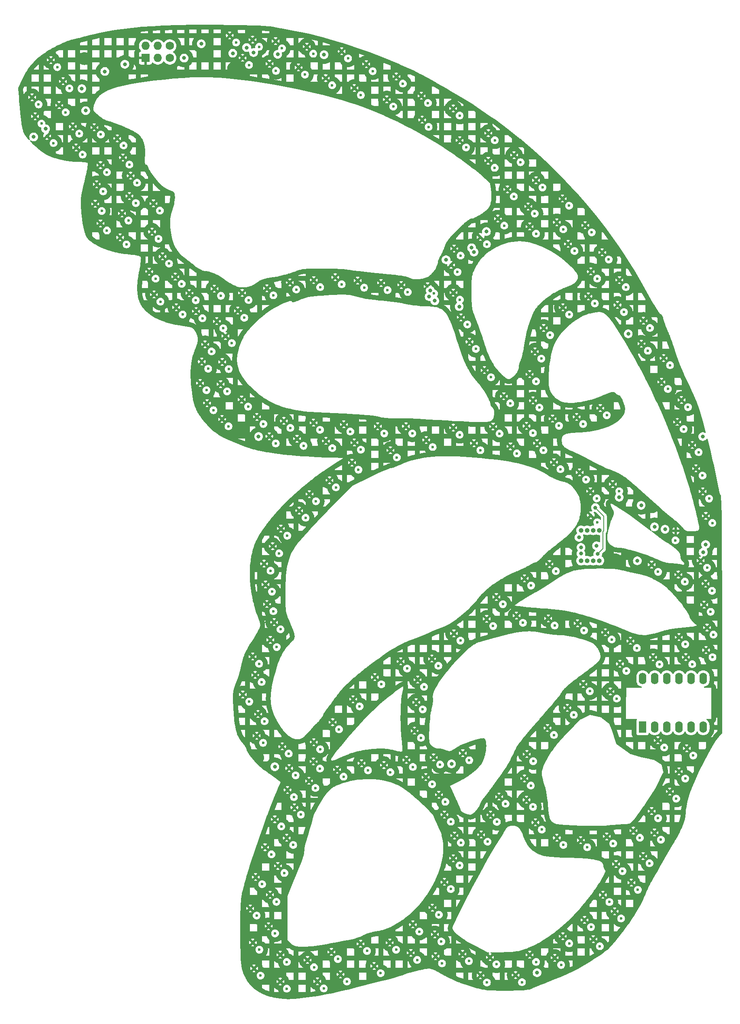
<source format=gbr>
%TF.GenerationSoftware,KiCad,Pcbnew,(6.99.0-3809-g2741d0eb4b)*%
%TF.CreationDate,2022-10-21T00:36:24-04:00*%
%TF.ProjectId,PortWing,506f7274-5769-46e6-972e-6b696361645f,rev?*%
%TF.SameCoordinates,Original*%
%TF.FileFunction,Copper,L2,Inr*%
%TF.FilePolarity,Positive*%
%FSLAX46Y46*%
G04 Gerber Fmt 4.6, Leading zero omitted, Abs format (unit mm)*
G04 Created by KiCad (PCBNEW (6.99.0-3809-g2741d0eb4b)) date 2022-10-21 00:36:24*
%MOMM*%
%LPD*%
G01*
G04 APERTURE LIST*
%TA.AperFunction,ComponentPad*%
%ADD10C,0.600000*%
%TD*%
%TA.AperFunction,ComponentPad*%
%ADD11O,1.000000X1.000000*%
%TD*%
%TA.AperFunction,ComponentPad*%
%ADD12R,1.600000X2.400000*%
%TD*%
%TA.AperFunction,ComponentPad*%
%ADD13O,1.600000X2.400000*%
%TD*%
%TA.AperFunction,ComponentPad*%
%ADD14O,1.727200X1.727200*%
%TD*%
%TA.AperFunction,ComponentPad*%
%ADD15R,1.727200X1.727200*%
%TD*%
%TA.AperFunction,ComponentPad*%
%ADD16C,1.727200*%
%TD*%
%TA.AperFunction,ViaPad*%
%ADD17C,0.800000*%
%TD*%
%TA.AperFunction,Conductor*%
%ADD18C,0.200000*%
%TD*%
G04 APERTURE END LIST*
D10*
%TO.N,/GND*%
%TO.C,D187*%
X-272350000Y-1750000D03*
%TO.N,/5V*%
X-271000000Y-3250000D03*
%TD*%
%TO.N,/GND*%
%TO.C,D213*%
X-280808893Y-55676393D03*
%TO.N,/5V*%
X-279458893Y-57176393D03*
%TD*%
%TO.N,/GND*%
%TO.C,D37*%
X-204308893Y-194776393D03*
%TO.N,/5V*%
X-202958893Y-196276393D03*
%TD*%
%TO.N,/GND*%
%TO.C,D94*%
X-233008893Y-136576393D03*
%TO.N,/5V*%
X-231658893Y-138076393D03*
%TD*%
%TO.N,/GND*%
%TO.C,D241*%
X-248450000Y-83150000D03*
%TO.N,/5V*%
X-247100000Y-84650000D03*
%TD*%
%TO.N,/GND*%
%TO.C,D199*%
X-293100000Y-31100000D03*
%TO.N,/5V*%
X-291750000Y-32600000D03*
%TD*%
%TO.N,/GND*%
%TO.C,D102*%
X-261350000Y-150550000D03*
%TO.N,/5V*%
X-260000000Y-152050000D03*
%TD*%
%TO.N,/GND*%
%TO.C,D78*%
X-228550000Y-160650000D03*
%TO.N,/5V*%
X-227200000Y-162150000D03*
%TD*%
%TO.N,/GND*%
%TO.C,D216*%
X-279408893Y-59450000D03*
%TO.N,/5V*%
X-278058893Y-60950000D03*
%TD*%
%TO.N,/GND*%
%TO.C,D30*%
X-191450000Y-175150000D03*
%TO.N,/5V*%
X-190100000Y-176650000D03*
%TD*%
%TO.N,/GND*%
%TO.C,D82*%
X-227400000Y-178900000D03*
%TO.N,/5V*%
X-226050000Y-180400000D03*
%TD*%
%TO.N,/GND*%
%TO.C,D153*%
X-175508893Y-87476393D03*
%TO.N,/5V*%
X-174158893Y-88976393D03*
%TD*%
%TO.N,/GND*%
%TO.C,D12*%
X-198300000Y-137500000D03*
%TO.N,/5V*%
X-196950000Y-139000000D03*
%TD*%
%TO.N,/GND*%
%TO.C,D47*%
X-238850000Y-191600000D03*
%TO.N,/5V*%
X-237500000Y-193100000D03*
%TD*%
%TO.N,/GND*%
%TO.C,D45*%
X-234000000Y-187800000D03*
%TO.N,/5V*%
X-232650000Y-189300000D03*
%TD*%
%TO.N,/GND*%
%TO.C,D233*%
X-223950000Y-60750000D03*
%TO.N,/5V*%
X-222600000Y-62250000D03*
%TD*%
%TO.N,/GND*%
%TO.C,D253*%
X-273908893Y-70076393D03*
%TO.N,/5V*%
X-272558893Y-71576393D03*
%TD*%
%TO.N,/GND*%
%TO.C,D107*%
X-267550000Y-131750000D03*
%TO.N,/5V*%
X-266200000Y-133250000D03*
%TD*%
%TO.N,/GND*%
%TO.C,D152*%
X-178650000Y-82650000D03*
%TO.N,/5V*%
X-177300000Y-84150000D03*
%TD*%
%TO.N,/GND*%
%TO.C,D196*%
X-304500000Y-25200000D03*
%TO.N,/5V*%
X-303150000Y-26700000D03*
%TD*%
%TO.N,/GND*%
%TO.C,D159*%
X-194350000Y-47150000D03*
%TO.N,/5V*%
X-193000000Y-48650000D03*
%TD*%
%TO.N,/GND*%
%TO.C,D85*%
X-217750000Y-164850000D03*
%TO.N,/5V*%
X-216400000Y-166350000D03*
%TD*%
%TO.N,/GND*%
%TO.C,D53*%
X-256050000Y-195250000D03*
%TO.N,/5V*%
X-254700000Y-196750000D03*
%TD*%
%TO.N,/GND*%
%TO.C,D20*%
X-198850000Y-170150000D03*
%TO.N,/5V*%
X-197500000Y-171650000D03*
%TD*%
%TO.N,/GND*%
%TO.C,D206*%
X-299400000Y-41100000D03*
%TO.N,/5V*%
X-298050000Y-42600000D03*
%TD*%
%TO.N,/GND*%
%TO.C,D251*%
X-278550000Y-74500000D03*
%TO.N,/5V*%
X-277200000Y-76000000D03*
%TD*%
%TO.N,/GND*%
%TO.C,D170*%
X-218200000Y-22200000D03*
%TO.N,/5V*%
X-216850000Y-23700000D03*
%TD*%
%TO.N,/GND*%
%TO.C,D165*%
X-202650000Y-35900000D03*
%TO.N,/5V*%
X-201300000Y-37400000D03*
%TD*%
%TO.N,/GND*%
%TO.C,D116*%
X-255650000Y-97750000D03*
%TO.N,/5V*%
X-254300000Y-99250000D03*
%TD*%
%TO.N,/GND*%
%TO.C,D119*%
X-225550000Y-83850000D03*
%TO.N,/5V*%
X-224200000Y-85350000D03*
%TD*%
%TO.N,/GND*%
%TO.C,D62*%
X-262250000Y-175550000D03*
%TO.N,/5V*%
X-260900000Y-177050000D03*
%TD*%
%TO.N,/GND*%
%TO.C,D249*%
X-273950000Y-82050000D03*
%TO.N,/5V*%
X-272600000Y-83550000D03*
%TD*%
%TO.N,/GND*%
%TO.C,D86*%
X-215950000Y-161050000D03*
%TO.N,/5V*%
X-214600000Y-162550000D03*
%TD*%
%TO.N,/GND*%
%TO.C,D44*%
X-229408893Y-189876393D03*
%TO.N,/5V*%
X-228058893Y-191376393D03*
%TD*%
%TO.N,/GND*%
%TO.C,D14*%
X-205808893Y-146676393D03*
%TO.N,/5V*%
X-204458893Y-148176393D03*
%TD*%
%TO.N,/GND*%
%TO.C,D76*%
X-229650000Y-152850000D03*
%TO.N,/5V*%
X-228300000Y-154350000D03*
%TD*%
%TO.N,/GND*%
%TO.C,D68*%
X-255750000Y-157750000D03*
%TO.N,/5V*%
X-254400000Y-159250000D03*
%TD*%
%TO.N,/GND*%
%TO.C,D66*%
X-258800000Y-163300000D03*
%TO.N,/5V*%
X-257450000Y-164800000D03*
%TD*%
%TO.N,/GND*%
%TO.C,D163*%
X-209550000Y-41750000D03*
%TO.N,/5V*%
X-208200000Y-43250000D03*
%TD*%
%TO.N,/GND*%
%TO.C,D61*%
X-266908893Y-177876393D03*
%TO.N,/5V*%
X-265558893Y-179376393D03*
%TD*%
%TO.N,/GND*%
%TO.C,D195*%
X-300700000Y-21000000D03*
%TO.N,/5V*%
X-299350000Y-22500000D03*
%TD*%
%TO.N,/GND*%
%TO.C,D115*%
X-257800000Y-101200000D03*
%TO.N,/5V*%
X-256450000Y-102700000D03*
%TD*%
%TO.N,/GND*%
%TO.C,D96*%
X-233650000Y-147250000D03*
%TO.N,/5V*%
X-232300000Y-148750000D03*
%TD*%
%TO.N,/GND*%
%TO.C,D227*%
X-230908893Y-54276393D03*
%TO.N,/5V*%
X-229558893Y-55776393D03*
%TD*%
%TO.N,/GND*%
%TO.C,D9*%
X-188450000Y-128450000D03*
%TO.N,/5V*%
X-187100000Y-129950000D03*
%TD*%
%TO.N,/GND*%
%TO.C,D124*%
X-208008893Y-87076393D03*
%TO.N,/5V*%
X-206658893Y-88576393D03*
%TD*%
%TO.N,/GND*%
%TO.C,D70*%
X-254800000Y-153700000D03*
%TO.N,/5V*%
X-253450000Y-155200000D03*
%TD*%
%TO.N,/GND*%
%TO.C,D198*%
X-294700000Y-27300000D03*
%TO.N,/5V*%
X-293350000Y-28800000D03*
%TD*%
%TO.N,/GND*%
%TO.C,D226*%
X-236408893Y-53976393D03*
%TO.N,/5V*%
X-235058893Y-55476393D03*
%TD*%
%TO.N,/GND*%
%TO.C,D92*%
X-225400000Y-126900000D03*
%TO.N,/5V*%
X-224050000Y-128400000D03*
%TD*%
%TO.N,/GND*%
%TO.C,D125*%
X-204450000Y-91050000D03*
%TO.N,/5V*%
X-203100000Y-92550000D03*
%TD*%
%TO.N,/GND*%
%TO.C,D230*%
X-219850000Y-43950000D03*
%TO.N,/5V*%
X-218500000Y-45450000D03*
%TD*%
%TO.N,/GND*%
%TO.C,D120*%
X-221208893Y-87076393D03*
%TO.N,/5V*%
X-219858893Y-88576393D03*
%TD*%
%TO.N,/GND*%
%TO.C,D100*%
X-250808893Y-145476393D03*
%TO.N,/5V*%
X-249458893Y-146976393D03*
%TD*%
%TO.N,/GND*%
%TO.C,D74*%
X-235350000Y-153350000D03*
%TO.N,/5V*%
X-234000000Y-154850000D03*
%TD*%
%TO.N,/GND*%
%TO.C,D3*%
X-173008893Y-120876393D03*
%TO.N,/5V*%
X-171658893Y-122376393D03*
%TD*%
%TO.N,/GND*%
%TO.C,D228*%
X-226008893Y-49776393D03*
%TO.N,/5V*%
X-224658893Y-51276393D03*
%TD*%
%TO.N,/GND*%
%TO.C,D72*%
X-244750000Y-154050000D03*
%TO.N,/5V*%
X-243400000Y-155550000D03*
%TD*%
%TO.N,/GND*%
%TO.C,D98*%
X-241950000Y-136050000D03*
%TO.N,/5V*%
X-240600000Y-137550000D03*
%TD*%
%TO.N,/GND*%
%TO.C,D190*%
X-308050000Y-16350000D03*
%TO.N,/5V*%
X-306700000Y-17850000D03*
%TD*%
%TO.N,/GND*%
%TO.C,D193*%
X-310600000Y-22800000D03*
%TO.N,/5V*%
X-309250000Y-24300000D03*
%TD*%
%TO.N,/GND*%
%TO.C,D54*%
X-261750000Y-199750000D03*
%TO.N,/5V*%
X-260400000Y-201250000D03*
%TD*%
%TO.N,/GND*%
%TO.C,D22*%
X-187808893Y-168176393D03*
%TO.N,/5V*%
X-186458893Y-169676393D03*
%TD*%
%TO.N,/GND*%
%TO.C,D154*%
X-174708893Y-92376393D03*
%TO.N,/5V*%
X-173358893Y-93876393D03*
%TD*%
%TO.N,/GND*%
%TO.C,D239*%
X-246750000Y-91150000D03*
%TO.N,/5V*%
X-245400000Y-92650000D03*
%TD*%
%TO.N,/GND*%
%TO.C,D81*%
X-225550000Y-173950000D03*
%TO.N,/5V*%
X-224200000Y-175450000D03*
%TD*%
%TO.N,/GND*%
%TO.C,D242*%
X-252208893Y-86623607D03*
%TO.N,/5V*%
X-250858893Y-88123607D03*
%TD*%
%TO.N,/GND*%
%TO.C,D48*%
X-244950000Y-191850000D03*
%TO.N,/5V*%
X-243600000Y-193350000D03*
%TD*%
%TO.N,/GND*%
%TO.C,D135*%
X-196750000Y-102150000D03*
%TO.N,/5V*%
X-195400000Y-103650000D03*
%TD*%
%TO.N,/GND*%
%TO.C,D79*%
X-227400000Y-164800000D03*
%TO.N,/5V*%
X-226050000Y-166300000D03*
%TD*%
%TO.N,/GND*%
%TO.C,D10*%
X-190650000Y-133250000D03*
%TO.N,/5V*%
X-189300000Y-134750000D03*
%TD*%
%TO.N,/GND*%
%TO.C,D128*%
X-192150000Y-95650000D03*
%TO.N,/5V*%
X-190800000Y-97150000D03*
%TD*%
%TO.N,/GND*%
%TO.C,D237*%
X-238708893Y-88576393D03*
%TO.N,/5V*%
X-237358893Y-90076393D03*
%TD*%
%TO.N,/GND*%
%TO.C,D21*%
X-193408893Y-169376393D03*
%TO.N,/5V*%
X-192058893Y-170876393D03*
%TD*%
%TO.N,/GND*%
%TO.C,D164*%
X-209850000Y-37550000D03*
%TO.N,/5V*%
X-208500000Y-39050000D03*
%TD*%
%TO.N,/GND*%
%TO.C,D246*%
X-266650000Y-81576393D03*
%TO.N,/5V*%
X-265300000Y-83076393D03*
%TD*%
%TO.N,/GND*%
%TO.C,D185*%
X-267550000Y-2650000D03*
%TO.N,/5V*%
X-266200000Y-4150000D03*
%TD*%
%TO.N,/GND*%
%TO.C,D197*%
X-295900000Y-23300000D03*
%TO.N,/5V*%
X-294550000Y-24800000D03*
%TD*%
%TO.N,/GND*%
%TO.C,D11*%
X-192650000Y-139050000D03*
%TO.N,/5V*%
X-191300000Y-140550000D03*
%TD*%
%TO.N,/GND*%
%TO.C,D28*%
X-183408893Y-168576393D03*
%TO.N,/5V*%
X-182058893Y-170076393D03*
%TD*%
%TO.N,/GND*%
%TO.C,D220*%
X-264550000Y-54650000D03*
%TO.N,/5V*%
X-263200000Y-56150000D03*
%TD*%
%TO.N,/GND*%
%TO.C,D8*%
X-183708893Y-131876393D03*
%TO.N,/5V*%
X-182358893Y-133376393D03*
%TD*%
%TO.N,/GND*%
%TO.C,D2*%
X-173750000Y-111650000D03*
%TO.N,/5V*%
X-172400000Y-113150000D03*
%TD*%
%TO.N,/GND*%
%TO.C,D129*%
X-178929289Y-105410051D03*
%TO.N,/5V*%
X-179035355Y-107425305D03*
%TD*%
%TO.N,/GND*%
%TO.C,D158*%
X-196750000Y-51150000D03*
%TO.N,/5V*%
X-195400000Y-52650000D03*
%TD*%
%TO.N,/GND*%
%TO.C,D59*%
X-268050000Y-184450000D03*
%TO.N,/5V*%
X-266700000Y-185950000D03*
%TD*%
%TO.N,/GND*%
%TO.C,D248*%
X-269850000Y-77950000D03*
%TO.N,/5V*%
X-268500000Y-79450000D03*
%TD*%
%TO.N,/GND*%
%TO.C,D252*%
X-274250000Y-74750000D03*
%TO.N,/5V*%
X-272900000Y-76250000D03*
%TD*%
%TO.N,/GND*%
%TO.C,D167*%
X-214208893Y-33976393D03*
%TO.N,/5V*%
X-212858893Y-35476393D03*
%TD*%
%TO.N,/GND*%
%TO.C,D238*%
X-241350000Y-83550000D03*
%TO.N,/5V*%
X-240000000Y-85050000D03*
%TD*%
%TO.N,/GND*%
%TO.C,D4*%
X-172408893Y-125676393D03*
%TO.N,/5V*%
X-171058893Y-127176393D03*
%TD*%
%TO.N,/GND*%
%TO.C,D137*%
X-199708893Y-81576393D03*
%TO.N,/5V*%
X-198358893Y-83076393D03*
%TD*%
%TO.N,/GND*%
%TO.C,D139*%
X-208850000Y-78150000D03*
%TO.N,/5V*%
X-207500000Y-79650000D03*
%TD*%
%TO.N,/GND*%
%TO.C,D121*%
X-217200000Y-83600000D03*
%TO.N,/5V*%
X-215850000Y-85100000D03*
%TD*%
%TO.N,/GND*%
%TO.C,D31*%
X-188250000Y-179050000D03*
%TO.N,/5V*%
X-186900000Y-180550000D03*
%TD*%
%TO.N,/GND*%
%TO.C,D182*%
X-257950000Y-8450000D03*
%TO.N,/5V*%
X-256600000Y-9950000D03*
%TD*%
%TO.N,/GND*%
%TO.C,D250*%
X-277100000Y-78700000D03*
%TO.N,/5V*%
X-275750000Y-80200000D03*
%TD*%
%TO.N,/GND*%
%TO.C,D123*%
X-210208893Y-83476393D03*
%TO.N,/5V*%
X-208858893Y-84976393D03*
%TD*%
%TO.N,/GND*%
%TO.C,D243*%
X-254800000Y-82800000D03*
%TO.N,/5V*%
X-253450000Y-84300000D03*
%TD*%
%TO.N,/GND*%
%TO.C,D247*%
X-264050000Y-85650000D03*
%TO.N,/5V*%
X-262700000Y-87150000D03*
%TD*%
%TO.N,/GND*%
%TO.C,D113*%
X-263350000Y-108650000D03*
%TO.N,/5V*%
X-262000000Y-110150000D03*
%TD*%
%TO.N,/GND*%
%TO.C,D245*%
X-261000000Y-82400000D03*
%TO.N,/5V*%
X-259650000Y-83900000D03*
%TD*%
%TO.N,/GND*%
%TO.C,D26*%
X-176650000Y-150950000D03*
%TO.N,/5V*%
X-175300000Y-152450000D03*
%TD*%
%TO.N,/GND*%
%TO.C,D39*%
X-212500000Y-198400000D03*
%TO.N,/5V*%
X-211150000Y-199900000D03*
%TD*%
%TO.N,/GND*%
%TO.C,D105*%
X-269608893Y-139676393D03*
%TO.N,/5V*%
X-268258893Y-141176393D03*
%TD*%
%TO.N,/GND*%
%TO.C,D209*%
X-286400000Y-48000000D03*
%TO.N,/5V*%
X-285050000Y-49500000D03*
%TD*%
%TO.N,/GND*%
%TO.C,D210*%
X-289208893Y-51176393D03*
%TO.N,/5V*%
X-287858893Y-52676393D03*
%TD*%
%TO.N,/GND*%
%TO.C,D192*%
X-313100000Y-18700000D03*
%TO.N,/5V*%
X-311750000Y-20200000D03*
%TD*%
%TO.N,/GND*%
%TO.C,D57*%
X-267508893Y-191576393D03*
%TO.N,/5V*%
X-266158893Y-193076393D03*
%TD*%
%TO.N,/GND*%
%TO.C,D244*%
X-258250000Y-86150000D03*
%TO.N,/5V*%
X-256900000Y-87650000D03*
%TD*%
%TO.N,/GND*%
%TO.C,D171*%
X-224200000Y-23700000D03*
%TO.N,/5V*%
X-222850000Y-25200000D03*
%TD*%
%TO.N,/GND*%
%TO.C,D63*%
X-264950000Y-171650000D03*
%TO.N,/5V*%
X-263600000Y-173150000D03*
%TD*%
%TO.N,/GND*%
%TO.C,D136*%
X-204750000Y-81950000D03*
%TO.N,/5V*%
X-203400000Y-83450000D03*
%TD*%
%TO.N,/GND*%
%TO.C,D219*%
X-269750000Y-55650000D03*
%TO.N,/5V*%
X-268400000Y-57150000D03*
%TD*%
%TO.N,/GND*%
%TO.C,D93*%
X-230008893Y-132176393D03*
%TO.N,/5V*%
X-228658893Y-133676393D03*
%TD*%
%TO.N,/GND*%
%TO.C,D134*%
X-216508893Y-119276393D03*
%TO.N,/5V*%
X-215158893Y-120776393D03*
%TD*%
%TO.N,/GND*%
%TO.C,D17*%
X-210200000Y-161700000D03*
%TO.N,/5V*%
X-208850000Y-163200000D03*
%TD*%
%TO.N,/GND*%
%TO.C,D34*%
X-198050000Y-186850000D03*
%TO.N,/5V*%
X-196700000Y-188350000D03*
%TD*%
%TO.N,/GND*%
%TO.C,D177*%
X-243750000Y-7750000D03*
%TO.N,/5V*%
X-242400000Y-9250000D03*
%TD*%
%TO.N,/GND*%
%TO.C,D88*%
X-199508893Y-124776393D03*
%TO.N,/5V*%
X-198158893Y-126276393D03*
%TD*%
%TO.N,/GND*%
%TO.C,D84*%
X-219700000Y-169000000D03*
%TO.N,/5V*%
X-218350000Y-170500000D03*
%TD*%
%TO.N,/GND*%
%TO.C,D240*%
X-246250000Y-86950000D03*
%TO.N,/5V*%
X-244900000Y-88450000D03*
%TD*%
%TO.N,/GND*%
%TO.C,D90*%
X-212308893Y-123176393D03*
%TO.N,/5V*%
X-210958893Y-124676393D03*
%TD*%
%TO.N,/GND*%
%TO.C,D126*%
X-199100000Y-93200000D03*
%TO.N,/5V*%
X-197750000Y-94700000D03*
%TD*%
%TO.N,/GND*%
%TO.C,D229*%
X-225350000Y-46350000D03*
%TO.N,/5V*%
X-224000000Y-47850000D03*
%TD*%
%TO.N,/GND*%
%TO.C,D109*%
X-263050000Y-124550000D03*
%TO.N,/5V*%
X-261700000Y-126050000D03*
%TD*%
%TO.N,/GND*%
%TO.C,D87*%
X-193708893Y-126676393D03*
%TO.N,/5V*%
X-192358893Y-128176393D03*
%TD*%
%TO.N,/GND*%
%TO.C,D189*%
X-309800000Y-6900000D03*
%TO.N,/5V*%
X-308450000Y-8400000D03*
%TD*%
%TO.N,/GND*%
%TO.C,D24*%
X-180208893Y-159976393D03*
%TO.N,/5V*%
X-178858893Y-161476393D03*
%TD*%
%TO.N,/GND*%
%TO.C,D256*%
X-273250000Y-64650000D03*
%TO.N,/5V*%
X-271900000Y-66150000D03*
%TD*%
%TO.N,/GND*%
%TO.C,D207*%
X-295300000Y-44000000D03*
%TO.N,/5V*%
X-293950000Y-45500000D03*
%TD*%
%TO.N,/GND*%
%TO.C,D95*%
X-233300000Y-141300000D03*
%TO.N,/5V*%
X-231950000Y-142800000D03*
%TD*%
%TO.N,/GND*%
%TO.C,D106*%
X-267008893Y-135576393D03*
%TO.N,/5V*%
X-265658893Y-137076393D03*
%TD*%
%TO.N,/GND*%
%TO.C,D208*%
X-288608893Y-42823607D03*
%TO.N,/5V*%
X-287258893Y-44323607D03*
%TD*%
%TO.N,/GND*%
%TO.C,D205*%
X-294900000Y-39000000D03*
%TO.N,/5V*%
X-293550000Y-40500000D03*
%TD*%
%TO.N,/GND*%
%TO.C,D77*%
X-223550000Y-151950000D03*
%TO.N,/5V*%
X-222200000Y-153450000D03*
%TD*%
%TO.N,/GND*%
%TO.C,D215*%
X-275550000Y-54750000D03*
%TO.N,/5V*%
X-274200000Y-56250000D03*
%TD*%
%TO.N,/GND*%
%TO.C,D19*%
X-203850000Y-169650000D03*
%TO.N,/5V*%
X-202500000Y-171150000D03*
%TD*%
%TO.N,/GND*%
%TO.C,D168*%
X-212800000Y-26800000D03*
%TO.N,/5V*%
X-211450000Y-28300000D03*
%TD*%
%TO.N,/GND*%
%TO.C,D49*%
X-242100000Y-196500000D03*
%TO.N,/5V*%
X-240750000Y-198000000D03*
%TD*%
%TO.N,/GND*%
%TO.C,D52*%
X-254000000Y-199700000D03*
%TO.N,/5V*%
X-252650000Y-201200000D03*
%TD*%
%TO.N,/GND*%
%TO.C,D186*%
X-269650000Y-6450000D03*
%TO.N,/5V*%
X-268300000Y-7950000D03*
%TD*%
%TO.N,/GND*%
%TO.C,D103*%
X-266700000Y-148300000D03*
%TO.N,/5V*%
X-265350000Y-149800000D03*
%TD*%
%TO.N,/GND*%
%TO.C,D89*%
X-205650000Y-123750000D03*
%TO.N,/5V*%
X-204300000Y-125250000D03*
%TD*%
%TO.N,/GND*%
%TO.C,D183*%
X-264008893Y-7676393D03*
%TO.N,/5V*%
X-262658893Y-9176393D03*
%TD*%
%TO.N,/GND*%
%TO.C,D222*%
X-254750000Y-52950000D03*
%TO.N,/5V*%
X-253400000Y-54450000D03*
%TD*%
%TO.N,/GND*%
%TO.C,D156*%
X-172650000Y-102300000D03*
%TO.N,/5V*%
X-171300000Y-103800000D03*
%TD*%
%TO.N,/GND*%
%TO.C,D147*%
X-185708893Y-61476393D03*
%TO.N,/5V*%
X-184358893Y-62976393D03*
%TD*%
%TO.N,/GND*%
%TO.C,D71*%
X-249850000Y-155400000D03*
%TO.N,/5V*%
X-248500000Y-156900000D03*
%TD*%
%TO.N,/GND*%
%TO.C,D56*%
X-267250000Y-197000000D03*
%TO.N,/5V*%
X-265900000Y-198500000D03*
%TD*%
%TO.N,/GND*%
%TO.C,D235*%
X-219000000Y-71800000D03*
%TO.N,/5V*%
X-217650000Y-73300000D03*
%TD*%
%TO.N,/GND*%
%TO.C,D27*%
X-182708893Y-149276393D03*
%TO.N,/5V*%
X-181358893Y-150776393D03*
%TD*%
%TO.N,/GND*%
%TO.C,D133*%
X-210608893Y-115376393D03*
%TO.N,/5V*%
X-209258893Y-116876393D03*
%TD*%
%TO.N,/GND*%
%TO.C,D144*%
X-202608893Y-58676393D03*
%TO.N,/5V*%
X-201258893Y-60176393D03*
%TD*%
%TO.N,/GND*%
%TO.C,D73*%
X-240050000Y-154450000D03*
%TO.N,/5V*%
X-238700000Y-155950000D03*
%TD*%
%TO.N,/GND*%
%TO.C,D176*%
X-239450000Y-15150000D03*
%TO.N,/5V*%
X-238100000Y-16650000D03*
%TD*%
%TO.N,/GND*%
%TO.C,D254*%
X-278200000Y-70000000D03*
%TO.N,/5V*%
X-276850000Y-71500000D03*
%TD*%
%TO.N,/GND*%
%TO.C,D174*%
X-232200000Y-14400000D03*
%TO.N,/5V*%
X-230850000Y-15900000D03*
%TD*%
%TO.N,/GND*%
%TO.C,D97*%
X-236550000Y-132750000D03*
%TO.N,/5V*%
X-235200000Y-134250000D03*
%TD*%
%TO.N,/GND*%
%TO.C,D6*%
X-178308893Y-127676393D03*
%TO.N,/5V*%
X-176958893Y-129176393D03*
%TD*%
%TO.N,/GND*%
%TO.C,D146*%
X-191150000Y-58150000D03*
%TO.N,/5V*%
X-189800000Y-59650000D03*
%TD*%
%TO.N,/GND*%
%TO.C,D67*%
X-260250000Y-159650000D03*
%TO.N,/5V*%
X-258900000Y-161150000D03*
%TD*%
%TO.N,/GND*%
%TO.C,D150*%
X-181950000Y-74250000D03*
%TO.N,/5V*%
X-180600000Y-75750000D03*
%TD*%
%TO.N,/GND*%
%TO.C,D15*%
X-210150000Y-152150000D03*
%TO.N,/5V*%
X-208800000Y-153650000D03*
%TD*%
%TO.N,/GND*%
%TO.C,D202*%
X-300500000Y-37000000D03*
%TO.N,/5V*%
X-299150000Y-38500000D03*
%TD*%
%TO.N,/GND*%
%TO.C,D118*%
X-231200000Y-86400000D03*
%TO.N,/5V*%
X-229850000Y-87900000D03*
%TD*%
%TO.N,/GND*%
%TO.C,D80*%
X-225300000Y-169200000D03*
%TO.N,/5V*%
X-223950000Y-170700000D03*
%TD*%
%TO.N,/GND*%
%TO.C,D221*%
X-259750000Y-53450000D03*
%TO.N,/5V*%
X-258400000Y-54950000D03*
%TD*%
%TO.N,/GND*%
%TO.C,D13*%
X-201650000Y-142450000D03*
%TO.N,/5V*%
X-200300000Y-143950000D03*
%TD*%
%TO.N,/GND*%
%TO.C,D155*%
X-173308893Y-97176393D03*
%TO.N,/5V*%
X-171958893Y-98676393D03*
%TD*%
%TO.N,/GND*%
%TO.C,D217*%
X-275050000Y-61550000D03*
%TO.N,/5V*%
X-273700000Y-63050000D03*
%TD*%
%TO.N,/GND*%
%TO.C,D141*%
X-209550000Y-72650000D03*
%TO.N,/5V*%
X-208200000Y-74150000D03*
%TD*%
%TO.N,/GND*%
%TO.C,D203*%
X-293350000Y-35350000D03*
%TO.N,/5V*%
X-292000000Y-36850000D03*
%TD*%
%TO.N,/GND*%
%TO.C,D65*%
X-262900000Y-165800000D03*
%TO.N,/5V*%
X-261550000Y-167300000D03*
%TD*%
%TO.N,/GND*%
%TO.C,D36*%
X-202608893Y-190276393D03*
%TO.N,/5V*%
X-201258893Y-191776393D03*
%TD*%
%TO.N,/GND*%
%TO.C,D145*%
X-197250000Y-56350000D03*
%TO.N,/5V*%
X-195900000Y-57850000D03*
%TD*%
%TO.N,/GND*%
%TO.C,D29*%
X-185800000Y-173500000D03*
%TO.N,/5V*%
X-184450000Y-175000000D03*
%TD*%
%TO.N,/GND*%
%TO.C,D101*%
X-254750000Y-149650000D03*
%TO.N,/5V*%
X-253400000Y-151150000D03*
%TD*%
%TO.N,/GND*%
%TO.C,D173*%
X-232050000Y-19400000D03*
%TO.N,/5V*%
X-230700000Y-20900000D03*
%TD*%
%TO.N,/GND*%
%TO.C,D223*%
X-250250000Y-52350000D03*
%TO.N,/5V*%
X-248900000Y-53850000D03*
%TD*%
%TO.N,/GND*%
%TO.C,D23*%
X-184008893Y-164076393D03*
%TO.N,/5V*%
X-182658893Y-165576393D03*
%TD*%
%TO.N,/GND*%
%TO.C,D138*%
X-194750000Y-79750000D03*
%TO.N,/5V*%
X-193400000Y-81250000D03*
%TD*%
%TO.N,/GND*%
%TO.C,D46*%
X-234450000Y-193750000D03*
%TO.N,/5V*%
X-233100000Y-195250000D03*
%TD*%
%TO.N,/GND*%
%TO.C,D108*%
X-263850000Y-128250000D03*
%TO.N,/5V*%
X-262500000Y-129750000D03*
%TD*%
%TO.N,/GND*%
%TO.C,D172*%
X-225550000Y-17050000D03*
%TO.N,/5V*%
X-224200000Y-18550000D03*
%TD*%
%TO.N,/GND*%
%TO.C,D166*%
X-208208893Y-32076393D03*
%TO.N,/5V*%
X-206858893Y-33576393D03*
%TD*%
%TO.N,/GND*%
%TO.C,D132*%
X-205408893Y-112376393D03*
%TO.N,/5V*%
X-204058893Y-113876393D03*
%TD*%
%TO.N,/GND*%
%TO.C,D55*%
X-261750000Y-194150000D03*
%TO.N,/5V*%
X-260400000Y-195650000D03*
%TD*%
%TO.N,/GND*%
%TO.C,D211*%
X-288208893Y-55976393D03*
%TO.N,/5V*%
X-286858893Y-57476393D03*
%TD*%
%TO.N,/GND*%
%TO.C,D50*%
X-249150000Y-198250000D03*
%TO.N,/5V*%
X-247800000Y-199750000D03*
%TD*%
%TO.N,/GND*%
%TO.C,D214*%
X-283550000Y-58650000D03*
%TO.N,/5V*%
X-282200000Y-60150000D03*
%TD*%
%TO.N,/GND*%
%TO.C,D60*%
X-263908893Y-181576393D03*
%TO.N,/5V*%
X-262558893Y-183076393D03*
%TD*%
%TO.N,/GND*%
%TO.C,D231*%
X-216208893Y-40076393D03*
%TO.N,/5V*%
X-214858893Y-41576393D03*
%TD*%
%TO.N,/GND*%
%TO.C,D179*%
X-248908893Y-5076393D03*
%TO.N,/5V*%
X-247558893Y-6576393D03*
%TD*%
%TO.N,/GND*%
%TO.C,D33*%
X-191750000Y-185050000D03*
%TO.N,/5V*%
X-190400000Y-186550000D03*
%TD*%
%TO.N,/GND*%
%TO.C,D232*%
X-225508893Y-55576393D03*
%TO.N,/5V*%
X-224158893Y-57076393D03*
%TD*%
%TO.N,/GND*%
%TO.C,D169*%
X-218208893Y-27976393D03*
%TO.N,/5V*%
X-216858893Y-29476393D03*
%TD*%
%TO.N,/GND*%
%TO.C,D212*%
X-283750000Y-52250000D03*
%TO.N,/5V*%
X-282400000Y-53750000D03*
%TD*%
%TO.N,/GND*%
%TO.C,D224*%
X-245550000Y-53050000D03*
%TO.N,/5V*%
X-244200000Y-54550000D03*
%TD*%
%TO.N,/GND*%
%TO.C,D5*%
X-172608893Y-130376393D03*
%TO.N,/5V*%
X-171258893Y-131876393D03*
%TD*%
%TO.N,/GND*%
%TO.C,D201*%
X-300200000Y-32900000D03*
%TO.N,/5V*%
X-298850000Y-34400000D03*
%TD*%
%TO.N,/GND*%
%TO.C,D43*%
X-229250000Y-194450000D03*
%TO.N,/5V*%
X-227900000Y-195950000D03*
%TD*%
%TO.N,/GND*%
%TO.C,D160*%
X-201508893Y-45376393D03*
%TO.N,/5V*%
X-200158893Y-46876393D03*
%TD*%
%TO.N,/GND*%
%TO.C,D175*%
X-237450000Y-10350000D03*
%TO.N,/5V*%
X-236100000Y-11850000D03*
%TD*%
%TO.N,/GND*%
%TO.C,D234*%
X-222150000Y-65850000D03*
%TO.N,/5V*%
X-220800000Y-67350000D03*
%TD*%
%TO.N,/GND*%
%TO.C,D114*%
X-261650000Y-104950000D03*
%TO.N,/5V*%
X-260300000Y-106450000D03*
%TD*%
%TO.N,/GND*%
%TO.C,D151*%
X-177750000Y-78050000D03*
%TO.N,/5V*%
X-176400000Y-79550000D03*
%TD*%
%TO.N,/GND*%
%TO.C,D140*%
X-214950000Y-77250000D03*
%TO.N,/5V*%
X-213600000Y-78750000D03*
%TD*%
%TO.N,/GND*%
%TO.C,D180*%
X-252250000Y-10700000D03*
%TO.N,/5V*%
X-250900000Y-12200000D03*
%TD*%
%TO.N,/GND*%
%TO.C,D149*%
X-181508893Y-69276393D03*
%TO.N,/5V*%
X-180158893Y-70776393D03*
%TD*%
%TO.N,/GND*%
%TO.C,D16*%
X-210650000Y-157250000D03*
%TO.N,/5V*%
X-209300000Y-158750000D03*
%TD*%
%TO.N,/GND*%
%TO.C,D122*%
X-213550000Y-87750000D03*
%TO.N,/5V*%
X-212200000Y-89250000D03*
%TD*%
%TO.N,/GND*%
%TO.C,D255*%
X-277500000Y-66400000D03*
%TO.N,/5V*%
X-276150000Y-67900000D03*
%TD*%
%TO.N,/GND*%
%TO.C,D157*%
X-190750000Y-52950000D03*
%TO.N,/5V*%
X-189400000Y-54450000D03*
%TD*%
%TO.N,/GND*%
%TO.C,D91*%
X-218550000Y-123850000D03*
%TO.N,/5V*%
X-217200000Y-125350000D03*
%TD*%
%TO.N,/GND*%
%TO.C,D58*%
X-264208893Y-188176393D03*
%TO.N,/5V*%
X-262858893Y-189676393D03*
%TD*%
%TO.N,/GND*%
%TO.C,D104*%
X-266408893Y-143776393D03*
%TO.N,/5V*%
X-265058893Y-145276393D03*
%TD*%
%TO.N,/GND*%
%TO.C,D41*%
X-219850000Y-198450000D03*
%TO.N,/5V*%
X-218500000Y-199950000D03*
%TD*%
%TO.N,/GND*%
%TO.C,D51*%
X-251050000Y-193550000D03*
%TO.N,/5V*%
X-249700000Y-195050000D03*
%TD*%
%TO.N,/GND*%
%TO.C,D40*%
X-217850000Y-194650000D03*
%TO.N,/5V*%
X-216500000Y-196150000D03*
%TD*%
%TO.N,/GND*%
%TO.C,D117*%
X-251450000Y-94850000D03*
%TO.N,/5V*%
X-250100000Y-96350000D03*
%TD*%
%TO.N,/GND*%
%TO.C,D142*%
X-208450000Y-67900000D03*
%TO.N,/5V*%
X-207100000Y-69400000D03*
%TD*%
%TO.N,/GND*%
%TO.C,D218*%
X-270650000Y-59350000D03*
%TO.N,/5V*%
X-269300000Y-60850000D03*
%TD*%
%TO.N,/GND*%
%TO.C,D42*%
X-223608893Y-193976393D03*
%TO.N,/5V*%
X-222258893Y-195476393D03*
%TD*%
%TO.N,/GND*%
%TO.C,D161*%
X-197908893Y-41476393D03*
%TO.N,/5V*%
X-196558893Y-42976393D03*
%TD*%
%TO.N,/GND*%
%TO.C,D194*%
X-305200000Y-20800000D03*
%TO.N,/5V*%
X-303850000Y-22300000D03*
%TD*%
%TO.N,/GND*%
%TO.C,D188*%
X-307250000Y-11350000D03*
%TO.N,/5V*%
X-305900000Y-12850000D03*
%TD*%
%TO.N,/GND*%
%TO.C,D83*%
X-229908893Y-184276393D03*
%TO.N,/5V*%
X-228558893Y-185776393D03*
%TD*%
%TO.N,/GND*%
%TO.C,D184*%
X-262750000Y-2950000D03*
%TO.N,/5V*%
X-261400000Y-4450000D03*
%TD*%
%TO.N,/GND*%
%TO.C,D1*%
X-172708893Y-116476393D03*
%TO.N,/5V*%
X-171358893Y-117976393D03*
%TD*%
%TO.N,/GND*%
%TO.C,D130*%
X-178408893Y-114576393D03*
%TO.N,/5V*%
X-177058893Y-116076393D03*
%TD*%
%TO.N,/GND*%
%TO.C,D200*%
X-299400000Y-28900000D03*
%TO.N,/5V*%
X-298050000Y-30400000D03*
%TD*%
%TO.N,/GND*%
%TO.C,D35*%
X-196208893Y-190876393D03*
%TO.N,/5V*%
X-194858893Y-192376393D03*
%TD*%
%TO.N,/GND*%
%TO.C,D236*%
X-235450000Y-83550000D03*
%TO.N,/5V*%
X-234100000Y-85050000D03*
%TD*%
%TO.N,/GND*%
%TO.C,D7*%
X-176850000Y-131850000D03*
%TO.N,/5V*%
X-175500000Y-133350000D03*
%TD*%
%TO.N,/GND*%
%TO.C,D143*%
X-206608893Y-62976393D03*
%TO.N,/5V*%
X-205258893Y-64476393D03*
%TD*%
%TO.N,/GND*%
%TO.C,D18*%
X-208350000Y-166450000D03*
%TO.N,/5V*%
X-207000000Y-167950000D03*
%TD*%
%TO.N,/GND*%
%TO.C,D110*%
X-264550000Y-120750000D03*
%TO.N,/5V*%
X-263200000Y-122250000D03*
%TD*%
%TO.N,/GND*%
%TO.C,D178*%
X-246250000Y-12750000D03*
%TO.N,/5V*%
X-244900000Y-14250000D03*
%TD*%
%TO.N,/GND*%
%TO.C,D127*%
X-196850000Y-97150000D03*
%TO.N,/5V*%
X-195500000Y-98650000D03*
%TD*%
%TO.N,/GND*%
%TO.C,D112*%
X-265150000Y-112300000D03*
%TO.N,/5V*%
X-263800000Y-113800000D03*
%TD*%
%TO.N,/GND*%
%TO.C,D25*%
X-178308893Y-155776393D03*
%TO.N,/5V*%
X-176958893Y-157276393D03*
%TD*%
%TO.N,/GND*%
%TO.C,D99*%
X-246508893Y-140676393D03*
%TO.N,/5V*%
X-245158893Y-142176393D03*
%TD*%
%TO.N,/GND*%
%TO.C,D131*%
X-184000000Y-112500000D03*
%TO.N,/5V*%
X-182650000Y-114000000D03*
%TD*%
%TO.N,/GND*%
%TO.C,D111*%
X-264850000Y-116650000D03*
%TO.N,/5V*%
X-263500000Y-118150000D03*
%TD*%
%TO.N,/GND*%
%TO.C,D148*%
X-186150000Y-66250000D03*
%TO.N,/5V*%
X-184800000Y-67750000D03*
%TD*%
%TO.N,/GND*%
%TO.C,D75*%
X-231308893Y-156976393D03*
%TO.N,/5V*%
X-229958893Y-158476393D03*
%TD*%
%TO.N,/GND*%
%TO.C,D38*%
X-209550000Y-194150000D03*
%TO.N,/5V*%
X-208200000Y-195650000D03*
%TD*%
%TO.N,/GND*%
%TO.C,D191*%
X-313708893Y-14700000D03*
%TO.N,/5V*%
X-312358893Y-16200000D03*
%TD*%
%TO.N,/GND*%
%TO.C,D64*%
X-260408893Y-169676393D03*
%TO.N,/5V*%
X-259058893Y-171176393D03*
%TD*%
%TO.N,/GND*%
%TO.C,D225*%
X-240650000Y-53550000D03*
%TO.N,/5V*%
X-239300000Y-55050000D03*
%TD*%
%TO.N,/GND*%
%TO.C,D181*%
X-256200000Y-4100000D03*
%TO.N,/5V*%
X-254850000Y-5600000D03*
%TD*%
%TO.N,/GND*%
%TO.C,D204*%
X-288308893Y-36923607D03*
%TO.N,/5V*%
X-286958893Y-38423607D03*
%TD*%
%TO.N,/GND*%
%TO.C,D32*%
X-194200000Y-181600000D03*
%TO.N,/5V*%
X-192850000Y-183100000D03*
%TD*%
%TO.N,/GND*%
%TO.C,D69*%
X-259900000Y-155100000D03*
%TO.N,/5V*%
X-258550000Y-156600000D03*
%TD*%
%TO.N,/GND*%
%TO.C,D162*%
X-203850000Y-40850000D03*
%TO.N,/5V*%
X-202500000Y-42350000D03*
%TD*%
D11*
%TO.N,*%
%TO.C,J1*%
X-198769999Y-105319999D03*
X-198769999Y-111669999D03*
X-197499999Y-105319999D03*
X-197499999Y-111669999D03*
X-196229999Y-105319999D03*
X-196229999Y-111669999D03*
X-194959999Y-105319999D03*
X-194959999Y-111669999D03*
%TD*%
D12*
%TO.N,unconnected-(J14-Pin_1)*%
%TO.C,J14*%
X-185899999Y-146499999D03*
D13*
%TO.N,unconnected-(J14-Pin_2)*%
X-183359999Y-146499999D03*
%TO.N,unconnected-(J14-Pin_3)*%
X-180819999Y-146499999D03*
%TO.N,unconnected-(J14-Pin_4)*%
X-178279999Y-146499999D03*
%TO.N,unconnected-(J14-Pin_5)*%
X-175739999Y-146499999D03*
%TO.N,unconnected-(J14-Pin_6)*%
X-173199999Y-146499999D03*
%TO.N,unconnected-(J14-Pin_7)*%
X-173199999Y-136339999D03*
%TO.N,unconnected-(J14-Pin_8)*%
X-175739999Y-136339999D03*
%TO.N,unconnected-(J14-Pin_9)*%
X-178279999Y-136339999D03*
%TO.N,unconnected-(J14-Pin_10)*%
X-180819999Y-136339999D03*
%TO.N,unconnected-(J14-Pin_11)*%
X-183359999Y-136339999D03*
%TO.N,unconnected-(J14-Pin_12)*%
X-185899999Y-136339999D03*
%TD*%
D14*
%TO.N,/3V3*%
%TO.C,X1*%
X-289979999Y-3949999D03*
D15*
%TO.N,/GND*%
X-289979999Y-6489999D03*
D14*
%TO.N,/SDA*%
X-287439999Y-3949999D03*
%TO.N,/SCL*%
X-287439999Y-6489999D03*
D16*
%TO.N,/PORT_GP0*%
X-284900000Y-3950000D03*
%TO.N,/NFC_MSG*%
X-284900000Y-6490000D03*
%TD*%
D17*
%TO.N,/5V*%
X-224300000Y-58500000D03*
X-227057500Y-48700000D03*
X-252600000Y-5800000D03*
%TO.N,Net-(D184-DOUT)*%
X-268800000Y-4300000D03*
X-262300000Y-5700000D03*
%TO.N,/5V*%
X-267344622Y-5344622D03*
X-278300000Y-3500000D03*
X-303300000Y-12900000D03*
X-302500000Y-17500000D03*
%TO.N,/ANTENNA*%
X-298500000Y-9300000D03*
X-218600000Y-42800000D03*
X-230358393Y-55100000D03*
X-221700000Y-46200000D03*
X-230600000Y-56400000D03*
X-313400000Y-23000000D03*
X-310900000Y-21300000D03*
X-221200000Y-47100000D03*
X-229400000Y-57300000D03*
%TO.N,/GND*%
X-277409961Y-5909961D03*
%TO.N,/3V3*%
X-294300000Y-7800000D03*
%TO.N,/GND*%
X-295200000Y-9500000D03*
X-296300000Y-10700000D03*
X-302800000Y-6600000D03*
%TO.N,/NFC_MSG*%
X-281900000Y-6500000D03*
X-195300000Y-110300000D03*
X-195772535Y-100572535D03*
%TO.N,/PORT_GP0*%
X-195546370Y-108554482D03*
%TO.N,/SDA*%
X-198800000Y-110200000D03*
%TO.N,/SCL*%
X-198800000Y-108900000D03*
%TO.N,/5V*%
X-262900000Y-154800000D03*
%TO.N,/GND*%
X-266500000Y-152900000D03*
X-269700000Y-84600000D03*
%TO.N,/5V*%
X-266299500Y-85700773D03*
X-208000000Y-197900000D03*
%TO.N,/GND*%
X-205000000Y-198000000D03*
%TO.N,/5V*%
X-225900000Y-154200000D03*
%TO.N,/GND*%
X-227700000Y-158000000D03*
X-271506049Y-8600500D03*
%TO.N,/5V*%
X-271700000Y-5500000D03*
%TO.N,Net-(D156-DOUT)*%
X-173300000Y-85700000D03*
X-188900000Y-64200000D03*
%TO.N,/GND*%
X-170600000Y-107300000D03*
%TO.N,/5V*%
X-173200000Y-109900000D03*
%TO.N,/PORT_LED_1*%
X-190800000Y-98400000D03*
X-172700000Y-108300000D03*
%TO.N,/5V*%
X-199200000Y-106800000D03*
%TO.N,/GND*%
X-200212826Y-108125652D03*
X-191600000Y-111500000D03*
%TO.N,/5V*%
X-187000000Y-111700000D03*
X-183400000Y-104600000D03*
%TO.N,/GND*%
X-183900000Y-100400000D03*
%TO.N,Net-(JP1-C)*%
X-181200000Y-105100000D03*
X-186200000Y-100100000D03*
%TD*%
D18*
%TO.N,/NFC_MSG*%
X-194000000Y-105400000D02*
X-194000000Y-102345070D01*
X-195300000Y-110300000D02*
X-194200000Y-109200000D01*
X-194200000Y-109200000D02*
X-194200000Y-105600000D01*
X-194200000Y-105600000D02*
X-194000000Y-105400000D01*
X-194000000Y-102345070D02*
X-195772535Y-100572535D01*
%TD*%
%TA.AperFunction,Conductor*%
%TO.N,/GND*%
G36*
X-276160400Y464903D02*
G01*
X-274667569Y452678D01*
X-272572673Y435523D01*
X-272571415Y435505D01*
X-269234659Y370572D01*
X-269232863Y370523D01*
X-268179609Y334688D01*
X-266369080Y273086D01*
X-266366010Y272944D01*
X-264197110Y146114D01*
X-264192265Y145737D01*
X-263762035Y103884D01*
X-263441258Y72678D01*
X-263433615Y71698D01*
X-263243670Y41394D01*
X-262939677Y-7106D01*
X-262933408Y-8269D01*
X-262198532Y-163994D01*
X-262199278Y-167515D01*
X-262199252Y-167521D01*
X-262198531Y-163995D01*
X-262198487Y-164004D01*
X-262198344Y-164034D01*
X-262199084Y-167562D01*
X-262199037Y-167566D01*
X-262198339Y-164033D01*
X-261127741Y-375707D01*
X-261127871Y-376363D01*
X-261127671Y-376405D01*
X-261127546Y-375745D01*
X-259867836Y-614943D01*
X-259867820Y-614946D01*
X-259867767Y-614956D01*
X-259867766Y-614956D01*
X-259867727Y-614963D01*
X-259867575Y-614992D01*
X-259868061Y-617538D01*
X-259868040Y-617546D01*
X-259867572Y-614991D01*
X-258563420Y-853737D01*
X-258560769Y-854251D01*
X-256710354Y-1234157D01*
X-255820633Y-1416825D01*
X-255815522Y-1417986D01*
X-252851493Y-2156539D01*
X-252847347Y-2157648D01*
X-249721178Y-3051420D01*
X-249717597Y-3052502D01*
X-248251564Y-3519764D01*
X-246493093Y-4080234D01*
X-246489741Y-4081355D01*
X-243230549Y-5221791D01*
X-243227268Y-5222990D01*
X-239996916Y-6454883D01*
X-239993521Y-6456234D01*
X-236855524Y-7758328D01*
X-236851820Y-7759936D01*
X-236452392Y-7940891D01*
X-233869863Y-9110868D01*
X-233865700Y-9112846D01*
X-232435921Y-9825167D01*
X-232435604Y-9825325D01*
X-232432640Y-9826852D01*
X-230750900Y-10721162D01*
X-230748984Y-10722203D01*
X-229281418Y-11537617D01*
X-228886395Y-11757101D01*
X-228884788Y-11758010D01*
X-226912548Y-12891975D01*
X-226911119Y-12892809D01*
X-226086171Y-13381644D01*
X-224899766Y-14084666D01*
X-224898465Y-14085449D01*
X-222918837Y-15293838D01*
X-222917400Y-15294730D01*
X-221423831Y-16236471D01*
X-221040303Y-16478297D01*
X-221038407Y-16479516D01*
X-219337296Y-17595144D01*
X-219334765Y-17596804D01*
X-219333472Y-17597677D01*
X-219333465Y-17597693D01*
X-219333423Y-17597710D01*
X-219331974Y-17598688D01*
X-217702547Y-18731047D01*
X-216675098Y-19445066D01*
X-216671885Y-19447374D01*
X-214071158Y-21378580D01*
X-214068045Y-21380968D01*
X-211525256Y-23394938D01*
X-211522242Y-23397402D01*
X-211481916Y-23431421D01*
X-209039372Y-25491933D01*
X-209036533Y-25494403D01*
X-206615523Y-27667331D01*
X-206612730Y-27669916D01*
X-206309619Y-27959135D01*
X-204255646Y-29918970D01*
X-204252975Y-29921599D01*
X-201965334Y-32240993D01*
X-201961796Y-32244580D01*
X-201959176Y-32247318D01*
X-200781314Y-33515992D01*
X-199735899Y-34642009D01*
X-199733360Y-34644827D01*
X-197579951Y-37109051D01*
X-197577504Y-37111937D01*
X-195495984Y-39643446D01*
X-195493629Y-39646400D01*
X-193485979Y-42242997D01*
X-193483715Y-42246018D01*
X-191551917Y-44905500D01*
X-191549744Y-44908588D01*
X-190913592Y-45841963D01*
X-189696314Y-47627979D01*
X-189695793Y-47628744D01*
X-189693722Y-47631882D01*
X-187944813Y-50371026D01*
X-187919579Y-50410548D01*
X-187917594Y-50413762D01*
X-187627781Y-50899250D01*
X-186225314Y-53248628D01*
X-186223416Y-53251919D01*
X-184614235Y-56142112D01*
X-184614025Y-56142493D01*
X-184613964Y-56142641D01*
X-184613937Y-56142652D01*
X-184613769Y-56142957D01*
X-184189966Y-56918054D01*
X-184191510Y-56918898D01*
X-184191495Y-56918922D01*
X-184189965Y-56918058D01*
X-184189917Y-56918143D01*
X-184189872Y-56918225D01*
X-184191405Y-56919066D01*
X-184191391Y-56919089D01*
X-184189869Y-56918227D01*
X-183778080Y-57645018D01*
X-183780025Y-57646120D01*
X-183780007Y-57646148D01*
X-183778079Y-57645023D01*
X-183778023Y-57645119D01*
X-183777984Y-57645187D01*
X-183779916Y-57646295D01*
X-183779901Y-57646319D01*
X-183777981Y-57645189D01*
X-183388586Y-58307153D01*
X-183389908Y-58307931D01*
X-183389895Y-58307951D01*
X-183388585Y-58307157D01*
X-183388545Y-58307223D01*
X-183388488Y-58307319D01*
X-183389803Y-58308100D01*
X-183389788Y-58308124D01*
X-183388483Y-58307323D01*
X-183031660Y-58888302D01*
X-183032721Y-58888954D01*
X-183032709Y-58888976D01*
X-183031659Y-58888308D01*
X-183031589Y-58888418D01*
X-183031558Y-58888468D01*
X-183032622Y-58889128D01*
X-183032612Y-58889145D01*
X-183031556Y-58888470D01*
X-182868588Y-59143466D01*
X-182870204Y-59144499D01*
X-182870187Y-59144524D01*
X-182868587Y-59143470D01*
X-182868533Y-59143552D01*
X-182868483Y-59143630D01*
X-182870093Y-59144662D01*
X-182870077Y-59144687D01*
X-182868480Y-59143632D01*
X-182717473Y-59372329D01*
X-182718807Y-59373210D01*
X-182718790Y-59373236D01*
X-182717472Y-59372333D01*
X-182717422Y-59372406D01*
X-182717367Y-59372489D01*
X-182718699Y-59373372D01*
X-182718681Y-59373398D01*
X-182717363Y-59372492D01*
X-182579586Y-59572870D01*
X-182581513Y-59574195D01*
X-182581485Y-59574237D01*
X-182579585Y-59572876D01*
X-182579537Y-59572943D01*
X-182579478Y-59573028D01*
X-182581400Y-59574362D01*
X-182581370Y-59574408D01*
X-182579472Y-59573032D01*
X-182456199Y-59743078D01*
X-182457491Y-59744015D01*
X-182457341Y-59744219D01*
X-182456081Y-59743235D01*
X-182348582Y-59880931D01*
X-182349550Y-59881687D01*
X-182349500Y-59881749D01*
X-182348577Y-59880946D01*
X-182348517Y-59881015D01*
X-182348469Y-59881076D01*
X-182349431Y-59881833D01*
X-182349382Y-59881893D01*
X-182348457Y-59881083D01*
X-182257999Y-59984424D01*
X-182258120Y-59984530D01*
X-182257972Y-59984683D01*
X-182257862Y-59984565D01*
X-182203091Y-60035407D01*
X-182185714Y-60051538D01*
X-182185692Y-60051571D01*
X-182185644Y-60051603D01*
X-182185600Y-60051644D01*
X-182185561Y-60051659D01*
X-182156794Y-60070852D01*
X-182156753Y-60070891D01*
X-182156709Y-60070908D01*
X-182156672Y-60070933D01*
X-182156621Y-60070943D01*
X-182144799Y-60075610D01*
X-182144798Y-60075611D01*
X-182136312Y-60078961D01*
X-182132923Y-60080299D01*
X-182132898Y-60080318D01*
X-182132835Y-60080334D01*
X-182132777Y-60080358D01*
X-182132774Y-60080358D01*
X-182132769Y-60080360D01*
X-182132736Y-60080359D01*
X-182116904Y-60084417D01*
X-182106274Y-60087648D01*
X-182097055Y-60090902D01*
X-182083427Y-60096633D01*
X-182054265Y-60110964D01*
X-182039906Y-60119235D01*
X-182008992Y-60139861D01*
X-181998111Y-60148001D01*
X-181964236Y-60176320D01*
X-181955916Y-60183933D01*
X-181945032Y-60194830D01*
X-181920222Y-60219669D01*
X-181913719Y-60226695D01*
X-181877138Y-60269357D01*
X-181871960Y-60275812D01*
X-181835187Y-60324891D01*
X-181830975Y-60330870D01*
X-181794652Y-60385734D01*
X-181791139Y-60391354D01*
X-181788595Y-60395675D01*
X-181755764Y-60451436D01*
X-181752789Y-60456782D01*
X-181718769Y-60521579D01*
X-181716238Y-60526680D01*
X-181684016Y-60595552D01*
X-181681781Y-60600617D01*
X-181656181Y-60662275D01*
X-181651735Y-60672983D01*
X-181649763Y-60678039D01*
X-181622240Y-60753333D01*
X-181620495Y-60758444D01*
X-181595770Y-60836276D01*
X-181594231Y-60841510D01*
X-181572684Y-60921131D01*
X-181571347Y-60926542D01*
X-181553134Y-61007970D01*
X-181552631Y-61010219D01*
X-181553596Y-61010435D01*
X-181553595Y-61010724D01*
X-181552573Y-61010474D01*
X-181501610Y-61218948D01*
X-181502743Y-61219225D01*
X-181502724Y-61219293D01*
X-181501611Y-61218960D01*
X-181501588Y-61219037D01*
X-181501566Y-61219127D01*
X-181502694Y-61219403D01*
X-181502675Y-61219471D01*
X-181501558Y-61219138D01*
X-181421086Y-61488669D01*
X-181422968Y-61489231D01*
X-181422895Y-61489476D01*
X-181421027Y-61488857D01*
X-181315160Y-61808168D01*
X-181316256Y-61808531D01*
X-181316185Y-61808742D01*
X-181315096Y-61808355D01*
X-181187951Y-62166180D01*
X-181189845Y-62166853D01*
X-181189760Y-62167070D01*
X-181187883Y-62166366D01*
X-181043576Y-62551435D01*
X-181043954Y-62551577D01*
X-181043950Y-62551588D01*
X-181043576Y-62551441D01*
X-181043525Y-62551571D01*
X-181043507Y-62551619D01*
X-181043896Y-62551765D01*
X-181043893Y-62551773D01*
X-181043506Y-62551621D01*
X-180886153Y-62952670D01*
X-180888172Y-62953462D01*
X-180888158Y-62953496D01*
X-180886153Y-62952674D01*
X-180886121Y-62952752D01*
X-180886082Y-62952851D01*
X-180888097Y-62953645D01*
X-180888084Y-62953676D01*
X-180886079Y-62952854D01*
X-180719802Y-63358608D01*
X-180721886Y-63359462D01*
X-180721871Y-63359498D01*
X-180719802Y-63358614D01*
X-180719758Y-63358717D01*
X-180719728Y-63358789D01*
X-180721805Y-63359655D01*
X-180721795Y-63359678D01*
X-180719726Y-63358791D01*
X-180548747Y-63757732D01*
X-180548540Y-63758220D01*
X-180548523Y-63758261D01*
X-180548522Y-63758261D01*
X-180548427Y-63758486D01*
X-180442726Y-64009612D01*
X-180371855Y-64177986D01*
X-180366576Y-64190529D01*
X-180365505Y-64193155D01*
X-180179724Y-64664013D01*
X-180167401Y-64695246D01*
X-180166647Y-64697207D01*
X-179958205Y-65252442D01*
X-179957626Y-65254016D01*
X-179894379Y-65429813D01*
X-179745459Y-65843740D01*
X-179744932Y-65845232D01*
X-179627265Y-66185650D01*
X-179538181Y-66443372D01*
X-179535429Y-66451335D01*
X-179534939Y-66452783D01*
X-179403225Y-66849928D01*
X-179334660Y-67056664D01*
X-179334126Y-67058311D01*
X-179149424Y-67641937D01*
X-179148815Y-67643919D01*
X-178985930Y-68189667D01*
X-178989114Y-68190617D01*
X-178989065Y-68190937D01*
X-178985849Y-68189935D01*
X-178808791Y-68758379D01*
X-178810651Y-68758958D01*
X-178810630Y-68759026D01*
X-178808792Y-68758388D01*
X-178808759Y-68758483D01*
X-178808735Y-68758560D01*
X-178810594Y-68759139D01*
X-178810573Y-68759206D01*
X-178808730Y-68758566D01*
X-178583822Y-69405788D01*
X-178583826Y-69405789D01*
X-178583780Y-69405908D01*
X-178583759Y-69405969D01*
X-178583755Y-69405973D01*
X-178320191Y-70109437D01*
X-178321590Y-70109961D01*
X-178321579Y-70109992D01*
X-178320191Y-70109441D01*
X-178320166Y-70109504D01*
X-178320124Y-70109616D01*
X-178321524Y-70110141D01*
X-178321512Y-70110174D01*
X-178320120Y-70109621D01*
X-178027095Y-70846795D01*
X-178029211Y-70847636D01*
X-178029199Y-70847665D01*
X-178027095Y-70846799D01*
X-178027067Y-70846867D01*
X-178027024Y-70846974D01*
X-178029134Y-70847822D01*
X-178029120Y-70847857D01*
X-178027020Y-70846978D01*
X-177713730Y-71595332D01*
X-177713734Y-71595334D01*
X-177713668Y-71595480D01*
X-177713655Y-71595512D01*
X-177713653Y-71595514D01*
X-177389311Y-72332478D01*
X-177389288Y-72332529D01*
X-177389288Y-72332533D01*
X-177389254Y-72332606D01*
X-177389211Y-72332704D01*
X-177390136Y-72333110D01*
X-177390131Y-72333137D01*
X-177389207Y-72332708D01*
X-177062967Y-73035847D01*
X-177064660Y-73036633D01*
X-177064633Y-73036693D01*
X-177062940Y-73035906D01*
X-177062887Y-73036020D01*
X-177064582Y-73036808D01*
X-177064561Y-73036853D01*
X-177062882Y-73036025D01*
X-176743966Y-73682755D01*
X-176747128Y-73684314D01*
X-176746953Y-73684567D01*
X-176743838Y-73683013D01*
X-176420025Y-74331962D01*
X-176419168Y-74333714D01*
X-176078310Y-75044341D01*
X-176077690Y-75045657D01*
X-175737724Y-75778253D01*
X-175729731Y-75795478D01*
X-175729161Y-75796725D01*
X-175468633Y-76375432D01*
X-175384357Y-76562633D01*
X-175383781Y-76563933D01*
X-175233807Y-76907368D01*
X-175054041Y-77319026D01*
X-175052610Y-77322304D01*
X-175052004Y-77323713D01*
X-174744663Y-78051547D01*
X-174743967Y-78053230D01*
X-174597514Y-78414539D01*
X-174476646Y-78712729D01*
X-174470831Y-78727076D01*
X-174469957Y-78729292D01*
X-174242422Y-79323000D01*
X-174242012Y-79324070D01*
X-174239763Y-79330449D01*
X-174073727Y-79844875D01*
X-173799415Y-80694774D01*
X-173798121Y-80699040D01*
X-173222253Y-82725908D01*
X-173221686Y-82727968D01*
X-172682498Y-84755937D01*
X-172684325Y-84826911D01*
X-172724233Y-84885629D01*
X-172789552Y-84913451D01*
X-172855515Y-84903420D01*
X-173001134Y-84838587D01*
X-173011681Y-84833891D01*
X-173011682Y-84833891D01*
X-173017712Y-84831206D01*
X-173122916Y-84808844D01*
X-173198056Y-84792872D01*
X-173198061Y-84792872D01*
X-173204513Y-84791500D01*
X-173395487Y-84791500D01*
X-173401939Y-84792872D01*
X-173401944Y-84792872D01*
X-173477084Y-84808844D01*
X-173582288Y-84831206D01*
X-173588318Y-84833891D01*
X-173588319Y-84833891D01*
X-173750722Y-84906197D01*
X-173750724Y-84906198D01*
X-173756752Y-84908882D01*
X-173762093Y-84912762D01*
X-173762094Y-84912763D01*
X-173789383Y-84932590D01*
X-173911253Y-85021134D01*
X-173915674Y-85026044D01*
X-173915675Y-85026045D01*
X-174033983Y-85157440D01*
X-174039040Y-85163056D01*
X-174073202Y-85222226D01*
X-174122311Y-85307286D01*
X-174134527Y-85328444D01*
X-174193542Y-85510072D01*
X-174194232Y-85516633D01*
X-174194232Y-85516635D01*
X-174201741Y-85588082D01*
X-174213504Y-85700000D01*
X-174212814Y-85706565D01*
X-174196307Y-85863616D01*
X-174193542Y-85889928D01*
X-174134527Y-86071556D01*
X-174039040Y-86236944D01*
X-174034622Y-86241851D01*
X-174034621Y-86241852D01*
X-173918203Y-86371147D01*
X-173911253Y-86378866D01*
X-173836101Y-86433467D01*
X-173762337Y-86487060D01*
X-173756752Y-86491118D01*
X-173750724Y-86493802D01*
X-173750722Y-86493803D01*
X-173588319Y-86566109D01*
X-173582288Y-86568794D01*
X-173503876Y-86585461D01*
X-173401944Y-86607128D01*
X-173401939Y-86607128D01*
X-173395487Y-86608500D01*
X-173204513Y-86608500D01*
X-173198061Y-86607128D01*
X-173198056Y-86607128D01*
X-173096124Y-86585461D01*
X-173017712Y-86568794D01*
X-173011681Y-86566109D01*
X-172849278Y-86493803D01*
X-172849276Y-86493802D01*
X-172843248Y-86491118D01*
X-172837662Y-86487060D01*
X-172763899Y-86433467D01*
X-172688747Y-86378866D01*
X-172681797Y-86371147D01*
X-172565379Y-86241852D01*
X-172565378Y-86241851D01*
X-172560960Y-86236944D01*
X-172557661Y-86231231D01*
X-172557658Y-86231226D01*
X-172535703Y-86193198D01*
X-172484320Y-86144205D01*
X-172414606Y-86130769D01*
X-172348696Y-86157156D01*
X-172307514Y-86214988D01*
X-172304450Y-86225227D01*
X-171880005Y-87899030D01*
X-171879696Y-87900274D01*
X-171705591Y-88617386D01*
X-171223922Y-90601313D01*
X-171222482Y-90607246D01*
X-171222167Y-90608576D01*
X-170951943Y-91780100D01*
X-170645974Y-93106590D01*
X-170645514Y-93108661D01*
X-170204391Y-95179693D01*
X-170203551Y-95184004D01*
X-170054387Y-96027649D01*
X-169963064Y-96544157D01*
X-169951175Y-96611402D01*
X-169950890Y-96613170D01*
X-169950894Y-96613179D01*
X-169950886Y-96613199D01*
X-169950569Y-96615165D01*
X-169945680Y-96648714D01*
X-169930962Y-96749721D01*
X-169931053Y-96749734D01*
X-169931052Y-96749738D01*
X-169930963Y-96749723D01*
X-169930956Y-96749765D01*
X-169930935Y-96749909D01*
X-169931009Y-96749920D01*
X-169931007Y-96749929D01*
X-169930931Y-96749916D01*
X-169922958Y-96797938D01*
X-169908924Y-96882458D01*
X-169910023Y-96882640D01*
X-169909987Y-96882858D01*
X-169908890Y-96882653D01*
X-169884976Y-97010683D01*
X-169886845Y-97011032D01*
X-169886837Y-97011071D01*
X-169884977Y-97010690D01*
X-169884952Y-97010812D01*
X-169884940Y-97010874D01*
X-169886802Y-97011234D01*
X-169886795Y-97011264D01*
X-169884938Y-97010877D01*
X-169859346Y-97133706D01*
X-169861821Y-97134222D01*
X-169861807Y-97134281D01*
X-169859347Y-97133711D01*
X-169859328Y-97133793D01*
X-169859307Y-97133894D01*
X-169861778Y-97134408D01*
X-169861764Y-97134468D01*
X-169859303Y-97133899D01*
X-169832265Y-97250836D01*
X-169834632Y-97251383D01*
X-169834619Y-97251437D01*
X-169832266Y-97250842D01*
X-169832244Y-97250929D01*
X-169832222Y-97251023D01*
X-169834584Y-97251576D01*
X-169834570Y-97251630D01*
X-169832218Y-97251028D01*
X-169803961Y-97361390D01*
X-169805694Y-97361834D01*
X-169805683Y-97361881D01*
X-169803962Y-97361396D01*
X-169803940Y-97361474D01*
X-169803914Y-97361575D01*
X-169805649Y-97362022D01*
X-169805637Y-97362071D01*
X-169803910Y-97361581D01*
X-169774663Y-97464678D01*
X-169776407Y-97465173D01*
X-169776338Y-97465413D01*
X-169774607Y-97464867D01*
X-169744600Y-97560016D01*
X-169745610Y-97560335D01*
X-169745536Y-97560557D01*
X-169744537Y-97560204D01*
X-169714000Y-97646715D01*
X-169715221Y-97647146D01*
X-169715198Y-97647206D01*
X-169714000Y-97646727D01*
X-169713962Y-97646822D01*
X-169713937Y-97646893D01*
X-169715155Y-97647322D01*
X-169715133Y-97647380D01*
X-169713931Y-97646900D01*
X-169683093Y-97724090D01*
X-169683997Y-97724451D01*
X-169683897Y-97724678D01*
X-169683015Y-97724272D01*
X-169652105Y-97791457D01*
X-169653151Y-97791938D01*
X-169653039Y-97792164D01*
X-169652018Y-97791633D01*
X-169636651Y-97821176D01*
X-169638141Y-97821951D01*
X-169638109Y-97822012D01*
X-169636650Y-97821186D01*
X-169636607Y-97821262D01*
X-169636565Y-97821342D01*
X-169638051Y-97822122D01*
X-169638018Y-97822183D01*
X-169636557Y-97821349D01*
X-169621263Y-97848135D01*
X-169622571Y-97848882D01*
X-169622536Y-97848941D01*
X-169621261Y-97848146D01*
X-169621218Y-97848215D01*
X-169621171Y-97848296D01*
X-169622470Y-97849050D01*
X-169622434Y-97849111D01*
X-169621161Y-97848304D01*
X-169605967Y-97872249D01*
X-169606885Y-97872831D01*
X-169606844Y-97872893D01*
X-169605964Y-97872263D01*
X-169605916Y-97872330D01*
X-169605869Y-97872404D01*
X-169606784Y-97872985D01*
X-169606743Y-97873048D01*
X-169605857Y-97872413D01*
X-169590791Y-97893436D01*
X-169591437Y-97893899D01*
X-169591284Y-97894098D01*
X-169590671Y-97893591D01*
X-169575763Y-97911606D01*
X-169576123Y-97911904D01*
X-169576082Y-97911949D01*
X-169575754Y-97911627D01*
X-169575700Y-97911682D01*
X-169575651Y-97911741D01*
X-169576004Y-97912034D01*
X-169575963Y-97912080D01*
X-169575631Y-97911752D01*
X-169563648Y-97923901D01*
X-169560905Y-97926682D01*
X-169561071Y-97926846D01*
X-169561035Y-97926879D01*
X-169560892Y-97926705D01*
X-169560841Y-97926747D01*
X-169560787Y-97926801D01*
X-169560945Y-97926959D01*
X-169560906Y-97926995D01*
X-169560759Y-97926813D01*
X-169552262Y-97933695D01*
X-169552262Y-97933696D01*
X-169549593Y-97935858D01*
X-169546244Y-97938570D01*
X-169546222Y-97938599D01*
X-169546169Y-97938631D01*
X-169546119Y-97938671D01*
X-169546083Y-97938682D01*
X-169538408Y-97943253D01*
X-169527676Y-97960668D01*
X-169510096Y-97977754D01*
X-169494898Y-98023208D01*
X-169471045Y-98203794D01*
X-169446613Y-98388768D01*
X-169445630Y-98400202D01*
X-169394531Y-99670275D01*
X-169393930Y-99685223D01*
X-169393847Y-99688151D01*
X-169347700Y-102432126D01*
X-169310460Y-104646510D01*
X-169310443Y-104648135D01*
X-169239657Y-122690865D01*
X-169239141Y-122822501D01*
X-169239181Y-122822598D01*
X-169239141Y-122822696D01*
X-169239140Y-122822995D01*
X-169239140Y-147643929D01*
X-169259142Y-147712050D01*
X-169270304Y-147726887D01*
X-169946601Y-148500019D01*
X-170015050Y-148578269D01*
X-170016386Y-148577100D01*
X-170016629Y-148577322D01*
X-170015197Y-148578445D01*
X-170282741Y-148919459D01*
X-170283519Y-148918849D01*
X-170283566Y-148918914D01*
X-170282756Y-148919469D01*
X-170282806Y-148919542D01*
X-170282853Y-148919602D01*
X-170283626Y-148918996D01*
X-170283672Y-148919059D01*
X-170282857Y-148919617D01*
X-170601147Y-149384701D01*
X-170602122Y-149384034D01*
X-170602159Y-149384093D01*
X-170601156Y-149384708D01*
X-170601194Y-149384770D01*
X-170601250Y-149384852D01*
X-170602220Y-149384189D01*
X-170602260Y-149384252D01*
X-170601253Y-149384867D01*
X-171358769Y-150625860D01*
X-171360179Y-150624999D01*
X-171360217Y-150625066D01*
X-171358779Y-150625868D01*
X-171358832Y-150625963D01*
X-171358868Y-150626022D01*
X-171360273Y-150625165D01*
X-171360309Y-150625227D01*
X-171358869Y-150626030D01*
X-172225261Y-152178760D01*
X-172226728Y-152177941D01*
X-172226750Y-152177981D01*
X-172225267Y-152178765D01*
X-172225313Y-152178852D01*
X-172225355Y-152178928D01*
X-172226825Y-152178116D01*
X-172226846Y-152178153D01*
X-172225356Y-152178934D01*
X-173134170Y-153913221D01*
X-173137913Y-153920363D01*
X-173137918Y-153920367D01*
X-173137962Y-153920456D01*
X-173138003Y-153920534D01*
X-173138009Y-153920531D01*
X-173138027Y-153920587D01*
X-173949595Y-155557363D01*
X-174034021Y-155727634D01*
X-174035831Y-155726737D01*
X-174035851Y-155726783D01*
X-174034026Y-155727639D01*
X-174034071Y-155727735D01*
X-174034107Y-155727808D01*
X-174035912Y-155726918D01*
X-174035931Y-155726961D01*
X-174034107Y-155727813D01*
X-174850879Y-157477546D01*
X-174852767Y-157476665D01*
X-174852790Y-157476717D01*
X-174850884Y-157477551D01*
X-174850919Y-157477631D01*
X-174850959Y-157477718D01*
X-174852847Y-157476850D01*
X-174852871Y-157476904D01*
X-174850959Y-157477726D01*
X-175525779Y-159047056D01*
X-175527422Y-159046349D01*
X-175527449Y-159046415D01*
X-175525786Y-159047063D01*
X-175525823Y-159047158D01*
X-175525854Y-159047230D01*
X-175527494Y-159046524D01*
X-175527520Y-159046588D01*
X-175525854Y-159047238D01*
X-175790405Y-159725722D01*
X-175791475Y-159725305D01*
X-175791557Y-159725528D01*
X-175790473Y-159725907D01*
X-175996026Y-160313149D01*
X-175997690Y-160312567D01*
X-175997717Y-160312633D01*
X-175996031Y-160313156D01*
X-175996053Y-160313227D01*
X-175997746Y-160312702D01*
X-175997825Y-160312895D01*
X-175996113Y-160313422D01*
X-176171768Y-160884466D01*
X-176171925Y-160884976D01*
X-176171930Y-160884982D01*
X-176171957Y-160885079D01*
X-176171982Y-160885160D01*
X-176174231Y-160884466D01*
X-176174250Y-160884533D01*
X-176171981Y-160885166D01*
X-176334854Y-161468694D01*
X-176337120Y-161468061D01*
X-176337184Y-161468308D01*
X-176334905Y-161468884D01*
X-176481583Y-162049114D01*
X-176483488Y-162048632D01*
X-176483498Y-162048677D01*
X-176481587Y-162049120D01*
X-176481609Y-162049215D01*
X-176481630Y-162049300D01*
X-176483533Y-162048830D01*
X-176483543Y-162048872D01*
X-176481629Y-162049306D01*
X-176608880Y-162611053D01*
X-176611066Y-162610558D01*
X-176611120Y-162610810D01*
X-176608920Y-162611246D01*
X-176713514Y-163139316D01*
X-176715311Y-163138960D01*
X-176715323Y-163139025D01*
X-176713518Y-163139322D01*
X-176713530Y-163139395D01*
X-176713551Y-163139501D01*
X-176715346Y-163139145D01*
X-176715359Y-163139214D01*
X-176713549Y-163139511D01*
X-176792254Y-163618716D01*
X-176793350Y-163618536D01*
X-176793388Y-163618766D01*
X-176792284Y-163618912D01*
X-176820908Y-163835357D01*
X-176822544Y-163835141D01*
X-176822569Y-163835381D01*
X-176820931Y-163835554D01*
X-176841875Y-164034085D01*
X-176843321Y-164033932D01*
X-176843329Y-164034019D01*
X-176841884Y-164034165D01*
X-176841895Y-164034274D01*
X-176843340Y-164034128D01*
X-176843345Y-164034178D01*
X-176841893Y-164034282D01*
X-176854754Y-164213009D01*
X-176855967Y-164212922D01*
X-176855975Y-164213172D01*
X-176854763Y-164213206D01*
X-176859134Y-164370002D01*
X-176859141Y-164370225D01*
X-176859183Y-164370328D01*
X-176859147Y-164370415D01*
X-176859162Y-164370900D01*
X-176869754Y-164673406D01*
X-176870298Y-164681495D01*
X-176897954Y-164958952D01*
X-176901735Y-164996879D01*
X-176902660Y-165004057D01*
X-176911292Y-165058650D01*
X-176955130Y-165335890D01*
X-176956306Y-165342258D01*
X-176990900Y-165505991D01*
X-177025319Y-165668897D01*
X-177029823Y-165690212D01*
X-177031150Y-165695850D01*
X-177120074Y-166037962D01*
X-177125703Y-166059619D01*
X-177127121Y-166064644D01*
X-177242657Y-166443847D01*
X-177244116Y-166448331D01*
X-177380568Y-166842623D01*
X-177382032Y-166846635D01*
X-177413111Y-166927460D01*
X-177539353Y-167255776D01*
X-177540805Y-167259384D01*
X-177718899Y-167683033D01*
X-177720322Y-167686289D01*
X-177919092Y-168124127D01*
X-177920479Y-168127080D01*
X-178139849Y-168578848D01*
X-178141192Y-168581533D01*
X-178368241Y-169022068D01*
X-178381066Y-169046951D01*
X-178382362Y-169049398D01*
X-178621218Y-169488776D01*
X-178642634Y-169528170D01*
X-178643881Y-169530409D01*
X-178872059Y-169930418D01*
X-178924437Y-170022239D01*
X-178925645Y-170024311D01*
X-179204954Y-170492971D01*
X-179226412Y-170528976D01*
X-179227576Y-170530890D01*
X-179546506Y-171044983D01*
X-179546508Y-171044985D01*
X-179548925Y-171048882D01*
X-179549842Y-171048313D01*
X-179549994Y-171048465D01*
X-179549033Y-171049057D01*
X-180083977Y-171917103D01*
X-180083979Y-171917104D01*
X-180084002Y-171917143D01*
X-180084078Y-171917266D01*
X-180086550Y-171915739D01*
X-180086580Y-171915784D01*
X-180084079Y-171917272D01*
X-180683417Y-172924836D01*
X-180686215Y-172923172D01*
X-180686331Y-172923379D01*
X-180683516Y-172925005D01*
X-181273991Y-173947124D01*
X-181276662Y-173945581D01*
X-181276685Y-173945623D01*
X-181273995Y-173947127D01*
X-181274047Y-173947220D01*
X-181274089Y-173947293D01*
X-181276757Y-173945758D01*
X-181276777Y-173945797D01*
X-181274089Y-173947296D01*
X-181782382Y-174858884D01*
X-181786395Y-174856646D01*
X-181786551Y-174856904D01*
X-181782515Y-174859125D01*
X-182271800Y-175748184D01*
X-182272284Y-175749055D01*
X-182811015Y-176709877D01*
X-182811459Y-176710663D01*
X-183090989Y-177200939D01*
X-183332812Y-177625080D01*
X-183334321Y-177627726D01*
X-183334875Y-177628686D01*
X-183776672Y-178386653D01*
X-183776685Y-178386646D01*
X-183776706Y-178386667D01*
X-183776708Y-178386668D01*
X-183776709Y-178386670D01*
X-183776832Y-178386794D01*
X-183776774Y-178386827D01*
X-183975100Y-178733094D01*
X-183976523Y-178732279D01*
X-183976640Y-178732484D01*
X-183975196Y-178733266D01*
X-184186219Y-179123048D01*
X-184187121Y-179122560D01*
X-184187223Y-179122750D01*
X-184186311Y-179123222D01*
X-184403579Y-179543261D01*
X-184406499Y-179541751D01*
X-184406530Y-179541811D01*
X-184403582Y-179543263D01*
X-184403616Y-179543332D01*
X-184403668Y-179543432D01*
X-184403668Y-179543437D01*
X-184403792Y-179543686D01*
X-184403818Y-179543739D01*
X-184403908Y-179543919D01*
X-184620699Y-179980421D01*
X-184622671Y-179979441D01*
X-184622685Y-179979472D01*
X-184620702Y-179980424D01*
X-184620750Y-179980524D01*
X-184620785Y-179980595D01*
X-184622754Y-179979624D01*
X-184622766Y-179979652D01*
X-184620785Y-179980598D01*
X-184831097Y-180421221D01*
X-184833806Y-180419928D01*
X-184833830Y-180419977D01*
X-184831101Y-180421224D01*
X-184831149Y-180421329D01*
X-184831181Y-180421396D01*
X-184833890Y-180420102D01*
X-184833913Y-180420149D01*
X-184831181Y-180421399D01*
X-185028293Y-180852348D01*
X-185028296Y-180852351D01*
X-185028328Y-180852425D01*
X-185028373Y-180852523D01*
X-185030197Y-180851685D01*
X-185030216Y-180851728D01*
X-185028373Y-180852529D01*
X-185205804Y-181260490D01*
X-185207527Y-181259741D01*
X-185207558Y-181259814D01*
X-185205836Y-181260564D01*
X-185205880Y-181260665D01*
X-185207600Y-181259916D01*
X-185207620Y-181259963D01*
X-185205880Y-181260671D01*
X-185357118Y-181632266D01*
X-185357360Y-181632571D01*
X-185357260Y-181632612D01*
X-185539704Y-182077105D01*
X-185541293Y-182080808D01*
X-185750284Y-182546959D01*
X-185751761Y-182550133D01*
X-185986813Y-183037659D01*
X-185988189Y-183040426D01*
X-186247937Y-183547024D01*
X-186249843Y-183550599D01*
X-186840243Y-184616225D01*
X-186842567Y-184620243D01*
X-187517979Y-185739934D01*
X-187520138Y-185743385D01*
X-188271371Y-186902401D01*
X-188273444Y-186905499D01*
X-188645985Y-187444618D01*
X-189086736Y-188082446D01*
X-189091024Y-188088651D01*
X-189093072Y-188091526D01*
X-189912593Y-189208749D01*
X-189967355Y-189283404D01*
X-189969470Y-189286205D01*
X-190887556Y-190467273D01*
X-190891209Y-190471972D01*
X-190892052Y-190473031D01*
X-190892093Y-190473048D01*
X-190892123Y-190473120D01*
X-190893015Y-190474241D01*
X-191513862Y-191235778D01*
X-191515794Y-191238148D01*
X-191517320Y-191239983D01*
X-191592287Y-191328426D01*
X-191802660Y-191576617D01*
X-191804087Y-191578272D01*
X-192048800Y-191857029D01*
X-192064670Y-191875107D01*
X-192077505Y-191889727D01*
X-192079266Y-191891691D01*
X-192344462Y-192181298D01*
X-192346519Y-192183490D01*
X-192398307Y-192237354D01*
X-192607301Y-192454721D01*
X-192609699Y-192457148D01*
X-192724652Y-192570402D01*
X-192870014Y-192713613D01*
X-192872576Y-192716066D01*
X-193136384Y-192961372D01*
X-193139086Y-192963812D01*
X-193307914Y-193111773D01*
X-193410350Y-193201548D01*
X-193413107Y-193203895D01*
X-193695761Y-193437601D01*
X-193698395Y-193439720D01*
X-193996499Y-193673024D01*
X-193998899Y-193674856D01*
X-194042733Y-193707496D01*
X-194316357Y-193911242D01*
X-194318456Y-193912771D01*
X-194459651Y-194013453D01*
X-194654472Y-194152374D01*
X-194659183Y-194155733D01*
X-194660909Y-194156942D01*
X-195028610Y-194409828D01*
X-195030481Y-194411090D01*
X-195863468Y-194961322D01*
X-195864565Y-194962029D01*
X-195864644Y-194962062D01*
X-195864654Y-194962087D01*
X-195865661Y-194962737D01*
X-197018553Y-195689438D01*
X-197021406Y-195691182D01*
X-198030088Y-196289330D01*
X-198162633Y-196367929D01*
X-198165849Y-196369773D01*
X-199315831Y-197006755D01*
X-199319186Y-197008547D01*
X-200498393Y-197615950D01*
X-200501708Y-197617597D01*
X-201399951Y-198047372D01*
X-201679336Y-198181047D01*
X-201730559Y-198205555D01*
X-201733665Y-198206990D01*
X-202962364Y-198754325D01*
X-203032541Y-198785586D01*
X-203035316Y-198786782D01*
X-203071960Y-198802062D01*
X-204424510Y-199366059D01*
X-204426878Y-199367019D01*
X-205927395Y-199957294D01*
X-205927622Y-199957383D01*
X-205927625Y-199957383D01*
X-205927688Y-199957409D01*
X-205927811Y-199957457D01*
X-206423300Y-200150347D01*
X-207022089Y-200383451D01*
X-207022928Y-200381295D01*
X-207022945Y-200381302D01*
X-207022091Y-200383451D01*
X-207022169Y-200383482D01*
X-207022271Y-200383522D01*
X-207023115Y-200381370D01*
X-207023134Y-200381378D01*
X-207022273Y-200383524D01*
X-208020116Y-200783799D01*
X-208020889Y-200781872D01*
X-208020922Y-200781886D01*
X-208020121Y-200783799D01*
X-208020250Y-200783853D01*
X-208020298Y-200783872D01*
X-208020299Y-200783873D01*
X-208020363Y-200783900D01*
X-208020451Y-200783936D01*
X-208811502Y-201113468D01*
X-208812381Y-201111359D01*
X-208812414Y-201111373D01*
X-208811508Y-201113468D01*
X-208811626Y-201113519D01*
X-208811682Y-201113543D01*
X-208812582Y-201111444D01*
X-208812601Y-201111452D01*
X-208811684Y-201113545D01*
X-209095277Y-201237753D01*
X-209096107Y-201235858D01*
X-209096157Y-201235880D01*
X-209095284Y-201237753D01*
X-209095372Y-201237794D01*
X-209095451Y-201237829D01*
X-209096289Y-201235938D01*
X-209096338Y-201235959D01*
X-209095456Y-201237834D01*
X-209255899Y-201313317D01*
X-209283421Y-201326265D01*
X-209288896Y-201328683D01*
X-209379384Y-201366115D01*
X-209391819Y-201370512D01*
X-209510066Y-201405478D01*
X-209521520Y-201408290D01*
X-209864151Y-201475560D01*
X-209872924Y-201476962D01*
X-210340579Y-201534891D01*
X-210345887Y-201535435D01*
X-210937017Y-201583357D01*
X-210940529Y-201583593D01*
X-211559562Y-201616205D01*
X-211652867Y-201621120D01*
X-211655417Y-201621228D01*
X-212487042Y-201648163D01*
X-212488968Y-201648211D01*
X-213438702Y-201664444D01*
X-213440213Y-201664460D01*
X-213893598Y-201666769D01*
X-214506607Y-201669890D01*
X-214507182Y-201669892D01*
X-216067968Y-201668705D01*
X-216069560Y-201668692D01*
X-216952203Y-201656102D01*
X-217279261Y-201651436D01*
X-217282649Y-201651342D01*
X-217791949Y-201630366D01*
X-217795539Y-201630167D01*
X-218098640Y-201609007D01*
X-218262262Y-201597584D01*
X-218266785Y-201597186D01*
X-218433730Y-201579440D01*
X-218705833Y-201550515D01*
X-218710996Y-201549858D01*
X-219137923Y-201486549D01*
X-219143181Y-201485655D01*
X-219497636Y-201417653D01*
X-219573634Y-201403073D01*
X-219578436Y-201402054D01*
X-220028004Y-201297493D01*
X-220031968Y-201296504D01*
X-220367042Y-201207029D01*
X-220516206Y-201167198D01*
X-220519139Y-201166375D01*
X-220851123Y-201068953D01*
X-221052690Y-201009802D01*
X-221055377Y-201008981D01*
X-222332860Y-200602953D01*
X-222334169Y-200602529D01*
X-223988150Y-200056881D01*
X-223991099Y-200055867D01*
X-224287163Y-199950000D01*
X-219313616Y-199950000D01*
X-219312824Y-199957029D01*
X-219296375Y-200103015D01*
X-219293217Y-200131047D01*
X-219233043Y-200303015D01*
X-219229278Y-200309007D01*
X-219149241Y-200436384D01*
X-219136111Y-200457281D01*
X-219007281Y-200586111D01*
X-219001286Y-200589878D01*
X-218969068Y-200610122D01*
X-218853015Y-200683043D01*
X-218681047Y-200743217D01*
X-218674020Y-200744009D01*
X-218674019Y-200744009D01*
X-218507029Y-200762824D01*
X-218500000Y-200763616D01*
X-218492971Y-200762824D01*
X-218325981Y-200744009D01*
X-218325980Y-200744009D01*
X-218318953Y-200743217D01*
X-218146985Y-200683043D01*
X-218030932Y-200610122D01*
X-217998714Y-200589878D01*
X-217992719Y-200586111D01*
X-217863889Y-200457281D01*
X-217850758Y-200436384D01*
X-217770722Y-200309007D01*
X-217766957Y-200303015D01*
X-217706783Y-200131047D01*
X-217703624Y-200103015D01*
X-217687176Y-199957029D01*
X-217686384Y-199950000D01*
X-217692018Y-199900000D01*
X-211963616Y-199900000D01*
X-211962824Y-199907029D01*
X-211945883Y-200057382D01*
X-211943217Y-200081047D01*
X-211883043Y-200253015D01*
X-211879278Y-200259007D01*
X-211799241Y-200386384D01*
X-211786111Y-200407281D01*
X-211657281Y-200536111D01*
X-211651286Y-200539878D01*
X-211533498Y-200613889D01*
X-211503015Y-200633043D01*
X-211331047Y-200693217D01*
X-211324020Y-200694009D01*
X-211324019Y-200694009D01*
X-211157029Y-200712824D01*
X-211150000Y-200713616D01*
X-211142971Y-200712824D01*
X-210975981Y-200694009D01*
X-210975980Y-200694009D01*
X-210968953Y-200693217D01*
X-210796985Y-200633043D01*
X-210766502Y-200613889D01*
X-210648714Y-200539878D01*
X-210642719Y-200536111D01*
X-210513889Y-200407281D01*
X-210500758Y-200386384D01*
X-210420722Y-200259007D01*
X-210416957Y-200253015D01*
X-210356783Y-200081047D01*
X-210354116Y-200057382D01*
X-210337176Y-199907029D01*
X-210336384Y-199900000D01*
X-210340123Y-199866814D01*
X-210355991Y-199725981D01*
X-210355991Y-199725980D01*
X-210356783Y-199718953D01*
X-210416957Y-199546985D01*
X-210489571Y-199431421D01*
X-210510122Y-199398714D01*
X-210513889Y-199392719D01*
X-210642719Y-199263889D01*
X-210699778Y-199228036D01*
X-210790993Y-199170722D01*
X-210796985Y-199166957D01*
X-210968953Y-199106783D01*
X-210975980Y-199105991D01*
X-210975981Y-199105991D01*
X-211142971Y-199087176D01*
X-211150000Y-199086384D01*
X-211157029Y-199087176D01*
X-211324019Y-199105991D01*
X-211324020Y-199105991D01*
X-211331047Y-199106783D01*
X-211503015Y-199166957D01*
X-211509007Y-199170722D01*
X-211600221Y-199228036D01*
X-211657281Y-199263889D01*
X-211786111Y-199392719D01*
X-211789878Y-199398714D01*
X-211810429Y-199431421D01*
X-211883043Y-199546985D01*
X-211943217Y-199718953D01*
X-211944009Y-199725980D01*
X-211944009Y-199725981D01*
X-211959877Y-199866814D01*
X-211963616Y-199900000D01*
X-217692018Y-199900000D01*
X-217706783Y-199768953D01*
X-217766957Y-199596985D01*
X-217863889Y-199442719D01*
X-217992719Y-199313889D01*
X-218003122Y-199307352D01*
X-218140993Y-199220722D01*
X-218146985Y-199216957D01*
X-218318953Y-199156783D01*
X-218325980Y-199155991D01*
X-218325981Y-199155991D01*
X-218468990Y-199139878D01*
X-218500000Y-199136384D01*
X-218531010Y-199139878D01*
X-218674019Y-199155991D01*
X-218674020Y-199155991D01*
X-218681047Y-199156783D01*
X-218853015Y-199216957D01*
X-218859007Y-199220722D01*
X-218996877Y-199307352D01*
X-219007281Y-199313889D01*
X-219136111Y-199442719D01*
X-219233043Y-199596985D01*
X-219293217Y-199768953D01*
X-219313616Y-199950000D01*
X-224287163Y-199950000D01*
X-224398973Y-199910019D01*
X-224403220Y-199908413D01*
X-224866726Y-199723579D01*
X-224869829Y-199722294D01*
X-224877598Y-199718953D01*
X-224993459Y-199669132D01*
X-225373570Y-199505683D01*
X-225376107Y-199504559D01*
X-225532709Y-199433093D01*
X-222421203Y-199433093D01*
X-221368552Y-199433093D01*
X-221422587Y-199369436D01*
X-221433214Y-199354935D01*
X-221441156Y-199342296D01*
X-221444747Y-199336208D01*
X-221486086Y-199261413D01*
X-221489330Y-199255134D01*
X-221501573Y-199229712D01*
X-221504460Y-199223260D01*
X-221524776Y-199174214D01*
X-220209385Y-199174214D01*
X-220204325Y-199180974D01*
X-220196120Y-199184925D01*
X-220037617Y-199240389D01*
X-220023901Y-199243520D01*
X-219857029Y-199262321D01*
X-219842971Y-199262321D01*
X-219676099Y-199243520D01*
X-219662383Y-199240389D01*
X-219503880Y-199184925D01*
X-219497938Y-199182064D01*
X-219490560Y-199173722D01*
X-219494618Y-199164593D01*
X-219837189Y-198822021D01*
X-219851132Y-198814408D01*
X-219852966Y-198814539D01*
X-219859579Y-198818790D01*
X-220202628Y-199161839D01*
X-220209385Y-199174214D01*
X-221524776Y-199174214D01*
X-221537164Y-199144308D01*
X-221539685Y-199137705D01*
X-221599823Y-198965843D01*
X-221601969Y-198959109D01*
X-221625625Y-198877000D01*
X-221627391Y-198870157D01*
X-221633670Y-198842648D01*
X-221635049Y-198835715D01*
X-221649364Y-198751463D01*
X-221650352Y-198744464D01*
X-221670738Y-198563529D01*
X-221671332Y-198556487D01*
X-221676123Y-198471172D01*
X-221676321Y-198464107D01*
X-221676321Y-198457029D01*
X-220662321Y-198457029D01*
X-220643520Y-198623901D01*
X-220640389Y-198637617D01*
X-220584925Y-198796120D01*
X-220582064Y-198802062D01*
X-220573722Y-198809440D01*
X-220564593Y-198805382D01*
X-220222021Y-198462811D01*
X-220215644Y-198451132D01*
X-219485592Y-198451132D01*
X-219485461Y-198452966D01*
X-219481210Y-198459579D01*
X-219138161Y-198802628D01*
X-219125786Y-198809385D01*
X-219119026Y-198804325D01*
X-219115075Y-198796120D01*
X-219059611Y-198637617D01*
X-219056480Y-198623901D01*
X-219046812Y-198538092D01*
X-217341203Y-198538092D01*
X-217280848Y-198592030D01*
X-217275714Y-198596884D01*
X-217146884Y-198725714D01*
X-217142030Y-198730848D01*
X-217085096Y-198794555D01*
X-217080535Y-198799955D01*
X-217062943Y-198822014D01*
X-217058692Y-198827662D01*
X-217009238Y-198897361D01*
X-217005312Y-198903238D01*
X-216908380Y-199057504D01*
X-216904789Y-199063592D01*
X-216863453Y-199138384D01*
X-216860209Y-199144663D01*
X-216847967Y-199170084D01*
X-216845080Y-199176535D01*
X-216812380Y-199255480D01*
X-216809860Y-199262083D01*
X-216750021Y-199433093D01*
X-215815203Y-199433093D01*
X-214801203Y-199433093D01*
X-213976110Y-199433093D01*
X-214072587Y-199319436D01*
X-214083214Y-199304935D01*
X-214091156Y-199292296D01*
X-214094747Y-199286208D01*
X-214136086Y-199211413D01*
X-214139330Y-199205134D01*
X-214151573Y-199179712D01*
X-214154460Y-199173260D01*
X-214174776Y-199124214D01*
X-212859385Y-199124214D01*
X-212854325Y-199130974D01*
X-212846120Y-199134925D01*
X-212687617Y-199190389D01*
X-212673901Y-199193520D01*
X-212507029Y-199212321D01*
X-212492971Y-199212321D01*
X-212326099Y-199193520D01*
X-212312383Y-199190389D01*
X-212153880Y-199134925D01*
X-212147938Y-199132064D01*
X-212140560Y-199123722D01*
X-212144618Y-199114593D01*
X-212487189Y-198772021D01*
X-212501132Y-198764408D01*
X-212502966Y-198764539D01*
X-212509579Y-198768790D01*
X-212852628Y-199111839D01*
X-212859385Y-199124214D01*
X-214174776Y-199124214D01*
X-214187164Y-199094308D01*
X-214189685Y-199087705D01*
X-214249823Y-198915843D01*
X-214251969Y-198909109D01*
X-214275625Y-198827000D01*
X-214277391Y-198820157D01*
X-214283670Y-198792648D01*
X-214285049Y-198785715D01*
X-214299364Y-198701463D01*
X-214300352Y-198694464D01*
X-214320738Y-198513529D01*
X-214321332Y-198506487D01*
X-214326123Y-198421172D01*
X-214326321Y-198414107D01*
X-214326321Y-198407029D01*
X-213312321Y-198407029D01*
X-213293520Y-198573901D01*
X-213290389Y-198587617D01*
X-213234925Y-198746120D01*
X-213232064Y-198752062D01*
X-213223722Y-198759440D01*
X-213214593Y-198755382D01*
X-212872021Y-198412811D01*
X-212865644Y-198401132D01*
X-212135592Y-198401132D01*
X-212135461Y-198402966D01*
X-212131210Y-198409579D01*
X-211788161Y-198752628D01*
X-211775786Y-198759385D01*
X-211769026Y-198754325D01*
X-211765075Y-198746120D01*
X-211709611Y-198587617D01*
X-211706480Y-198573901D01*
X-211687679Y-198407029D01*
X-211687679Y-198392971D01*
X-211706480Y-198226099D01*
X-211709611Y-198212383D01*
X-211765075Y-198053880D01*
X-211767936Y-198047938D01*
X-211776278Y-198040560D01*
X-211785407Y-198044618D01*
X-212127979Y-198387189D01*
X-212135592Y-198401132D01*
X-212865644Y-198401132D01*
X-212864408Y-198398868D01*
X-212864539Y-198397034D01*
X-212868790Y-198390421D01*
X-213211839Y-198047372D01*
X-213224214Y-198040615D01*
X-213230974Y-198045675D01*
X-213234925Y-198053880D01*
X-213290389Y-198212383D01*
X-213293520Y-198226099D01*
X-213312321Y-198392971D01*
X-213312321Y-198407029D01*
X-214326321Y-198407029D01*
X-214326321Y-198385893D01*
X-214326123Y-198378828D01*
X-214321332Y-198293513D01*
X-214320738Y-198286471D01*
X-214300352Y-198105536D01*
X-214299364Y-198098537D01*
X-214285049Y-198014285D01*
X-214283670Y-198007352D01*
X-214277391Y-197979843D01*
X-214275625Y-197973000D01*
X-214256637Y-197907093D01*
X-214801203Y-197907093D01*
X-214801203Y-199433093D01*
X-215815203Y-199433093D01*
X-215815203Y-197907093D01*
X-216006865Y-197907093D01*
X-216072883Y-197926113D01*
X-216079725Y-197927878D01*
X-216107233Y-197934157D01*
X-216114165Y-197935536D01*
X-216198421Y-197949853D01*
X-216205422Y-197950842D01*
X-216386469Y-197971241D01*
X-216393512Y-197971835D01*
X-216478829Y-197976626D01*
X-216485893Y-197976824D01*
X-216514107Y-197976824D01*
X-216521171Y-197976626D01*
X-216606488Y-197971835D01*
X-216613531Y-197971241D01*
X-216794578Y-197950842D01*
X-216801579Y-197949853D01*
X-216885835Y-197935536D01*
X-216892767Y-197934157D01*
X-216920275Y-197927878D01*
X-216927117Y-197926113D01*
X-216993135Y-197907093D01*
X-217341203Y-197907093D01*
X-217341203Y-198538092D01*
X-219046812Y-198538092D01*
X-219037679Y-198457029D01*
X-219037679Y-198442971D01*
X-219056480Y-198276099D01*
X-219059611Y-198262383D01*
X-219115075Y-198103880D01*
X-219117936Y-198097938D01*
X-219126278Y-198090560D01*
X-219135407Y-198094618D01*
X-219477979Y-198437189D01*
X-219485592Y-198451132D01*
X-220215644Y-198451132D01*
X-220214408Y-198448868D01*
X-220214539Y-198447034D01*
X-220218790Y-198440421D01*
X-220561839Y-198097372D01*
X-220574214Y-198090615D01*
X-220580974Y-198095675D01*
X-220584925Y-198103880D01*
X-220640389Y-198262383D01*
X-220643520Y-198276099D01*
X-220662321Y-198442971D01*
X-220662321Y-198457029D01*
X-221676321Y-198457029D01*
X-221676321Y-198435893D01*
X-221676123Y-198428828D01*
X-221671332Y-198343513D01*
X-221670738Y-198336471D01*
X-221650352Y-198155536D01*
X-221649364Y-198148537D01*
X-221635049Y-198064285D01*
X-221633670Y-198057352D01*
X-221627391Y-198029843D01*
X-221625625Y-198023000D01*
X-221601969Y-197940891D01*
X-221599823Y-197934157D01*
X-221590353Y-197907093D01*
X-222421203Y-197907093D01*
X-222421203Y-199433093D01*
X-225532709Y-199433093D01*
X-225676555Y-199367448D01*
X-225903626Y-199263823D01*
X-225905898Y-199262758D01*
X-226440584Y-199005656D01*
X-226442791Y-199004568D01*
X-226968346Y-198738741D01*
X-226970797Y-198737467D01*
X-227076520Y-198681047D01*
X-227267310Y-198579230D01*
X-224961203Y-198579230D01*
X-224480103Y-198786106D01*
X-224042515Y-198960604D01*
X-223660054Y-199097365D01*
X-223435203Y-199171543D01*
X-223435203Y-197907093D01*
X-224961203Y-197907093D01*
X-224961203Y-198579230D01*
X-227267310Y-198579230D01*
X-227470674Y-198470703D01*
X-227473564Y-198469113D01*
X-227490354Y-198459579D01*
X-227530218Y-198436944D01*
X-227932701Y-198208406D01*
X-227933167Y-198208138D01*
X-227933178Y-198208110D01*
X-227933307Y-198208057D01*
X-227933955Y-198207684D01*
X-228237234Y-198030840D01*
X-228235441Y-198027764D01*
X-228235471Y-198027752D01*
X-228237235Y-198030838D01*
X-228237305Y-198030798D01*
X-228237403Y-198030741D01*
X-228235627Y-198027688D01*
X-228235660Y-198027675D01*
X-228237406Y-198030741D01*
X-228518132Y-197870908D01*
X-228516775Y-197868525D01*
X-228516982Y-197868415D01*
X-228518304Y-197870811D01*
X-228777729Y-197727659D01*
X-228776967Y-197726278D01*
X-220209440Y-197726278D01*
X-220205382Y-197735407D01*
X-219862811Y-198077979D01*
X-219848868Y-198085592D01*
X-219847034Y-198085461D01*
X-219840421Y-198081210D01*
X-219497372Y-197738161D01*
X-219490615Y-197725786D01*
X-219495675Y-197719026D01*
X-219503880Y-197715075D01*
X-219614753Y-197676278D01*
X-212859440Y-197676278D01*
X-212855382Y-197685407D01*
X-212512811Y-198027979D01*
X-212498868Y-198035592D01*
X-212497034Y-198035461D01*
X-212490421Y-198031210D01*
X-212359211Y-197900000D01*
X-208913504Y-197900000D01*
X-208912814Y-197906565D01*
X-208894995Y-198076099D01*
X-208893542Y-198089928D01*
X-208834527Y-198271556D01*
X-208739040Y-198436944D01*
X-208734622Y-198441851D01*
X-208734621Y-198441852D01*
X-208624526Y-198564125D01*
X-208611253Y-198578866D01*
X-208512157Y-198650864D01*
X-208470613Y-198681047D01*
X-208456752Y-198691118D01*
X-208450724Y-198693802D01*
X-208450722Y-198693803D01*
X-208291845Y-198764539D01*
X-208282288Y-198768794D01*
X-208188887Y-198788647D01*
X-208101944Y-198807128D01*
X-208101939Y-198807128D01*
X-208095487Y-198808500D01*
X-207904513Y-198808500D01*
X-207898061Y-198807128D01*
X-207898056Y-198807128D01*
X-207811113Y-198788647D01*
X-207717712Y-198768794D01*
X-207708155Y-198764539D01*
X-207549278Y-198693803D01*
X-207549276Y-198693802D01*
X-207543248Y-198691118D01*
X-207529386Y-198681047D01*
X-207487843Y-198650864D01*
X-207388747Y-198578866D01*
X-207375474Y-198564125D01*
X-207265379Y-198441852D01*
X-207265378Y-198441851D01*
X-207260960Y-198436944D01*
X-207165473Y-198271556D01*
X-207106458Y-198089928D01*
X-207105004Y-198076099D01*
X-207087186Y-197906565D01*
X-207086496Y-197900000D01*
X-207089478Y-197871631D01*
X-207105768Y-197716635D01*
X-207105768Y-197716633D01*
X-207106458Y-197710072D01*
X-207165473Y-197528444D01*
X-207173191Y-197515075D01*
X-207244044Y-197392356D01*
X-207260960Y-197363056D01*
X-207310207Y-197308361D01*
X-207384325Y-197226045D01*
X-207384326Y-197226044D01*
X-207388747Y-197221134D01*
X-207503037Y-197138097D01*
X-207537906Y-197112763D01*
X-207537907Y-197112762D01*
X-207543248Y-197108882D01*
X-207549276Y-197106198D01*
X-207549278Y-197106197D01*
X-207711681Y-197033891D01*
X-207711682Y-197033891D01*
X-207717712Y-197031206D01*
X-207820131Y-197009436D01*
X-207898056Y-196992872D01*
X-207898061Y-196992872D01*
X-207904513Y-196991500D01*
X-208095487Y-196991500D01*
X-208101939Y-196992872D01*
X-208101944Y-196992872D01*
X-208179869Y-197009436D01*
X-208282288Y-197031206D01*
X-208288318Y-197033891D01*
X-208288319Y-197033891D01*
X-208450722Y-197106197D01*
X-208450724Y-197106198D01*
X-208456752Y-197108882D01*
X-208462093Y-197112762D01*
X-208462094Y-197112763D01*
X-208496963Y-197138097D01*
X-208611253Y-197221134D01*
X-208615674Y-197226044D01*
X-208615675Y-197226045D01*
X-208689792Y-197308361D01*
X-208739040Y-197363056D01*
X-208755956Y-197392356D01*
X-208826808Y-197515075D01*
X-208834527Y-197528444D01*
X-208893542Y-197710072D01*
X-208894232Y-197716633D01*
X-208894232Y-197716635D01*
X-208910522Y-197871631D01*
X-208913504Y-197900000D01*
X-212359211Y-197900000D01*
X-212147372Y-197688161D01*
X-212140615Y-197675786D01*
X-212145675Y-197669026D01*
X-212153880Y-197665075D01*
X-212312383Y-197609611D01*
X-212326099Y-197606480D01*
X-212492971Y-197587679D01*
X-212507029Y-197587679D01*
X-212673901Y-197606480D01*
X-212687617Y-197609611D01*
X-212846120Y-197665075D01*
X-212852062Y-197667936D01*
X-212859440Y-197676278D01*
X-219614753Y-197676278D01*
X-219662383Y-197659611D01*
X-219676099Y-197656480D01*
X-219842971Y-197637679D01*
X-219857029Y-197637679D01*
X-220023901Y-197656480D01*
X-220037617Y-197659611D01*
X-220196120Y-197715075D01*
X-220202062Y-197717936D01*
X-220209440Y-197726278D01*
X-228776967Y-197726278D01*
X-228776710Y-197725812D01*
X-228776737Y-197725795D01*
X-228777731Y-197727656D01*
X-228777804Y-197727617D01*
X-228777897Y-197727566D01*
X-228776879Y-197725710D01*
X-228776909Y-197725691D01*
X-228777902Y-197727565D01*
X-229017727Y-197600499D01*
X-229017833Y-197600443D01*
X-229017836Y-197600439D01*
X-229017908Y-197600403D01*
X-229018002Y-197600353D01*
X-229017173Y-197598795D01*
X-229017214Y-197598772D01*
X-229018008Y-197600352D01*
X-229240257Y-197488604D01*
X-229239449Y-197486997D01*
X-229239491Y-197486974D01*
X-229240261Y-197488599D01*
X-229240337Y-197488563D01*
X-229240427Y-197488518D01*
X-229239621Y-197486906D01*
X-229239665Y-197486882D01*
X-229240434Y-197488517D01*
X-229446811Y-197391485D01*
X-229446045Y-197389856D01*
X-229446107Y-197389829D01*
X-229446817Y-197391479D01*
X-229446896Y-197391445D01*
X-229446983Y-197391404D01*
X-229446992Y-197391404D01*
X-229446997Y-197391402D01*
X-229450529Y-197389878D01*
X-229639306Y-197308436D01*
X-229638654Y-197306924D01*
X-229638716Y-197306900D01*
X-229639315Y-197308428D01*
X-229639417Y-197308388D01*
X-229639481Y-197308361D01*
X-229638843Y-197306849D01*
X-229638897Y-197306828D01*
X-229639489Y-197308361D01*
X-229819558Y-197238800D01*
X-229819049Y-197237483D01*
X-229819119Y-197237458D01*
X-229819568Y-197238791D01*
X-229819660Y-197238760D01*
X-229819733Y-197238732D01*
X-229819229Y-197237417D01*
X-229819294Y-197237392D01*
X-229819743Y-197238732D01*
X-229989247Y-197181963D01*
X-229989377Y-197181920D01*
X-229989386Y-197181913D01*
X-229989455Y-197181894D01*
X-229989550Y-197181862D01*
X-229989444Y-197181548D01*
X-229989477Y-197181543D01*
X-229989566Y-197181863D01*
X-230150565Y-197137150D01*
X-230150333Y-197136315D01*
X-230150575Y-197136259D01*
X-230150757Y-197137103D01*
X-230304944Y-197103830D01*
X-230304958Y-197103822D01*
X-230305038Y-197103810D01*
X-230304985Y-197103457D01*
X-230304903Y-197103457D01*
X-230304792Y-197102939D01*
X-230304825Y-197102933D01*
X-230304903Y-197103457D01*
X-230304985Y-197103457D01*
X-230304904Y-197102919D01*
X-230305002Y-197102902D01*
X-230305137Y-197103795D01*
X-230454319Y-197081309D01*
X-230454173Y-197080339D01*
X-230454253Y-197080329D01*
X-230454334Y-197081301D01*
X-230454418Y-197081294D01*
X-230454497Y-197081282D01*
X-230454512Y-197081286D01*
X-230454578Y-197081280D01*
X-230600498Y-197068932D01*
X-230600411Y-197067905D01*
X-230600486Y-197067901D01*
X-230600513Y-197068926D01*
X-230600590Y-197068924D01*
X-230600678Y-197068917D01*
X-230600597Y-197067895D01*
X-230600674Y-197067890D01*
X-230600695Y-197068922D01*
X-230745292Y-197066047D01*
X-230745275Y-197065183D01*
X-230745524Y-197065182D01*
X-230745488Y-197066048D01*
X-230890513Y-197071998D01*
X-230890572Y-197070559D01*
X-230890657Y-197070564D01*
X-230890654Y-197070653D01*
X-230890525Y-197071994D01*
X-230890598Y-197072001D01*
X-230890695Y-197072005D01*
X-230890754Y-197070571D01*
X-230890847Y-197070578D01*
X-230890709Y-197072012D01*
X-231037965Y-197086130D01*
X-231038044Y-197085308D01*
X-231038101Y-197085315D01*
X-231037979Y-197086127D01*
X-231038039Y-197086136D01*
X-231038161Y-197085323D01*
X-231038283Y-197085338D01*
X-231038161Y-197086154D01*
X-231491389Y-197153853D01*
X-231491604Y-197152416D01*
X-231491851Y-197152460D01*
X-231491584Y-197153886D01*
X-232036781Y-197256009D01*
X-232037138Y-197254102D01*
X-232037188Y-197254114D01*
X-232036789Y-197256008D01*
X-232036903Y-197256032D01*
X-232036971Y-197256045D01*
X-232037334Y-197254148D01*
X-232037377Y-197254158D01*
X-232036975Y-197256048D01*
X-232641633Y-197384706D01*
X-232642057Y-197382714D01*
X-232642288Y-197382768D01*
X-232641826Y-197384749D01*
X-233273427Y-197532047D01*
X-233273910Y-197529975D01*
X-233273944Y-197529983D01*
X-233273433Y-197532046D01*
X-233273542Y-197532073D01*
X-233273617Y-197532091D01*
X-233274114Y-197530022D01*
X-233274141Y-197530028D01*
X-233273620Y-197532093D01*
X-233899661Y-197690138D01*
X-233899897Y-197689203D01*
X-233900106Y-197689262D01*
X-233899852Y-197690189D01*
X-234487810Y-197851088D01*
X-234488265Y-197849426D01*
X-234488313Y-197849438D01*
X-234487816Y-197851087D01*
X-234487899Y-197851112D01*
X-234487994Y-197851138D01*
X-234488450Y-197849473D01*
X-234488499Y-197849485D01*
X-234488000Y-197851142D01*
X-235005371Y-198006999D01*
X-235005896Y-198005257D01*
X-235005973Y-198005282D01*
X-235005382Y-198006998D01*
X-235005475Y-198007030D01*
X-235005551Y-198007053D01*
X-235006077Y-198005315D01*
X-235006151Y-198005339D01*
X-235005558Y-198007059D01*
X-235419823Y-198149976D01*
X-235420432Y-198148210D01*
X-235420656Y-198148297D01*
X-235420009Y-198150043D01*
X-235967687Y-198353015D01*
X-235986357Y-198359934D01*
X-235988220Y-198360608D01*
X-236334143Y-198482590D01*
X-236561870Y-198562893D01*
X-236563674Y-198563514D01*
X-236688262Y-198605337D01*
X-237127033Y-198752628D01*
X-237133465Y-198754787D01*
X-237135284Y-198755382D01*
X-237689047Y-198931870D01*
X-237690981Y-198932469D01*
X-238216518Y-199090398D01*
X-238218780Y-199091055D01*
X-238585329Y-199193520D01*
X-238703767Y-199226628D01*
X-238706750Y-199227423D01*
X-238870485Y-199268897D01*
X-239138645Y-199336822D01*
X-239142849Y-199337809D01*
X-239511986Y-199417914D01*
X-239512278Y-199416569D01*
X-239512285Y-199416571D01*
X-239511987Y-199417914D01*
X-239512005Y-199417918D01*
X-239512028Y-199417923D01*
X-239512320Y-199416581D01*
X-239512483Y-199416626D01*
X-239512179Y-199417958D01*
X-240307507Y-199599640D01*
X-240308005Y-199597461D01*
X-240308039Y-199597468D01*
X-240307512Y-199599639D01*
X-240307619Y-199599665D01*
X-240307696Y-199599683D01*
X-240308205Y-199597505D01*
X-240308236Y-199597511D01*
X-240307699Y-199599685D01*
X-241743321Y-199954011D01*
X-241743843Y-199951895D01*
X-241743857Y-199951900D01*
X-241743323Y-199954011D01*
X-241743406Y-199954032D01*
X-241743510Y-199954058D01*
X-241744035Y-199951959D01*
X-241744051Y-199951964D01*
X-241743512Y-199954060D01*
X-245720929Y-200976181D01*
X-245720964Y-200976181D01*
X-245721017Y-200976203D01*
X-245721307Y-200976277D01*
X-247456395Y-201416445D01*
X-247458367Y-201416929D01*
X-248027463Y-201551579D01*
X-249153527Y-201818009D01*
X-249155514Y-201818461D01*
X-250182417Y-202043217D01*
X-250801961Y-202178815D01*
X-250804177Y-202179279D01*
X-251383970Y-202295304D01*
X-252392743Y-202497174D01*
X-252395130Y-202497628D01*
X-252671773Y-202547393D01*
X-253916769Y-202771352D01*
X-253919462Y-202771806D01*
X-255364584Y-202999557D01*
X-255367654Y-203000002D01*
X-256727215Y-203180087D01*
X-256730808Y-203180511D01*
X-257996364Y-203311294D01*
X-257998865Y-203311527D01*
X-258168063Y-203325609D01*
X-258732150Y-203372557D01*
X-258733796Y-203372683D01*
X-259338504Y-203414486D01*
X-259341798Y-203414669D01*
X-259700842Y-203429871D01*
X-259855807Y-203436432D01*
X-259859451Y-203436534D01*
X-260093460Y-203439666D01*
X-260096328Y-203439671D01*
X-260322610Y-203437549D01*
X-260325647Y-203437484D01*
X-260487029Y-203432077D01*
X-260548789Y-203430008D01*
X-260551788Y-203429871D01*
X-260690999Y-203421864D01*
X-260776772Y-203416931D01*
X-260779576Y-203416738D01*
X-260872017Y-203409349D01*
X-261011395Y-203398208D01*
X-261013791Y-203397993D01*
X-261201054Y-203379349D01*
X-261257066Y-203373772D01*
X-261259857Y-203373463D01*
X-261474493Y-203347250D01*
X-261802629Y-203307176D01*
X-261804735Y-203306899D01*
X-262450324Y-203216562D01*
X-262454326Y-203215936D01*
X-262937086Y-203132337D01*
X-263121845Y-203100343D01*
X-263128963Y-203098898D01*
X-263549573Y-203000806D01*
X-263768872Y-202949662D01*
X-263776186Y-202947723D01*
X-264389131Y-202765286D01*
X-264396625Y-202762798D01*
X-264982783Y-202547495D01*
X-264988492Y-202545239D01*
X-265153870Y-202475176D01*
X-265269537Y-202426172D01*
X-265273335Y-202424488D01*
X-265548073Y-202297163D01*
X-265551911Y-202295304D01*
X-265780011Y-202180059D01*
X-265819364Y-202160176D01*
X-265823171Y-202158170D01*
X-265996756Y-202062824D01*
X-266083208Y-202015338D01*
X-266087037Y-202013147D01*
X-266137567Y-201983043D01*
X-266339554Y-201862708D01*
X-266343361Y-201860347D01*
X-266567234Y-201715949D01*
X-266588326Y-201702345D01*
X-266592053Y-201699845D01*
X-266829338Y-201534380D01*
X-266833052Y-201531688D01*
X-267062533Y-201358870D01*
X-267066203Y-201355999D01*
X-267287855Y-201175857D01*
X-267291453Y-201172819D01*
X-267349100Y-201122276D01*
X-265601203Y-201122276D01*
X-265581395Y-201134076D01*
X-265348420Y-201262044D01*
X-265108082Y-201383472D01*
X-264860372Y-201498272D01*
X-264612852Y-201603135D01*
X-264075203Y-201800621D01*
X-264075203Y-200929686D01*
X-263061203Y-200929686D01*
X-263061203Y-201973093D01*
X-262075785Y-201973093D01*
X-262087620Y-201944520D01*
X-262090140Y-201937917D01*
X-262150314Y-201765949D01*
X-262152460Y-201759216D01*
X-262176113Y-201677117D01*
X-262177878Y-201670275D01*
X-262184157Y-201642767D01*
X-262185536Y-201635835D01*
X-262199853Y-201551579D01*
X-262200842Y-201544579D01*
X-262203849Y-201517890D01*
X-262259109Y-201501969D01*
X-262265843Y-201499823D01*
X-262437705Y-201439685D01*
X-262444308Y-201437164D01*
X-262523260Y-201404460D01*
X-262529712Y-201401573D01*
X-262555134Y-201389330D01*
X-262561413Y-201386086D01*
X-262636208Y-201344747D01*
X-262642296Y-201341156D01*
X-262654935Y-201333214D01*
X-262657099Y-201331823D01*
X-262683078Y-201314749D01*
X-262685210Y-201313317D01*
X-262693681Y-201307499D01*
X-262709607Y-201294530D01*
X-262755991Y-201250000D01*
X-261213616Y-201250000D01*
X-261212824Y-201257029D01*
X-261194726Y-201417650D01*
X-261193217Y-201431047D01*
X-261133043Y-201603015D01*
X-261129278Y-201609007D01*
X-261094434Y-201664460D01*
X-261036111Y-201757281D01*
X-260907281Y-201886111D01*
X-260901286Y-201889878D01*
X-260814324Y-201944520D01*
X-260753015Y-201983043D01*
X-260581047Y-202043217D01*
X-260574020Y-202044009D01*
X-260574019Y-202044009D01*
X-260407029Y-202062824D01*
X-260400000Y-202063616D01*
X-260392971Y-202062824D01*
X-260225981Y-202044009D01*
X-260225980Y-202044009D01*
X-260218953Y-202043217D01*
X-260046985Y-201983043D01*
X-260031150Y-201973093D01*
X-257981203Y-201973093D01*
X-256455203Y-201973093D01*
X-256455203Y-200774216D01*
X-255441203Y-200774216D01*
X-255441203Y-201973093D01*
X-255364919Y-201973093D01*
X-254365452Y-201815578D01*
X-254400314Y-201715949D01*
X-254402460Y-201709216D01*
X-254426113Y-201627117D01*
X-254427878Y-201620275D01*
X-254434157Y-201592767D01*
X-254435536Y-201585835D01*
X-254449853Y-201501579D01*
X-254450842Y-201494579D01*
X-254453849Y-201467890D01*
X-254509109Y-201451969D01*
X-254515843Y-201449823D01*
X-254687705Y-201389685D01*
X-254694308Y-201387164D01*
X-254773260Y-201354460D01*
X-254779712Y-201351573D01*
X-254805134Y-201339330D01*
X-254811413Y-201336086D01*
X-254886208Y-201294747D01*
X-254892296Y-201291156D01*
X-254904935Y-201283214D01*
X-254907099Y-201281823D01*
X-254933078Y-201264749D01*
X-254935210Y-201263317D01*
X-254943681Y-201257499D01*
X-254959607Y-201244530D01*
X-255005991Y-201200000D01*
X-253463616Y-201200000D01*
X-253462824Y-201207029D01*
X-253444899Y-201366115D01*
X-253443217Y-201381047D01*
X-253383043Y-201553015D01*
X-253379278Y-201559007D01*
X-253309363Y-201670275D01*
X-253286111Y-201707281D01*
X-253157281Y-201836111D01*
X-253003015Y-201933043D01*
X-252831047Y-201993217D01*
X-252824020Y-201994009D01*
X-252824019Y-201994009D01*
X-252657029Y-202012824D01*
X-252650000Y-202013616D01*
X-252642971Y-202012824D01*
X-252475981Y-201994009D01*
X-252475980Y-201994009D01*
X-252468953Y-201993217D01*
X-252296985Y-201933043D01*
X-252142719Y-201836111D01*
X-252013889Y-201707281D01*
X-251990636Y-201670275D01*
X-251920722Y-201559007D01*
X-251916957Y-201553015D01*
X-251856783Y-201381047D01*
X-251855100Y-201366115D01*
X-251837176Y-201207029D01*
X-251836384Y-201200000D01*
X-251846786Y-201107680D01*
X-251855991Y-201025981D01*
X-251855991Y-201025980D01*
X-251856783Y-201018953D01*
X-251916957Y-200846985D01*
X-251956659Y-200783799D01*
X-252010122Y-200698714D01*
X-252013889Y-200692719D01*
X-252142719Y-200563889D01*
X-252179337Y-200540880D01*
X-252290993Y-200470722D01*
X-252296985Y-200466957D01*
X-252468953Y-200406783D01*
X-252475980Y-200405991D01*
X-252475981Y-200405991D01*
X-252642971Y-200387176D01*
X-252650000Y-200386384D01*
X-252657029Y-200387176D01*
X-252824019Y-200405991D01*
X-252824020Y-200405991D01*
X-252831047Y-200406783D01*
X-253003015Y-200466957D01*
X-253009007Y-200470722D01*
X-253120662Y-200540880D01*
X-253157281Y-200563889D01*
X-253286111Y-200692719D01*
X-253289878Y-200698714D01*
X-253343341Y-200783799D01*
X-253383043Y-200846985D01*
X-253443217Y-201018953D01*
X-253444009Y-201025980D01*
X-253444009Y-201025981D01*
X-253453214Y-201107680D01*
X-253463616Y-201200000D01*
X-255005991Y-201200000D01*
X-255138213Y-201073064D01*
X-255151820Y-201057680D01*
X-255194367Y-201000845D01*
X-255200696Y-200991554D01*
X-255246497Y-200917410D01*
X-255346454Y-200859135D01*
X-255366470Y-200844663D01*
X-255419650Y-200797626D01*
X-255432232Y-200784785D01*
X-255441203Y-200774216D01*
X-256455203Y-200774216D01*
X-256455203Y-200447093D01*
X-257981203Y-200447093D01*
X-257981203Y-201973093D01*
X-260031150Y-201973093D01*
X-259985676Y-201944520D01*
X-259898714Y-201889878D01*
X-259892719Y-201886111D01*
X-259763889Y-201757281D01*
X-259705565Y-201664460D01*
X-259670722Y-201609007D01*
X-259666957Y-201603015D01*
X-259606783Y-201431047D01*
X-259605273Y-201417650D01*
X-259587176Y-201257029D01*
X-259586384Y-201250000D01*
X-259595648Y-201167777D01*
X-259605991Y-201075981D01*
X-259605991Y-201075980D01*
X-259606783Y-201068953D01*
X-259666957Y-200896985D01*
X-259702139Y-200840993D01*
X-259760122Y-200748714D01*
X-259763889Y-200742719D01*
X-259892719Y-200613889D01*
X-259943950Y-200581698D01*
X-260040993Y-200520722D01*
X-260046985Y-200516957D01*
X-260218953Y-200456783D01*
X-260225980Y-200455991D01*
X-260225981Y-200455991D01*
X-260392971Y-200437176D01*
X-260400000Y-200436384D01*
X-260407029Y-200437176D01*
X-260574019Y-200455991D01*
X-260574020Y-200455991D01*
X-260581047Y-200456783D01*
X-260753015Y-200516957D01*
X-260759007Y-200520722D01*
X-260856049Y-200581698D01*
X-260907281Y-200613889D01*
X-261036111Y-200742719D01*
X-261039878Y-200748714D01*
X-261097861Y-200840993D01*
X-261133043Y-200896985D01*
X-261193217Y-201068953D01*
X-261194009Y-201075980D01*
X-261194009Y-201075981D01*
X-261204352Y-201167777D01*
X-261213616Y-201250000D01*
X-262755991Y-201250000D01*
X-262888213Y-201123064D01*
X-262901820Y-201107680D01*
X-262944367Y-201050845D01*
X-262950696Y-201041554D01*
X-262996497Y-200967410D01*
X-263061203Y-200929686D01*
X-264075203Y-200929686D01*
X-264075203Y-200474214D01*
X-262109385Y-200474214D01*
X-262104325Y-200480974D01*
X-262096120Y-200484925D01*
X-261937617Y-200540389D01*
X-261923901Y-200543520D01*
X-261757029Y-200562321D01*
X-261742971Y-200562321D01*
X-261576099Y-200543520D01*
X-261562383Y-200540389D01*
X-261403880Y-200484925D01*
X-261397938Y-200482064D01*
X-261390560Y-200473722D01*
X-261394618Y-200464593D01*
X-261434997Y-200424214D01*
X-254359385Y-200424214D01*
X-254354325Y-200430974D01*
X-254346120Y-200434925D01*
X-254187617Y-200490389D01*
X-254173901Y-200493520D01*
X-254007029Y-200512321D01*
X-253992971Y-200512321D01*
X-253826099Y-200493520D01*
X-253812383Y-200490389D01*
X-253653880Y-200434925D01*
X-253647938Y-200432064D01*
X-253640560Y-200423722D01*
X-253644618Y-200414593D01*
X-253987189Y-200072021D01*
X-254001132Y-200064408D01*
X-254002966Y-200064539D01*
X-254009579Y-200068790D01*
X-254352628Y-200411839D01*
X-254359385Y-200424214D01*
X-261434997Y-200424214D01*
X-261737189Y-200122021D01*
X-261751132Y-200114408D01*
X-261752966Y-200114539D01*
X-261759579Y-200118790D01*
X-262102628Y-200461839D01*
X-262109385Y-200474214D01*
X-264075203Y-200474214D01*
X-264075203Y-200447093D01*
X-265601203Y-200447093D01*
X-265601203Y-201122276D01*
X-267349100Y-201122276D01*
X-267361552Y-201111359D01*
X-267505163Y-200985447D01*
X-267508649Y-200982273D01*
X-267714328Y-200787743D01*
X-267717734Y-200784397D01*
X-267718185Y-200783936D01*
X-267869733Y-200629278D01*
X-267915276Y-200582800D01*
X-267918580Y-200579296D01*
X-268107916Y-200370690D01*
X-268111100Y-200367044D01*
X-268292118Y-200151518D01*
X-268295167Y-200147742D01*
X-268467821Y-199925313D01*
X-268470727Y-199921417D01*
X-268588456Y-199757029D01*
X-262562321Y-199757029D01*
X-262543520Y-199923901D01*
X-262540389Y-199937617D01*
X-262484925Y-200096120D01*
X-262482064Y-200102062D01*
X-262473722Y-200109440D01*
X-262464593Y-200105382D01*
X-262122021Y-199762811D01*
X-262115644Y-199751132D01*
X-261385592Y-199751132D01*
X-261385461Y-199752966D01*
X-261381210Y-199759579D01*
X-261038161Y-200102628D01*
X-261025786Y-200109385D01*
X-261019026Y-200104325D01*
X-261015075Y-200096120D01*
X-260959611Y-199937617D01*
X-260956480Y-199923901D01*
X-260937679Y-199757029D01*
X-260937679Y-199742971D01*
X-260941728Y-199707029D01*
X-254812321Y-199707029D01*
X-254793520Y-199873901D01*
X-254790389Y-199887617D01*
X-254734925Y-200046120D01*
X-254732064Y-200052062D01*
X-254723722Y-200059440D01*
X-254714593Y-200055382D01*
X-254372021Y-199712811D01*
X-254365644Y-199701132D01*
X-253635592Y-199701132D01*
X-253635461Y-199702966D01*
X-253631210Y-199709579D01*
X-253288161Y-200052628D01*
X-253275786Y-200059385D01*
X-253269026Y-200054325D01*
X-253265075Y-200046120D01*
X-253209611Y-199887617D01*
X-253206480Y-199873901D01*
X-253192520Y-199750000D01*
X-248613616Y-199750000D01*
X-248612824Y-199757029D01*
X-248594078Y-199923401D01*
X-248593217Y-199931047D01*
X-248533043Y-200103015D01*
X-248529278Y-200109007D01*
X-248502566Y-200151518D01*
X-248436111Y-200257281D01*
X-248307281Y-200386111D01*
X-248301286Y-200389878D01*
X-248194015Y-200457281D01*
X-248153015Y-200483043D01*
X-247981047Y-200543217D01*
X-247974020Y-200544009D01*
X-247974019Y-200544009D01*
X-247807029Y-200562824D01*
X-247800000Y-200563616D01*
X-247792971Y-200562824D01*
X-247625981Y-200544009D01*
X-247625980Y-200544009D01*
X-247618953Y-200543217D01*
X-247446985Y-200483043D01*
X-247405985Y-200457281D01*
X-247298714Y-200389878D01*
X-247292719Y-200386111D01*
X-247163889Y-200257281D01*
X-247097433Y-200151518D01*
X-247070722Y-200109007D01*
X-247066957Y-200103015D01*
X-247006783Y-199931047D01*
X-247005921Y-199923401D01*
X-246987176Y-199757029D01*
X-246986384Y-199750000D01*
X-247003320Y-199599685D01*
X-247005991Y-199575981D01*
X-247005991Y-199575980D01*
X-247006783Y-199568953D01*
X-247054322Y-199433093D01*
X-245281203Y-199433093D01*
X-243790276Y-199433093D01*
X-243755203Y-199424080D01*
X-243755203Y-198000000D01*
X-241563616Y-198000000D01*
X-241562824Y-198007029D01*
X-241546091Y-198155536D01*
X-241543217Y-198181047D01*
X-241483043Y-198353015D01*
X-241479278Y-198359007D01*
X-241420239Y-198452966D01*
X-241386111Y-198507281D01*
X-241257281Y-198636111D01*
X-241251286Y-198639878D01*
X-241170886Y-198690397D01*
X-241103015Y-198733043D01*
X-240931047Y-198793217D01*
X-240924020Y-198794009D01*
X-240924019Y-198794009D01*
X-240757029Y-198812824D01*
X-240750000Y-198813616D01*
X-240742971Y-198812824D01*
X-240575981Y-198794009D01*
X-240575980Y-198794009D01*
X-240568953Y-198793217D01*
X-240396985Y-198733043D01*
X-240329114Y-198690397D01*
X-240248714Y-198639878D01*
X-240242719Y-198636111D01*
X-240113889Y-198507281D01*
X-240079760Y-198452966D01*
X-240020722Y-198359007D01*
X-240016957Y-198353015D01*
X-239956783Y-198181047D01*
X-239953908Y-198155536D01*
X-239937176Y-198007029D01*
X-239936384Y-198000000D01*
X-239946852Y-197907093D01*
X-239955991Y-197825981D01*
X-239955991Y-197825980D01*
X-239956783Y-197818953D01*
X-240016957Y-197646985D01*
X-240035423Y-197617597D01*
X-240110122Y-197498714D01*
X-240113889Y-197492719D01*
X-240242719Y-197363889D01*
X-240249799Y-197359440D01*
X-240390993Y-197270722D01*
X-240396985Y-197266957D01*
X-240568953Y-197206783D01*
X-240575980Y-197205991D01*
X-240575981Y-197205991D01*
X-240742971Y-197187176D01*
X-240750000Y-197186384D01*
X-240757029Y-197187176D01*
X-240924019Y-197205991D01*
X-240924020Y-197205991D01*
X-240931047Y-197206783D01*
X-241103015Y-197266957D01*
X-241109007Y-197270722D01*
X-241250200Y-197359440D01*
X-241257281Y-197363889D01*
X-241386111Y-197492719D01*
X-241389878Y-197498714D01*
X-241464577Y-197617597D01*
X-241483043Y-197646985D01*
X-241543217Y-197818953D01*
X-241544009Y-197825980D01*
X-241544009Y-197825981D01*
X-241553148Y-197907093D01*
X-241563616Y-198000000D01*
X-243755203Y-198000000D01*
X-243755203Y-197907093D01*
X-245281203Y-197907093D01*
X-245281203Y-199433093D01*
X-247054322Y-199433093D01*
X-247066957Y-199396985D01*
X-247104139Y-199337811D01*
X-247160122Y-199248714D01*
X-247163889Y-199242719D01*
X-247292719Y-199113889D01*
X-247305288Y-199105991D01*
X-247440993Y-199020722D01*
X-247446985Y-199016957D01*
X-247618953Y-198956783D01*
X-247625980Y-198955991D01*
X-247625981Y-198955991D01*
X-247792971Y-198937176D01*
X-247800000Y-198936384D01*
X-247807029Y-198937176D01*
X-247974019Y-198955991D01*
X-247974020Y-198955991D01*
X-247981047Y-198956783D01*
X-248153015Y-199016957D01*
X-248159007Y-199020722D01*
X-248294711Y-199105991D01*
X-248307281Y-199113889D01*
X-248436111Y-199242719D01*
X-248439878Y-199248714D01*
X-248495861Y-199337811D01*
X-248533043Y-199396985D01*
X-248593217Y-199568953D01*
X-248594009Y-199575980D01*
X-248594009Y-199575981D01*
X-248596680Y-199599685D01*
X-248613616Y-199750000D01*
X-253192520Y-199750000D01*
X-253187679Y-199707029D01*
X-253187679Y-199692971D01*
X-253206480Y-199526099D01*
X-253209611Y-199512383D01*
X-253265075Y-199353880D01*
X-253267936Y-199347938D01*
X-253276278Y-199340560D01*
X-253285407Y-199344618D01*
X-253627979Y-199687189D01*
X-253635592Y-199701132D01*
X-254365644Y-199701132D01*
X-254364408Y-199698868D01*
X-254364539Y-199697034D01*
X-254368790Y-199690421D01*
X-254711839Y-199347372D01*
X-254724214Y-199340615D01*
X-254730974Y-199345675D01*
X-254734925Y-199353880D01*
X-254790389Y-199512383D01*
X-254793520Y-199526099D01*
X-254812321Y-199692971D01*
X-254812321Y-199707029D01*
X-260941728Y-199707029D01*
X-260956480Y-199576099D01*
X-260959611Y-199562383D01*
X-261015075Y-199403880D01*
X-261017936Y-199397938D01*
X-261026278Y-199390560D01*
X-261035407Y-199394618D01*
X-261377979Y-199737189D01*
X-261385592Y-199751132D01*
X-262115644Y-199751132D01*
X-262114408Y-199748868D01*
X-262114539Y-199747034D01*
X-262118790Y-199740421D01*
X-262461839Y-199397372D01*
X-262474214Y-199390615D01*
X-262480974Y-199395675D01*
X-262484925Y-199403880D01*
X-262540389Y-199562383D01*
X-262543520Y-199576099D01*
X-262562321Y-199742971D01*
X-262562321Y-199757029D01*
X-268588456Y-199757029D01*
X-268634873Y-199692216D01*
X-268637625Y-199688213D01*
X-268757982Y-199505683D01*
X-268793222Y-199452239D01*
X-268795805Y-199448152D01*
X-268799094Y-199442719D01*
X-268907204Y-199264177D01*
X-268942696Y-199205562D01*
X-268945118Y-199201384D01*
X-269076371Y-198964593D01*
X-269083265Y-198952155D01*
X-269085508Y-198947920D01*
X-269087051Y-198944866D01*
X-269214785Y-198692160D01*
X-269216853Y-198687869D01*
X-269252836Y-198609440D01*
X-269297410Y-198512289D01*
X-269303048Y-198500000D01*
X-266713616Y-198500000D01*
X-266712824Y-198507029D01*
X-266700634Y-198615215D01*
X-266693217Y-198681047D01*
X-266633043Y-198853015D01*
X-266629278Y-198859007D01*
X-266568031Y-198956480D01*
X-266536111Y-199007281D01*
X-266407281Y-199136111D01*
X-266401286Y-199139878D01*
X-266329594Y-199184925D01*
X-266253015Y-199233043D01*
X-266081047Y-199293217D01*
X-266074020Y-199294009D01*
X-266074019Y-199294009D01*
X-265907029Y-199312824D01*
X-265900000Y-199313616D01*
X-265892971Y-199312824D01*
X-265725981Y-199294009D01*
X-265725980Y-199294009D01*
X-265718953Y-199293217D01*
X-265546985Y-199233043D01*
X-265470406Y-199184925D01*
X-265398714Y-199139878D01*
X-265392719Y-199136111D01*
X-265282886Y-199026278D01*
X-262109440Y-199026278D01*
X-262105382Y-199035407D01*
X-261762811Y-199377979D01*
X-261748868Y-199385592D01*
X-261747034Y-199385461D01*
X-261740421Y-199381210D01*
X-261397372Y-199038161D01*
X-261390615Y-199025786D01*
X-261395675Y-199019026D01*
X-261403880Y-199015075D01*
X-261562383Y-198959611D01*
X-261576099Y-198956480D01*
X-261742971Y-198937679D01*
X-261757029Y-198937679D01*
X-261923901Y-198956480D01*
X-261937617Y-198959611D01*
X-262096120Y-199015075D01*
X-262102062Y-199017936D01*
X-262109440Y-199026278D01*
X-265282886Y-199026278D01*
X-265263889Y-199007281D01*
X-265231968Y-198956480D01*
X-265170722Y-198859007D01*
X-265166957Y-198853015D01*
X-265106783Y-198681047D01*
X-265099365Y-198615215D01*
X-265087176Y-198507029D01*
X-265086827Y-198503935D01*
X-260521203Y-198503935D01*
X-260503501Y-198532591D01*
X-260403546Y-198590865D01*
X-260383530Y-198605337D01*
X-260330350Y-198652374D01*
X-260317768Y-198665215D01*
X-260177413Y-198830564D01*
X-260166786Y-198845065D01*
X-260158844Y-198857704D01*
X-260155253Y-198863792D01*
X-260113914Y-198938587D01*
X-260110670Y-198944866D01*
X-260098427Y-198970288D01*
X-260095540Y-198976740D01*
X-260062836Y-199055692D01*
X-260060315Y-199062295D01*
X-260000177Y-199234157D01*
X-259998031Y-199240891D01*
X-259974375Y-199323000D01*
X-259972609Y-199329843D01*
X-259966330Y-199357352D01*
X-259964951Y-199364285D01*
X-259953260Y-199433093D01*
X-258995203Y-199433093D01*
X-257981203Y-199433093D01*
X-256455203Y-199433093D01*
X-256455203Y-198976278D01*
X-254359440Y-198976278D01*
X-254355382Y-198985407D01*
X-254012811Y-199327979D01*
X-253998868Y-199335592D01*
X-253997034Y-199335461D01*
X-253990421Y-199331210D01*
X-253647372Y-198988161D01*
X-253640615Y-198975786D01*
X-253645675Y-198969026D01*
X-253653880Y-198965075D01*
X-253812383Y-198909611D01*
X-253826099Y-198906480D01*
X-253992971Y-198887679D01*
X-254007029Y-198887679D01*
X-254173901Y-198906480D01*
X-254187617Y-198909611D01*
X-254346120Y-198965075D01*
X-254352062Y-198967936D01*
X-254359440Y-198976278D01*
X-256455203Y-198976278D01*
X-256455203Y-198289096D01*
X-252901203Y-198289096D01*
X-252861787Y-198326936D01*
X-252848180Y-198342320D01*
X-252805633Y-198399155D01*
X-252799304Y-198408446D01*
X-252753503Y-198482590D01*
X-252653546Y-198540865D01*
X-252633530Y-198555337D01*
X-252580350Y-198602374D01*
X-252567768Y-198615215D01*
X-252427413Y-198780564D01*
X-252416786Y-198795065D01*
X-252408844Y-198807704D01*
X-252405253Y-198813792D01*
X-252363914Y-198888587D01*
X-252360670Y-198894866D01*
X-252348427Y-198920288D01*
X-252345540Y-198926740D01*
X-252312836Y-199005692D01*
X-252310315Y-199012295D01*
X-252250177Y-199184157D01*
X-252248031Y-199190891D01*
X-252224375Y-199273000D01*
X-252222609Y-199279843D01*
X-252216330Y-199307352D01*
X-252214951Y-199314285D01*
X-252200636Y-199398537D01*
X-252199648Y-199405536D01*
X-252196732Y-199431421D01*
X-252190929Y-199433093D01*
X-251375203Y-199433093D01*
X-251375203Y-198974214D01*
X-249509385Y-198974214D01*
X-249504325Y-198980974D01*
X-249496120Y-198984925D01*
X-249337617Y-199040389D01*
X-249323901Y-199043520D01*
X-249157029Y-199062321D01*
X-249142971Y-199062321D01*
X-248976099Y-199043520D01*
X-248962383Y-199040389D01*
X-248803880Y-198984925D01*
X-248797938Y-198982064D01*
X-248790560Y-198973722D01*
X-248794618Y-198964593D01*
X-249137189Y-198622021D01*
X-249151132Y-198614408D01*
X-249152966Y-198614539D01*
X-249159579Y-198618790D01*
X-249502628Y-198961839D01*
X-249509385Y-198974214D01*
X-251375203Y-198974214D01*
X-251375203Y-198257029D01*
X-249962321Y-198257029D01*
X-249943520Y-198423901D01*
X-249940389Y-198437617D01*
X-249884925Y-198596120D01*
X-249882064Y-198602062D01*
X-249873722Y-198609440D01*
X-249864593Y-198605382D01*
X-249522021Y-198262811D01*
X-249515644Y-198251132D01*
X-248785592Y-198251132D01*
X-248785461Y-198252966D01*
X-248781210Y-198259579D01*
X-248438161Y-198602628D01*
X-248425786Y-198609385D01*
X-248419026Y-198604325D01*
X-248415075Y-198596120D01*
X-248359611Y-198437617D01*
X-248356480Y-198423901D01*
X-248337679Y-198257029D01*
X-248337679Y-198242971D01*
X-248356480Y-198076099D01*
X-248359611Y-198062383D01*
X-248415075Y-197903880D01*
X-248417936Y-197897938D01*
X-248426278Y-197890560D01*
X-248435407Y-197894618D01*
X-248777979Y-198237189D01*
X-248785592Y-198251132D01*
X-249515644Y-198251132D01*
X-249514408Y-198248868D01*
X-249514539Y-198247034D01*
X-249518790Y-198240421D01*
X-249861839Y-197897372D01*
X-249874214Y-197890615D01*
X-249880974Y-197895675D01*
X-249884925Y-197903880D01*
X-249940389Y-198062383D01*
X-249943520Y-198076099D01*
X-249962321Y-198242971D01*
X-249962321Y-198257029D01*
X-251375203Y-198257029D01*
X-251375203Y-197907093D01*
X-252901203Y-197907093D01*
X-252901203Y-198289096D01*
X-256455203Y-198289096D01*
X-256455203Y-197907093D01*
X-257981203Y-197907093D01*
X-257981203Y-199433093D01*
X-258995203Y-199433093D01*
X-258995203Y-197907093D01*
X-260521203Y-197907093D01*
X-260521203Y-198503935D01*
X-265086827Y-198503935D01*
X-265086384Y-198500000D01*
X-265098443Y-198392971D01*
X-265105991Y-198325981D01*
X-265105991Y-198325980D01*
X-265106783Y-198318953D01*
X-265166957Y-198146985D01*
X-265225459Y-198053880D01*
X-265260122Y-197998714D01*
X-265263889Y-197992719D01*
X-265392719Y-197863889D01*
X-265413091Y-197851088D01*
X-265540993Y-197770722D01*
X-265546985Y-197766957D01*
X-265718953Y-197706783D01*
X-265725980Y-197705991D01*
X-265725981Y-197705991D01*
X-265892971Y-197687176D01*
X-265900000Y-197686384D01*
X-265907029Y-197687176D01*
X-266074019Y-197705991D01*
X-266074020Y-197705991D01*
X-266081047Y-197706783D01*
X-266253015Y-197766957D01*
X-266259007Y-197770722D01*
X-266386908Y-197851088D01*
X-266407281Y-197863889D01*
X-266536111Y-197992719D01*
X-266539878Y-197998714D01*
X-266574541Y-198053880D01*
X-266633043Y-198146985D01*
X-266693217Y-198318953D01*
X-266694009Y-198325980D01*
X-266694009Y-198325981D01*
X-266701557Y-198392971D01*
X-266713616Y-198500000D01*
X-269303048Y-198500000D01*
X-269337149Y-198425674D01*
X-269339040Y-198421340D01*
X-269394892Y-198286471D01*
X-269450307Y-198152656D01*
X-269451993Y-198148361D01*
X-269554078Y-197873376D01*
X-269555603Y-197869024D01*
X-269555767Y-197868525D01*
X-269601157Y-197730974D01*
X-269603388Y-197724214D01*
X-267609385Y-197724214D01*
X-267604325Y-197730974D01*
X-267596120Y-197734925D01*
X-267437617Y-197790389D01*
X-267423901Y-197793520D01*
X-267257029Y-197812321D01*
X-267242971Y-197812321D01*
X-267076099Y-197793520D01*
X-267062383Y-197790389D01*
X-266903880Y-197734925D01*
X-266897938Y-197732064D01*
X-266890560Y-197723722D01*
X-266894618Y-197714593D01*
X-267237189Y-197372021D01*
X-267251132Y-197364408D01*
X-267252966Y-197364539D01*
X-267259579Y-197368790D01*
X-267602628Y-197711839D01*
X-267609385Y-197724214D01*
X-269603388Y-197724214D01*
X-269648079Y-197588781D01*
X-269650013Y-197582347D01*
X-269783434Y-197091495D01*
X-269785540Y-197082442D01*
X-269800170Y-197007029D01*
X-268062321Y-197007029D01*
X-268043520Y-197173901D01*
X-268040389Y-197187617D01*
X-267984925Y-197346120D01*
X-267982064Y-197352062D01*
X-267973722Y-197359440D01*
X-267964593Y-197355382D01*
X-267622021Y-197012811D01*
X-267615644Y-197001132D01*
X-266885592Y-197001132D01*
X-266885461Y-197002966D01*
X-266881210Y-197009579D01*
X-266538161Y-197352628D01*
X-266525786Y-197359385D01*
X-266519026Y-197354325D01*
X-266515075Y-197346120D01*
X-266459611Y-197187617D01*
X-266456480Y-197173901D01*
X-266437679Y-197007029D01*
X-266437679Y-196992971D01*
X-266456480Y-196826099D01*
X-266459612Y-196812380D01*
X-266515075Y-196653880D01*
X-266517936Y-196647938D01*
X-266526278Y-196640560D01*
X-266535407Y-196644618D01*
X-266877979Y-196987189D01*
X-266885592Y-197001132D01*
X-267615644Y-197001132D01*
X-267614408Y-196998868D01*
X-267614539Y-196997034D01*
X-267618790Y-196990421D01*
X-267961839Y-196647372D01*
X-267974214Y-196640615D01*
X-267980974Y-196645675D01*
X-267984925Y-196653880D01*
X-268040388Y-196812380D01*
X-268043520Y-196826099D01*
X-268062321Y-196992971D01*
X-268062321Y-197007029D01*
X-269800170Y-197007029D01*
X-269892497Y-196531131D01*
X-269893808Y-196522934D01*
X-269924983Y-196276278D01*
X-267609440Y-196276278D01*
X-267605382Y-196285407D01*
X-267262811Y-196627979D01*
X-267248868Y-196635592D01*
X-267247034Y-196635461D01*
X-267240421Y-196631210D01*
X-266897372Y-196288161D01*
X-266890615Y-196275786D01*
X-266895675Y-196269026D01*
X-266903880Y-196265075D01*
X-267048343Y-196214524D01*
X-265601203Y-196214524D01*
X-265598427Y-196220288D01*
X-265595540Y-196226740D01*
X-265562836Y-196305692D01*
X-265560315Y-196312295D01*
X-265500177Y-196484157D01*
X-265498031Y-196490891D01*
X-265474375Y-196573000D01*
X-265472609Y-196579843D01*
X-265466330Y-196607352D01*
X-265464951Y-196614285D01*
X-265450636Y-196698537D01*
X-265449648Y-196705536D01*
X-265446732Y-196731421D01*
X-265390784Y-196747540D01*
X-265384051Y-196749686D01*
X-265212083Y-196809860D01*
X-265205480Y-196812380D01*
X-265126535Y-196845080D01*
X-265120084Y-196847967D01*
X-265094663Y-196860209D01*
X-265088384Y-196863453D01*
X-265034754Y-196893093D01*
X-264075203Y-196893093D01*
X-263061203Y-196893093D01*
X-261734309Y-196893093D01*
X-257981203Y-196893093D01*
X-256847320Y-196893093D01*
X-256855134Y-196889330D01*
X-256861413Y-196886086D01*
X-256936208Y-196844747D01*
X-256942296Y-196841156D01*
X-256954935Y-196833214D01*
X-256957099Y-196831823D01*
X-256983078Y-196814749D01*
X-256985210Y-196813317D01*
X-256993681Y-196807499D01*
X-257009607Y-196794530D01*
X-257055991Y-196750000D01*
X-255513616Y-196750000D01*
X-255512824Y-196757029D01*
X-255498362Y-196885380D01*
X-255493217Y-196931047D01*
X-255433043Y-197103015D01*
X-255429278Y-197109007D01*
X-255383700Y-197181543D01*
X-255336111Y-197257281D01*
X-255207281Y-197386111D01*
X-255201286Y-197389878D01*
X-255198857Y-197391404D01*
X-255053015Y-197483043D01*
X-254881047Y-197543217D01*
X-254874020Y-197544009D01*
X-254874019Y-197544009D01*
X-254707029Y-197562824D01*
X-254700000Y-197563616D01*
X-254692971Y-197562824D01*
X-254525981Y-197544009D01*
X-254525980Y-197544009D01*
X-254518953Y-197543217D01*
X-254470544Y-197526278D01*
X-249509440Y-197526278D01*
X-249505382Y-197535407D01*
X-249162811Y-197877979D01*
X-249148868Y-197885592D01*
X-249147034Y-197885461D01*
X-249140421Y-197881210D01*
X-248797372Y-197538161D01*
X-248790615Y-197525786D01*
X-248795675Y-197519026D01*
X-248803880Y-197515075D01*
X-248962383Y-197459611D01*
X-248976099Y-197456480D01*
X-249142971Y-197437679D01*
X-249157029Y-197437679D01*
X-249323901Y-197456480D01*
X-249337617Y-197459611D01*
X-249496120Y-197515075D01*
X-249502062Y-197517936D01*
X-249509440Y-197526278D01*
X-254470544Y-197526278D01*
X-254346985Y-197483043D01*
X-254201143Y-197391404D01*
X-254198714Y-197389878D01*
X-254192719Y-197386111D01*
X-254063889Y-197257281D01*
X-254043111Y-197224214D01*
X-242459385Y-197224214D01*
X-242454325Y-197230974D01*
X-242446120Y-197234925D01*
X-242287617Y-197290389D01*
X-242273901Y-197293520D01*
X-242107029Y-197312321D01*
X-242092971Y-197312321D01*
X-241926099Y-197293520D01*
X-241912383Y-197290389D01*
X-241753880Y-197234925D01*
X-241747938Y-197232064D01*
X-241740560Y-197223722D01*
X-241744618Y-197214593D01*
X-242087189Y-196872021D01*
X-242101132Y-196864408D01*
X-242102966Y-196864539D01*
X-242109579Y-196868790D01*
X-242452628Y-197211839D01*
X-242459385Y-197224214D01*
X-254043111Y-197224214D01*
X-254016299Y-197181543D01*
X-253970722Y-197109007D01*
X-253966957Y-197103015D01*
X-253906783Y-196931047D01*
X-253901637Y-196885380D01*
X-253887176Y-196757029D01*
X-253886384Y-196750000D01*
X-253898002Y-196646884D01*
X-253905991Y-196575981D01*
X-253905991Y-196575980D01*
X-253906783Y-196568953D01*
X-253951133Y-196442207D01*
X-252901203Y-196442207D01*
X-252900147Y-196448422D01*
X-252899158Y-196455422D01*
X-252878759Y-196636469D01*
X-252878165Y-196643512D01*
X-252873374Y-196728829D01*
X-252873176Y-196735893D01*
X-252873176Y-196764107D01*
X-252873374Y-196771171D01*
X-252878165Y-196856488D01*
X-252878759Y-196863531D01*
X-252882090Y-196893093D01*
X-251375203Y-196893093D01*
X-247821203Y-196893093D01*
X-246295203Y-196893093D01*
X-245281203Y-196893093D01*
X-243883568Y-196893093D01*
X-243883670Y-196892648D01*
X-243885049Y-196885715D01*
X-243899364Y-196801463D01*
X-243900352Y-196794464D01*
X-243920738Y-196613529D01*
X-243921332Y-196606487D01*
X-243926123Y-196521172D01*
X-243926321Y-196514107D01*
X-243926321Y-196507029D01*
X-242912321Y-196507029D01*
X-242893520Y-196673901D01*
X-242890389Y-196687617D01*
X-242834925Y-196846120D01*
X-242832064Y-196852062D01*
X-242823722Y-196859440D01*
X-242814593Y-196855382D01*
X-242472021Y-196512811D01*
X-242465644Y-196501132D01*
X-241735592Y-196501132D01*
X-241735461Y-196502966D01*
X-241731210Y-196509579D01*
X-241388161Y-196852628D01*
X-241375786Y-196859385D01*
X-241369026Y-196854325D01*
X-241365075Y-196846120D01*
X-241309611Y-196687617D01*
X-241306480Y-196673901D01*
X-241287679Y-196507029D01*
X-241287679Y-196492971D01*
X-241306480Y-196326099D01*
X-241309612Y-196312380D01*
X-241327528Y-196261180D01*
X-240201203Y-196261180D01*
X-240062083Y-196309860D01*
X-240055480Y-196312380D01*
X-239976535Y-196345080D01*
X-239970084Y-196347967D01*
X-239944663Y-196360209D01*
X-239938384Y-196363453D01*
X-239863592Y-196404789D01*
X-239857504Y-196408380D01*
X-239703238Y-196505312D01*
X-239697361Y-196509238D01*
X-239627662Y-196558692D01*
X-239622014Y-196562943D01*
X-239599955Y-196580535D01*
X-239594555Y-196585096D01*
X-239530848Y-196642030D01*
X-239525714Y-196646884D01*
X-239396884Y-196775714D01*
X-239392030Y-196780848D01*
X-239335096Y-196844555D01*
X-239330535Y-196849955D01*
X-239312943Y-196872014D01*
X-239308692Y-196877663D01*
X-239297744Y-196893093D01*
X-238675203Y-196893093D01*
X-237661203Y-196893093D01*
X-236135203Y-196893093D01*
X-236135203Y-195445459D01*
X-235121203Y-195445459D01*
X-235121203Y-196893093D01*
X-234823151Y-196893093D01*
X-224961203Y-196893093D01*
X-223435203Y-196893093D01*
X-223435203Y-196872650D01*
X-223478045Y-196834363D01*
X-223483179Y-196829509D01*
X-223612009Y-196700679D01*
X-223616863Y-196695545D01*
X-223673797Y-196631838D01*
X-223678358Y-196626438D01*
X-223679951Y-196624440D01*
X-219881203Y-196624440D01*
X-219871172Y-196623877D01*
X-219864107Y-196623679D01*
X-219835893Y-196623679D01*
X-219828828Y-196623877D01*
X-219743513Y-196628668D01*
X-219736471Y-196629262D01*
X-219555536Y-196649648D01*
X-219548537Y-196650636D01*
X-219464285Y-196664951D01*
X-219457352Y-196666330D01*
X-219429843Y-196672609D01*
X-219423000Y-196674375D01*
X-219340891Y-196698031D01*
X-219334157Y-196700177D01*
X-219162295Y-196760315D01*
X-219155692Y-196762836D01*
X-219076740Y-196795540D01*
X-219070288Y-196798427D01*
X-219044866Y-196810670D01*
X-219038587Y-196813914D01*
X-218963792Y-196855253D01*
X-218957704Y-196858844D01*
X-218945065Y-196866786D01*
X-218942901Y-196868177D01*
X-218916922Y-196885251D01*
X-218914790Y-196886683D01*
X-218906319Y-196892501D01*
X-218905592Y-196893093D01*
X-218355203Y-196893093D01*
X-218355203Y-196403094D01*
X-218359109Y-196401969D01*
X-218365843Y-196399823D01*
X-218537705Y-196339685D01*
X-218544308Y-196337164D01*
X-218623260Y-196304460D01*
X-218629712Y-196301573D01*
X-218655134Y-196289330D01*
X-218661413Y-196286086D01*
X-218736208Y-196244747D01*
X-218742296Y-196241156D01*
X-218754935Y-196233214D01*
X-218757099Y-196231823D01*
X-218783078Y-196214749D01*
X-218785210Y-196213317D01*
X-218793681Y-196207499D01*
X-218809607Y-196194530D01*
X-218855991Y-196150000D01*
X-217313616Y-196150000D01*
X-217312824Y-196157029D01*
X-217296375Y-196303015D01*
X-217293217Y-196331047D01*
X-217233043Y-196503015D01*
X-217229278Y-196509007D01*
X-217149821Y-196635461D01*
X-217136111Y-196657281D01*
X-217007281Y-196786111D01*
X-217001286Y-196789878D01*
X-216868873Y-196873079D01*
X-216853015Y-196883043D01*
X-216681047Y-196943217D01*
X-216674020Y-196944009D01*
X-216674019Y-196944009D01*
X-216507029Y-196962824D01*
X-216500000Y-196963616D01*
X-216492971Y-196962824D01*
X-216325981Y-196944009D01*
X-216325980Y-196944009D01*
X-216318953Y-196943217D01*
X-216175706Y-196893093D01*
X-214801203Y-196893093D01*
X-213496812Y-196893093D01*
X-213419436Y-196827413D01*
X-213404935Y-196816786D01*
X-213392296Y-196808844D01*
X-213386208Y-196805253D01*
X-213311413Y-196763914D01*
X-213305134Y-196760670D01*
X-213279712Y-196748427D01*
X-213275203Y-196746409D01*
X-213275203Y-196593376D01*
X-212261203Y-196593376D01*
X-212205536Y-196599648D01*
X-212198537Y-196600636D01*
X-212114285Y-196614951D01*
X-212107352Y-196616330D01*
X-212079843Y-196622609D01*
X-212073000Y-196624375D01*
X-211990891Y-196648031D01*
X-211984157Y-196650177D01*
X-211812295Y-196710315D01*
X-211805692Y-196712836D01*
X-211726740Y-196745540D01*
X-211720288Y-196748427D01*
X-211694866Y-196760670D01*
X-211688587Y-196763914D01*
X-211613792Y-196805253D01*
X-211607704Y-196808844D01*
X-211595065Y-196816786D01*
X-211592901Y-196818177D01*
X-211566922Y-196835251D01*
X-211564790Y-196836683D01*
X-211556319Y-196842501D01*
X-211540393Y-196855470D01*
X-211501203Y-196893093D01*
X-210735203Y-196893093D01*
X-210735203Y-196560122D01*
X-206619455Y-196560122D01*
X-206507411Y-196684559D01*
X-206503127Y-196689574D01*
X-206452938Y-196751551D01*
X-206448923Y-196756784D01*
X-206433440Y-196778094D01*
X-206429703Y-196783531D01*
X-206386258Y-196850430D01*
X-206382811Y-196856055D01*
X-206361427Y-196893093D01*
X-205758879Y-196893093D01*
X-205682593Y-196839677D01*
X-205663571Y-196828695D01*
X-205655203Y-196824793D01*
X-205655203Y-196276393D01*
X-203772509Y-196276393D01*
X-203771717Y-196283422D01*
X-203760492Y-196383043D01*
X-203752110Y-196457440D01*
X-203691936Y-196629408D01*
X-203688171Y-196635400D01*
X-203609681Y-196760315D01*
X-203595004Y-196783674D01*
X-203466174Y-196912504D01*
X-203311908Y-197009436D01*
X-203139940Y-197069610D01*
X-203132913Y-197070402D01*
X-203132912Y-197070402D01*
X-202993347Y-197086127D01*
X-202982838Y-197087311D01*
X-202965922Y-197089217D01*
X-202958893Y-197090009D01*
X-202951864Y-197089217D01*
X-202934947Y-197087311D01*
X-202924439Y-197086127D01*
X-202784874Y-197070402D01*
X-202784873Y-197070402D01*
X-202777846Y-197069610D01*
X-202605878Y-197009436D01*
X-202451612Y-196912504D01*
X-202322782Y-196783674D01*
X-202308104Y-196760315D01*
X-202229615Y-196635400D01*
X-202225850Y-196629408D01*
X-202165676Y-196457440D01*
X-202157293Y-196383043D01*
X-202146069Y-196283422D01*
X-202145277Y-196276393D01*
X-202157906Y-196164310D01*
X-202164884Y-196102374D01*
X-202164884Y-196102373D01*
X-202165676Y-196095346D01*
X-202225850Y-195923378D01*
X-202256864Y-195874019D01*
X-202319015Y-195775107D01*
X-202322782Y-195769112D01*
X-202451612Y-195640282D01*
X-202461528Y-195634051D01*
X-202599886Y-195547115D01*
X-202605878Y-195543350D01*
X-202777846Y-195483176D01*
X-202784873Y-195482384D01*
X-202784874Y-195482384D01*
X-202925707Y-195466516D01*
X-202958893Y-195462777D01*
X-202992079Y-195466516D01*
X-203132912Y-195482384D01*
X-203132913Y-195482384D01*
X-203139940Y-195483176D01*
X-203311908Y-195543350D01*
X-203317900Y-195547115D01*
X-203456257Y-195634051D01*
X-203466174Y-195640282D01*
X-203595004Y-195769112D01*
X-203598771Y-195775107D01*
X-203660922Y-195874019D01*
X-203691936Y-195923378D01*
X-203752110Y-196095346D01*
X-203752902Y-196102373D01*
X-203752902Y-196102374D01*
X-203759880Y-196164310D01*
X-203772509Y-196276393D01*
X-205655203Y-196276393D01*
X-205655203Y-195935611D01*
X-205655346Y-195935528D01*
X-205675363Y-195921056D01*
X-205728543Y-195874019D01*
X-205741125Y-195861178D01*
X-205881480Y-195695829D01*
X-205892107Y-195681328D01*
X-205900049Y-195668689D01*
X-205903640Y-195662601D01*
X-205944979Y-195587806D01*
X-205948223Y-195581527D01*
X-205960466Y-195556105D01*
X-205963353Y-195549653D01*
X-205983669Y-195500607D01*
X-204668278Y-195500607D01*
X-204663218Y-195507367D01*
X-204655013Y-195511318D01*
X-204496510Y-195566782D01*
X-204482794Y-195569913D01*
X-204315922Y-195588714D01*
X-204301864Y-195588714D01*
X-204134992Y-195569913D01*
X-204121276Y-195566782D01*
X-203962773Y-195511318D01*
X-203956831Y-195508457D01*
X-203949453Y-195500115D01*
X-203953511Y-195490986D01*
X-204077404Y-195367093D01*
X-201377832Y-195367093D01*
X-201367273Y-195383897D01*
X-201363682Y-195389985D01*
X-201322346Y-195464777D01*
X-201319102Y-195471056D01*
X-201306860Y-195496477D01*
X-201303973Y-195502928D01*
X-201271273Y-195581873D01*
X-201268753Y-195588476D01*
X-201208579Y-195760444D01*
X-201206433Y-195767177D01*
X-201182780Y-195849276D01*
X-201181015Y-195856118D01*
X-201174736Y-195883626D01*
X-201173357Y-195890558D01*
X-201159040Y-195974814D01*
X-201158051Y-195981815D01*
X-201137652Y-196162862D01*
X-201137058Y-196169905D01*
X-201132267Y-196255222D01*
X-201132069Y-196262286D01*
X-201132069Y-196290500D01*
X-201132267Y-196297564D01*
X-201137058Y-196382881D01*
X-201137652Y-196389924D01*
X-201158051Y-196570971D01*
X-201159040Y-196577972D01*
X-201173357Y-196662228D01*
X-201174736Y-196669160D01*
X-201181015Y-196696668D01*
X-201182780Y-196703510D01*
X-201206433Y-196785609D01*
X-201208579Y-196792342D01*
X-201225128Y-196839637D01*
X-200951082Y-196708517D01*
X-200575203Y-196514903D01*
X-200575203Y-195367093D01*
X-201377832Y-195367093D01*
X-204077404Y-195367093D01*
X-204296082Y-195148414D01*
X-204310025Y-195140801D01*
X-204311859Y-195140932D01*
X-204318472Y-195145183D01*
X-204661521Y-195488232D01*
X-204668278Y-195500607D01*
X-205983669Y-195500607D01*
X-205996057Y-195470701D01*
X-205998578Y-195464098D01*
X-206032522Y-195367093D01*
X-206397843Y-195367093D01*
X-206378759Y-195536469D01*
X-206378165Y-195543512D01*
X-206373374Y-195628829D01*
X-206373176Y-195635893D01*
X-206373176Y-195664107D01*
X-206373374Y-195671171D01*
X-206378165Y-195756488D01*
X-206378759Y-195763531D01*
X-206399158Y-195944578D01*
X-206400147Y-195951579D01*
X-206414464Y-196035835D01*
X-206415843Y-196042767D01*
X-206422122Y-196070275D01*
X-206423887Y-196077117D01*
X-206447540Y-196159216D01*
X-206449686Y-196165949D01*
X-206509860Y-196337917D01*
X-206512380Y-196344520D01*
X-206545080Y-196423465D01*
X-206547967Y-196429916D01*
X-206560209Y-196455337D01*
X-206563453Y-196461616D01*
X-206604789Y-196536408D01*
X-206608380Y-196542497D01*
X-206619455Y-196560122D01*
X-210735203Y-196560122D01*
X-210735203Y-195650000D01*
X-209013616Y-195650000D01*
X-209012027Y-195664107D01*
X-208997316Y-195794663D01*
X-208993217Y-195831047D01*
X-208933043Y-196003015D01*
X-208929278Y-196009007D01*
X-208849821Y-196135461D01*
X-208836111Y-196157281D01*
X-208707281Y-196286111D01*
X-208701286Y-196289878D01*
X-208622019Y-196339685D01*
X-208553015Y-196383043D01*
X-208381047Y-196443217D01*
X-208374020Y-196444009D01*
X-208374019Y-196444009D01*
X-208306832Y-196451579D01*
X-208211777Y-196462289D01*
X-208207029Y-196462824D01*
X-208200000Y-196463616D01*
X-208192971Y-196462824D01*
X-208188222Y-196462289D01*
X-208093168Y-196451579D01*
X-208025981Y-196444009D01*
X-208025980Y-196444009D01*
X-208018953Y-196443217D01*
X-207846985Y-196383043D01*
X-207777981Y-196339685D01*
X-207698714Y-196289878D01*
X-207692719Y-196286111D01*
X-207563889Y-196157281D01*
X-207550178Y-196135461D01*
X-207470722Y-196009007D01*
X-207466957Y-196003015D01*
X-207406783Y-195831047D01*
X-207402683Y-195794663D01*
X-207387973Y-195664107D01*
X-207386384Y-195650000D01*
X-207396613Y-195559216D01*
X-207405991Y-195475981D01*
X-207405991Y-195475980D01*
X-207406783Y-195468953D01*
X-207466957Y-195296985D01*
X-207551875Y-195161839D01*
X-207560122Y-195148714D01*
X-207563889Y-195142719D01*
X-207692719Y-195013889D01*
X-207699799Y-195009440D01*
X-207840993Y-194920722D01*
X-207846985Y-194916957D01*
X-208018953Y-194856783D01*
X-208025980Y-194855991D01*
X-208025981Y-194855991D01*
X-208192971Y-194837176D01*
X-208200000Y-194836384D01*
X-208207029Y-194837176D01*
X-208374019Y-194855991D01*
X-208374020Y-194855991D01*
X-208381047Y-194856783D01*
X-208553015Y-194916957D01*
X-208559007Y-194920722D01*
X-208700200Y-195009440D01*
X-208707281Y-195013889D01*
X-208836111Y-195142719D01*
X-208839878Y-195148714D01*
X-208848125Y-195161839D01*
X-208933043Y-195296985D01*
X-208993217Y-195468953D01*
X-208994009Y-195475980D01*
X-208994009Y-195475981D01*
X-209003387Y-195559216D01*
X-209013616Y-195650000D01*
X-210735203Y-195650000D01*
X-210735203Y-195463087D01*
X-210744368Y-195450844D01*
X-210750696Y-195441554D01*
X-210796497Y-195367410D01*
X-210797041Y-195367093D01*
X-212261203Y-195367093D01*
X-212261203Y-196593376D01*
X-213275203Y-196593376D01*
X-213275203Y-195367093D01*
X-214801203Y-195367093D01*
X-214801203Y-195486824D01*
X-214749686Y-195634051D01*
X-214747540Y-195640784D01*
X-214723887Y-195722883D01*
X-214722122Y-195729725D01*
X-214715843Y-195757233D01*
X-214714464Y-195764165D01*
X-214700147Y-195848421D01*
X-214699158Y-195855422D01*
X-214678759Y-196036469D01*
X-214678165Y-196043512D01*
X-214673374Y-196128829D01*
X-214673176Y-196135893D01*
X-214673176Y-196164107D01*
X-214673374Y-196171171D01*
X-214678165Y-196256488D01*
X-214678759Y-196263531D01*
X-214699158Y-196444578D01*
X-214700147Y-196451579D01*
X-214714464Y-196535835D01*
X-214715843Y-196542767D01*
X-214722122Y-196570275D01*
X-214723887Y-196577117D01*
X-214747540Y-196659216D01*
X-214749686Y-196665949D01*
X-214801203Y-196813176D01*
X-214801203Y-196893093D01*
X-216175706Y-196893093D01*
X-216146985Y-196883043D01*
X-216131127Y-196873079D01*
X-215998714Y-196789878D01*
X-215992719Y-196786111D01*
X-215863889Y-196657281D01*
X-215850178Y-196635461D01*
X-215770722Y-196509007D01*
X-215766957Y-196503015D01*
X-215706783Y-196331047D01*
X-215703624Y-196303015D01*
X-215687176Y-196157029D01*
X-215686384Y-196150000D01*
X-215701374Y-196016957D01*
X-215705991Y-195975981D01*
X-215705991Y-195975980D01*
X-215706783Y-195968953D01*
X-215766957Y-195796985D01*
X-215771767Y-195789330D01*
X-215860122Y-195648714D01*
X-215863889Y-195642719D01*
X-215992719Y-195513889D01*
X-216002600Y-195507680D01*
X-216140993Y-195420722D01*
X-216146985Y-195416957D01*
X-216318953Y-195356783D01*
X-216325980Y-195355991D01*
X-216325981Y-195355991D01*
X-216492971Y-195337176D01*
X-216500000Y-195336384D01*
X-216507029Y-195337176D01*
X-216674019Y-195355991D01*
X-216674020Y-195355991D01*
X-216681047Y-195356783D01*
X-216853015Y-195416957D01*
X-216859007Y-195420722D01*
X-216997399Y-195507680D01*
X-217007281Y-195513889D01*
X-217136111Y-195642719D01*
X-217139878Y-195648714D01*
X-217228233Y-195789330D01*
X-217233043Y-195796985D01*
X-217293217Y-195968953D01*
X-217294009Y-195975980D01*
X-217294009Y-195975981D01*
X-217298626Y-196016957D01*
X-217313616Y-196150000D01*
X-218855991Y-196150000D01*
X-218988213Y-196023064D01*
X-219001820Y-196007680D01*
X-219044367Y-195950845D01*
X-219050696Y-195941554D01*
X-219096497Y-195867410D01*
X-219196454Y-195809135D01*
X-219216470Y-195794663D01*
X-219269650Y-195747626D01*
X-219282232Y-195734785D01*
X-219422587Y-195569436D01*
X-219433214Y-195554935D01*
X-219441156Y-195542296D01*
X-219444747Y-195536208D01*
X-219486086Y-195461413D01*
X-219489330Y-195455134D01*
X-219501573Y-195429712D01*
X-219504460Y-195423260D01*
X-219524776Y-195374214D01*
X-218209385Y-195374214D01*
X-218204325Y-195380974D01*
X-218196120Y-195384925D01*
X-218037617Y-195440389D01*
X-218023901Y-195443520D01*
X-217857029Y-195462321D01*
X-217842971Y-195462321D01*
X-217676099Y-195443520D01*
X-217662383Y-195440389D01*
X-217503880Y-195384925D01*
X-217497938Y-195382064D01*
X-217490560Y-195373722D01*
X-217494618Y-195364593D01*
X-217837189Y-195022021D01*
X-217851132Y-195014408D01*
X-217852966Y-195014539D01*
X-217859579Y-195018790D01*
X-218202628Y-195361839D01*
X-218209385Y-195374214D01*
X-219524776Y-195374214D01*
X-219527726Y-195367093D01*
X-219881203Y-195367093D01*
X-219881203Y-196624440D01*
X-223679951Y-196624440D01*
X-223695950Y-196604379D01*
X-223700201Y-196598731D01*
X-223749655Y-196529032D01*
X-223753581Y-196523155D01*
X-223850513Y-196368889D01*
X-223854104Y-196362801D01*
X-223895440Y-196288009D01*
X-223898684Y-196281730D01*
X-223910926Y-196256309D01*
X-223913813Y-196249858D01*
X-223946513Y-196170913D01*
X-223949033Y-196164310D01*
X-224009207Y-195992342D01*
X-224011353Y-195985609D01*
X-224035006Y-195903510D01*
X-224036771Y-195896668D01*
X-224043050Y-195869160D01*
X-224044429Y-195862228D01*
X-224058746Y-195777972D01*
X-224059735Y-195770972D01*
X-224062742Y-195744283D01*
X-224118002Y-195728362D01*
X-224124736Y-195726216D01*
X-224296598Y-195666078D01*
X-224303201Y-195663557D01*
X-224382153Y-195630853D01*
X-224388605Y-195627966D01*
X-224414027Y-195615723D01*
X-224420306Y-195612479D01*
X-224495101Y-195571140D01*
X-224501189Y-195567549D01*
X-224513828Y-195559607D01*
X-224515992Y-195558216D01*
X-224541971Y-195541142D01*
X-224544103Y-195539710D01*
X-224552574Y-195533892D01*
X-224568500Y-195520923D01*
X-224614884Y-195476393D01*
X-223072509Y-195476393D01*
X-223071717Y-195483422D01*
X-223057524Y-195609385D01*
X-223052110Y-195657440D01*
X-222991936Y-195829408D01*
X-222988171Y-195835400D01*
X-222912398Y-195955991D01*
X-222895004Y-195983674D01*
X-222766174Y-196112504D01*
X-222760179Y-196116271D01*
X-222674821Y-196169905D01*
X-222611908Y-196209436D01*
X-222439940Y-196269610D01*
X-222432913Y-196270402D01*
X-222432912Y-196270402D01*
X-222332372Y-196281730D01*
X-222275294Y-196288161D01*
X-222258893Y-196290009D01*
X-222251864Y-196289217D01*
X-222242491Y-196288161D01*
X-222185414Y-196281730D01*
X-222084874Y-196270402D01*
X-222084873Y-196270402D01*
X-222077846Y-196269610D01*
X-221905878Y-196209436D01*
X-221842965Y-196169905D01*
X-221757607Y-196116271D01*
X-221751612Y-196112504D01*
X-221622782Y-195983674D01*
X-221605387Y-195955991D01*
X-221529615Y-195835400D01*
X-221525850Y-195829408D01*
X-221465676Y-195657440D01*
X-221460261Y-195609385D01*
X-221446069Y-195483422D01*
X-221445277Y-195476393D01*
X-221465676Y-195295346D01*
X-221525850Y-195123378D01*
X-221580937Y-195035707D01*
X-221619015Y-194975107D01*
X-221622782Y-194969112D01*
X-221751612Y-194840282D01*
X-221757815Y-194836384D01*
X-221899886Y-194747115D01*
X-221905878Y-194743350D01*
X-222077846Y-194683176D01*
X-222084873Y-194682384D01*
X-222084874Y-194682384D01*
X-222251864Y-194663569D01*
X-222258893Y-194662777D01*
X-222265922Y-194663569D01*
X-222432912Y-194682384D01*
X-222432913Y-194682384D01*
X-222439940Y-194683176D01*
X-222611908Y-194743350D01*
X-222617900Y-194747115D01*
X-222759970Y-194836384D01*
X-222766174Y-194840282D01*
X-222895004Y-194969112D01*
X-222898771Y-194975107D01*
X-222936849Y-195035707D01*
X-222991936Y-195123378D01*
X-223052110Y-195295346D01*
X-223072509Y-195476393D01*
X-224614884Y-195476393D01*
X-224728736Y-195367093D01*
X-224961203Y-195367093D01*
X-224961203Y-196893093D01*
X-234823151Y-196893093D01*
X-234780482Y-196880239D01*
X-234780400Y-196880223D01*
X-234780342Y-196880199D01*
X-234780259Y-196880174D01*
X-234768778Y-196877422D01*
X-234765308Y-196876165D01*
X-234755666Y-196873105D01*
X-234755571Y-196873079D01*
X-234755514Y-196873069D01*
X-234755458Y-196873048D01*
X-234185877Y-196717178D01*
X-234222338Y-196691308D01*
X-234227986Y-196687057D01*
X-234250045Y-196669465D01*
X-234255445Y-196664904D01*
X-234319152Y-196607970D01*
X-234324286Y-196603116D01*
X-234453116Y-196474286D01*
X-234457970Y-196469152D01*
X-234514904Y-196405445D01*
X-234519465Y-196400045D01*
X-234537057Y-196377986D01*
X-234541308Y-196372338D01*
X-234590762Y-196302639D01*
X-234594688Y-196296762D01*
X-234691620Y-196142496D01*
X-234695211Y-196136408D01*
X-234736547Y-196061616D01*
X-234739791Y-196055337D01*
X-234752033Y-196029916D01*
X-234754920Y-196023465D01*
X-234787620Y-195944520D01*
X-234790140Y-195937917D01*
X-234850314Y-195765949D01*
X-234852460Y-195759216D01*
X-234876113Y-195677117D01*
X-234877878Y-195670275D01*
X-234884157Y-195642767D01*
X-234885536Y-195635835D01*
X-234899853Y-195551579D01*
X-234900842Y-195544579D01*
X-234903849Y-195517890D01*
X-234959109Y-195501969D01*
X-234965843Y-195499823D01*
X-235121203Y-195445459D01*
X-236135203Y-195445459D01*
X-236135203Y-195367093D01*
X-237661203Y-195367093D01*
X-237661203Y-196893093D01*
X-238675203Y-196893093D01*
X-238675203Y-195367093D01*
X-240201203Y-195367093D01*
X-240201203Y-196261180D01*
X-241327528Y-196261180D01*
X-241365075Y-196153880D01*
X-241367936Y-196147938D01*
X-241376278Y-196140560D01*
X-241385407Y-196144618D01*
X-241727979Y-196487189D01*
X-241735592Y-196501132D01*
X-242465644Y-196501132D01*
X-242464408Y-196498868D01*
X-242464539Y-196497034D01*
X-242468790Y-196490421D01*
X-242811839Y-196147372D01*
X-242824214Y-196140615D01*
X-242830974Y-196145675D01*
X-242834925Y-196153880D01*
X-242890388Y-196312380D01*
X-242893520Y-196326099D01*
X-242912321Y-196492971D01*
X-242912321Y-196507029D01*
X-243926321Y-196507029D01*
X-243926321Y-196485893D01*
X-243926123Y-196478828D01*
X-243921332Y-196393513D01*
X-243920738Y-196386471D01*
X-243900352Y-196205536D01*
X-243899364Y-196198537D01*
X-243885049Y-196114285D01*
X-243883670Y-196107352D01*
X-243877391Y-196079843D01*
X-243875625Y-196073000D01*
X-243851969Y-195990891D01*
X-243849823Y-195984157D01*
X-243789685Y-195812295D01*
X-243787164Y-195805692D01*
X-243774980Y-195776278D01*
X-242459440Y-195776278D01*
X-242455382Y-195785407D01*
X-242112811Y-196127979D01*
X-242098868Y-196135592D01*
X-242097034Y-196135461D01*
X-242090421Y-196131210D01*
X-241747372Y-195788161D01*
X-241740615Y-195775786D01*
X-241745675Y-195769026D01*
X-241753880Y-195765075D01*
X-241912383Y-195709611D01*
X-241926099Y-195706480D01*
X-242092971Y-195687679D01*
X-242107029Y-195687679D01*
X-242273901Y-195706480D01*
X-242287617Y-195709611D01*
X-242446120Y-195765075D01*
X-242452062Y-195767936D01*
X-242459440Y-195776278D01*
X-243774980Y-195776278D01*
X-243755203Y-195728534D01*
X-243755203Y-195367093D01*
X-245281203Y-195367093D01*
X-245281203Y-196893093D01*
X-246295203Y-196893093D01*
X-246295203Y-195367093D01*
X-247821203Y-195367093D01*
X-247821203Y-196893093D01*
X-251375203Y-196893093D01*
X-251375203Y-195774497D01*
X-251387620Y-195744520D01*
X-251390140Y-195737917D01*
X-251450314Y-195565949D01*
X-251452460Y-195559216D01*
X-251476113Y-195477117D01*
X-251477878Y-195470275D01*
X-251484157Y-195442767D01*
X-251485536Y-195435835D01*
X-251497217Y-195367093D01*
X-252901203Y-195367093D01*
X-252901203Y-196442207D01*
X-253951133Y-196442207D01*
X-253966957Y-196396985D01*
X-254026908Y-196301573D01*
X-254060122Y-196248714D01*
X-254063889Y-196242719D01*
X-254192719Y-196113889D01*
X-254203122Y-196107352D01*
X-254340993Y-196020722D01*
X-254346985Y-196016957D01*
X-254518953Y-195956783D01*
X-254525980Y-195955991D01*
X-254525981Y-195955991D01*
X-254692971Y-195937176D01*
X-254700000Y-195936384D01*
X-254707029Y-195937176D01*
X-254874019Y-195955991D01*
X-254874020Y-195955991D01*
X-254881047Y-195956783D01*
X-255053015Y-196016957D01*
X-255059007Y-196020722D01*
X-255196877Y-196107352D01*
X-255207281Y-196113889D01*
X-255336111Y-196242719D01*
X-255339878Y-196248714D01*
X-255373092Y-196301573D01*
X-255433043Y-196396985D01*
X-255493217Y-196568953D01*
X-255494009Y-196575980D01*
X-255494009Y-196575981D01*
X-255501998Y-196646884D01*
X-255513616Y-196750000D01*
X-257055991Y-196750000D01*
X-257188213Y-196623064D01*
X-257201820Y-196607680D01*
X-257244367Y-196550845D01*
X-257250696Y-196541554D01*
X-257296497Y-196467410D01*
X-257396454Y-196409135D01*
X-257416470Y-196394663D01*
X-257469650Y-196347626D01*
X-257482232Y-196334785D01*
X-257622587Y-196169436D01*
X-257633214Y-196154935D01*
X-257641156Y-196142296D01*
X-257644747Y-196136208D01*
X-257686086Y-196061413D01*
X-257689330Y-196055134D01*
X-257701573Y-196029712D01*
X-257704460Y-196023260D01*
X-257724776Y-195974214D01*
X-256409385Y-195974214D01*
X-256404325Y-195980974D01*
X-256396120Y-195984925D01*
X-256237617Y-196040389D01*
X-256223901Y-196043520D01*
X-256057029Y-196062321D01*
X-256042971Y-196062321D01*
X-255876099Y-196043520D01*
X-255862383Y-196040389D01*
X-255703880Y-195984925D01*
X-255697938Y-195982064D01*
X-255690560Y-195973722D01*
X-255694618Y-195964593D01*
X-256037189Y-195622021D01*
X-256051132Y-195614408D01*
X-256052966Y-195614539D01*
X-256059579Y-195618790D01*
X-256402628Y-195961839D01*
X-256409385Y-195974214D01*
X-257724776Y-195974214D01*
X-257737164Y-195944308D01*
X-257739685Y-195937705D01*
X-257799823Y-195765843D01*
X-257801969Y-195759109D01*
X-257825625Y-195677000D01*
X-257827391Y-195670157D01*
X-257833670Y-195642648D01*
X-257835049Y-195635715D01*
X-257849364Y-195551463D01*
X-257850352Y-195544464D01*
X-257870336Y-195367093D01*
X-257981203Y-195367093D01*
X-257981203Y-196893093D01*
X-261734309Y-196893093D01*
X-261753116Y-196874286D01*
X-261757970Y-196869152D01*
X-261814904Y-196805445D01*
X-261819465Y-196800045D01*
X-261837057Y-196777986D01*
X-261841308Y-196772338D01*
X-261890762Y-196702639D01*
X-261894688Y-196696762D01*
X-261991620Y-196542496D01*
X-261995211Y-196536408D01*
X-262036547Y-196461616D01*
X-262039791Y-196455337D01*
X-262052033Y-196429916D01*
X-262054920Y-196423465D01*
X-262087620Y-196344520D01*
X-262090140Y-196337917D01*
X-262150314Y-196165949D01*
X-262152460Y-196159216D01*
X-262176113Y-196077117D01*
X-262177878Y-196070275D01*
X-262184157Y-196042767D01*
X-262185536Y-196035835D01*
X-262199853Y-195951579D01*
X-262200842Y-195944579D01*
X-262203849Y-195917890D01*
X-262259109Y-195901969D01*
X-262265843Y-195899823D01*
X-262437705Y-195839685D01*
X-262444308Y-195837164D01*
X-262523260Y-195804460D01*
X-262529712Y-195801573D01*
X-262555134Y-195789330D01*
X-262561413Y-195786086D01*
X-262636208Y-195744747D01*
X-262642296Y-195741156D01*
X-262654935Y-195733214D01*
X-262657099Y-195731823D01*
X-262683078Y-195714749D01*
X-262685210Y-195713317D01*
X-262693681Y-195707499D01*
X-262709607Y-195694530D01*
X-262755991Y-195650000D01*
X-261213616Y-195650000D01*
X-261212027Y-195664107D01*
X-261197316Y-195794663D01*
X-261193217Y-195831047D01*
X-261133043Y-196003015D01*
X-261129278Y-196009007D01*
X-261049821Y-196135461D01*
X-261036111Y-196157281D01*
X-260907281Y-196286111D01*
X-260901286Y-196289878D01*
X-260822019Y-196339685D01*
X-260753015Y-196383043D01*
X-260581047Y-196443217D01*
X-260574020Y-196444009D01*
X-260574019Y-196444009D01*
X-260506832Y-196451579D01*
X-260411777Y-196462289D01*
X-260407029Y-196462824D01*
X-260400000Y-196463616D01*
X-260392971Y-196462824D01*
X-260388222Y-196462289D01*
X-260293168Y-196451579D01*
X-260225981Y-196444009D01*
X-260225980Y-196444009D01*
X-260218953Y-196443217D01*
X-260046985Y-196383043D01*
X-259977981Y-196339685D01*
X-259898714Y-196289878D01*
X-259892719Y-196286111D01*
X-259763889Y-196157281D01*
X-259750178Y-196135461D01*
X-259670722Y-196009007D01*
X-259666957Y-196003015D01*
X-259606783Y-195831047D01*
X-259602683Y-195794663D01*
X-259587973Y-195664107D01*
X-259586384Y-195650000D01*
X-259596613Y-195559216D01*
X-259605991Y-195475981D01*
X-259605991Y-195475980D01*
X-259606783Y-195468953D01*
X-259666957Y-195296985D01*
X-259692063Y-195257029D01*
X-256862321Y-195257029D01*
X-256843520Y-195423901D01*
X-256840389Y-195437617D01*
X-256784925Y-195596120D01*
X-256782064Y-195602062D01*
X-256773722Y-195609440D01*
X-256764593Y-195605382D01*
X-256422021Y-195262811D01*
X-256415644Y-195251132D01*
X-255685592Y-195251132D01*
X-255685461Y-195252966D01*
X-255681210Y-195259579D01*
X-255338161Y-195602628D01*
X-255325786Y-195609385D01*
X-255319026Y-195604325D01*
X-255315075Y-195596120D01*
X-255259611Y-195437617D01*
X-255256480Y-195423901D01*
X-255237679Y-195257029D01*
X-255237679Y-195242971D01*
X-255256480Y-195076099D01*
X-255259611Y-195062383D01*
X-255263944Y-195050000D01*
X-250513616Y-195050000D01*
X-250512824Y-195057029D01*
X-250502527Y-195148414D01*
X-250493217Y-195231047D01*
X-250433043Y-195403015D01*
X-250429278Y-195409007D01*
X-250344164Y-195544464D01*
X-250336111Y-195557281D01*
X-250207281Y-195686111D01*
X-250201286Y-195689878D01*
X-250119678Y-195741156D01*
X-250053015Y-195783043D01*
X-249881047Y-195843217D01*
X-249874020Y-195844009D01*
X-249874019Y-195844009D01*
X-249707029Y-195862824D01*
X-249700000Y-195863616D01*
X-249692971Y-195862824D01*
X-249525981Y-195844009D01*
X-249525980Y-195844009D01*
X-249518953Y-195843217D01*
X-249346985Y-195783043D01*
X-249280322Y-195741156D01*
X-249198714Y-195689878D01*
X-249192719Y-195686111D01*
X-249063889Y-195557281D01*
X-249055835Y-195544464D01*
X-248970722Y-195409007D01*
X-248966957Y-195403015D01*
X-248913415Y-195250000D01*
X-233913616Y-195250000D01*
X-233912824Y-195257029D01*
X-233894094Y-195423260D01*
X-233893217Y-195431047D01*
X-233833043Y-195603015D01*
X-233829278Y-195609007D01*
X-233755630Y-195726216D01*
X-233736111Y-195757281D01*
X-233607281Y-195886111D01*
X-233601286Y-195889878D01*
X-233494416Y-195957029D01*
X-233453015Y-195983043D01*
X-233281047Y-196043217D01*
X-233274020Y-196044009D01*
X-233274019Y-196044009D01*
X-233173479Y-196055337D01*
X-233117750Y-196061616D01*
X-233100000Y-196063616D01*
X-233092971Y-196062824D01*
X-233082249Y-196061616D01*
X-233026521Y-196055337D01*
X-232925981Y-196044009D01*
X-232925980Y-196044009D01*
X-232918953Y-196043217D01*
X-232746985Y-195983043D01*
X-232705584Y-195957029D01*
X-232694397Y-195950000D01*
X-228713616Y-195950000D01*
X-228712824Y-195957029D01*
X-228699293Y-196077117D01*
X-228693217Y-196131047D01*
X-228633043Y-196303015D01*
X-228629278Y-196309007D01*
X-228541677Y-196448422D01*
X-228536111Y-196457281D01*
X-228407281Y-196586111D01*
X-228401286Y-196589878D01*
X-228361383Y-196614951D01*
X-228253015Y-196683043D01*
X-228081047Y-196743217D01*
X-228074020Y-196744009D01*
X-228074019Y-196744009D01*
X-227907029Y-196762824D01*
X-227900000Y-196763616D01*
X-227892971Y-196762824D01*
X-227725981Y-196744009D01*
X-227725980Y-196744009D01*
X-227718953Y-196743217D01*
X-227546985Y-196683043D01*
X-227438617Y-196614951D01*
X-227398714Y-196589878D01*
X-227392719Y-196586111D01*
X-227263889Y-196457281D01*
X-227258322Y-196448422D01*
X-227170722Y-196309007D01*
X-227166957Y-196303015D01*
X-227106783Y-196131047D01*
X-227100706Y-196077117D01*
X-227087176Y-195957029D01*
X-227086384Y-195950000D01*
X-227093158Y-195889878D01*
X-227105991Y-195775981D01*
X-227105991Y-195775980D01*
X-227106783Y-195768953D01*
X-227166957Y-195596985D01*
X-227172725Y-195587806D01*
X-227260122Y-195448714D01*
X-227263889Y-195442719D01*
X-227392719Y-195313889D01*
X-227494397Y-195250000D01*
X-227540993Y-195220722D01*
X-227546985Y-195216957D01*
X-227718953Y-195156783D01*
X-227725980Y-195155991D01*
X-227725981Y-195155991D01*
X-227866814Y-195140123D01*
X-227900000Y-195136384D01*
X-227933186Y-195140123D01*
X-228074019Y-195155991D01*
X-228074020Y-195155991D01*
X-228081047Y-195156783D01*
X-228253015Y-195216957D01*
X-228259007Y-195220722D01*
X-228305602Y-195250000D01*
X-228407281Y-195313889D01*
X-228536111Y-195442719D01*
X-228539878Y-195448714D01*
X-228627275Y-195587806D01*
X-228633043Y-195596985D01*
X-228693217Y-195768953D01*
X-228694009Y-195775980D01*
X-228694009Y-195775981D01*
X-228706842Y-195889878D01*
X-228713616Y-195950000D01*
X-232694397Y-195950000D01*
X-232598714Y-195889878D01*
X-232592719Y-195886111D01*
X-232463889Y-195757281D01*
X-232444369Y-195726216D01*
X-232370722Y-195609007D01*
X-232366957Y-195603015D01*
X-232306783Y-195431047D01*
X-232305905Y-195423260D01*
X-232287176Y-195257029D01*
X-232286384Y-195250000D01*
X-232293716Y-195184925D01*
X-232294923Y-195174214D01*
X-229609385Y-195174214D01*
X-229604325Y-195180974D01*
X-229596120Y-195184925D01*
X-229437617Y-195240389D01*
X-229423901Y-195243520D01*
X-229257029Y-195262321D01*
X-229242971Y-195262321D01*
X-229076099Y-195243520D01*
X-229062383Y-195240389D01*
X-228903880Y-195184925D01*
X-228897938Y-195182064D01*
X-228890560Y-195173722D01*
X-228894618Y-195164593D01*
X-229237189Y-194822021D01*
X-229251132Y-194814408D01*
X-229252966Y-194814539D01*
X-229259579Y-194818790D01*
X-229602628Y-195161839D01*
X-229609385Y-195174214D01*
X-232294923Y-195174214D01*
X-232305991Y-195075981D01*
X-232305991Y-195075980D01*
X-232306783Y-195068953D01*
X-232366957Y-194896985D01*
X-232374535Y-194884925D01*
X-232460122Y-194748714D01*
X-232463889Y-194742719D01*
X-232592719Y-194613889D01*
X-232746985Y-194516957D01*
X-232918250Y-194457029D01*
X-230062321Y-194457029D01*
X-230043520Y-194623901D01*
X-230040389Y-194637617D01*
X-229984925Y-194796120D01*
X-229982064Y-194802062D01*
X-229973722Y-194809440D01*
X-229964593Y-194805382D01*
X-229622021Y-194462811D01*
X-229615644Y-194451132D01*
X-228885592Y-194451132D01*
X-228885461Y-194452966D01*
X-228881210Y-194459579D01*
X-228538161Y-194802628D01*
X-228525786Y-194809385D01*
X-228519026Y-194804325D01*
X-228515075Y-194796120D01*
X-228481653Y-194700607D01*
X-223968278Y-194700607D01*
X-223963218Y-194707367D01*
X-223955013Y-194711318D01*
X-223796510Y-194766782D01*
X-223782794Y-194769913D01*
X-223615922Y-194788714D01*
X-223601864Y-194788714D01*
X-223434992Y-194769913D01*
X-223421276Y-194766782D01*
X-223262773Y-194711318D01*
X-223256831Y-194708457D01*
X-223249453Y-194700115D01*
X-223253511Y-194690986D01*
X-223287468Y-194657029D01*
X-218662321Y-194657029D01*
X-218643520Y-194823901D01*
X-218640389Y-194837617D01*
X-218584925Y-194996120D01*
X-218582064Y-195002062D01*
X-218573722Y-195009440D01*
X-218564593Y-195005382D01*
X-218222021Y-194662811D01*
X-218215644Y-194651132D01*
X-217485592Y-194651132D01*
X-217485461Y-194652966D01*
X-217481210Y-194659579D01*
X-217138161Y-195002628D01*
X-217125786Y-195009385D01*
X-217119026Y-195004325D01*
X-217115075Y-194996120D01*
X-217072417Y-194874214D01*
X-209909385Y-194874214D01*
X-209904325Y-194880974D01*
X-209896120Y-194884925D01*
X-209737617Y-194940389D01*
X-209723901Y-194943520D01*
X-209557029Y-194962321D01*
X-209542971Y-194962321D01*
X-209376099Y-194943520D01*
X-209362383Y-194940389D01*
X-209203880Y-194884925D01*
X-209197938Y-194882064D01*
X-209190560Y-194873722D01*
X-209194618Y-194864593D01*
X-209275789Y-194783422D01*
X-205121214Y-194783422D01*
X-205102413Y-194950294D01*
X-205099282Y-194964010D01*
X-205043818Y-195122513D01*
X-205040957Y-195128455D01*
X-205032615Y-195135833D01*
X-205023486Y-195131775D01*
X-204680914Y-194789204D01*
X-204674537Y-194777525D01*
X-203944485Y-194777525D01*
X-203944354Y-194779359D01*
X-203940103Y-194785972D01*
X-203597054Y-195129021D01*
X-203584679Y-195135778D01*
X-203577919Y-195130718D01*
X-203573968Y-195122513D01*
X-203518504Y-194964010D01*
X-203515373Y-194950294D01*
X-203496572Y-194783422D01*
X-203496572Y-194769364D01*
X-203515373Y-194602492D01*
X-203518504Y-194588776D01*
X-203573968Y-194430273D01*
X-203576829Y-194424331D01*
X-203585171Y-194416953D01*
X-203594300Y-194421011D01*
X-203936872Y-194763582D01*
X-203944485Y-194777525D01*
X-204674537Y-194777525D01*
X-204673301Y-194775261D01*
X-204673432Y-194773427D01*
X-204677683Y-194766814D01*
X-205020732Y-194423765D01*
X-205033107Y-194417008D01*
X-205039867Y-194422068D01*
X-205043818Y-194430273D01*
X-205099282Y-194588776D01*
X-205102413Y-194602492D01*
X-205121214Y-194769364D01*
X-205121214Y-194783422D01*
X-209275789Y-194783422D01*
X-209537189Y-194522021D01*
X-209551132Y-194514408D01*
X-209552966Y-194514539D01*
X-209559579Y-194518790D01*
X-209902628Y-194861839D01*
X-209909385Y-194874214D01*
X-217072417Y-194874214D01*
X-217059611Y-194837617D01*
X-217056480Y-194823901D01*
X-217037679Y-194657029D01*
X-217037679Y-194642971D01*
X-217056480Y-194476099D01*
X-217059611Y-194462383D01*
X-217115075Y-194303880D01*
X-217117936Y-194297938D01*
X-217126278Y-194290560D01*
X-217135407Y-194294618D01*
X-217477979Y-194637189D01*
X-217485592Y-194651132D01*
X-218215644Y-194651132D01*
X-218214408Y-194648868D01*
X-218214539Y-194647034D01*
X-218218790Y-194640421D01*
X-218561839Y-194297372D01*
X-218574214Y-194290615D01*
X-218580974Y-194295675D01*
X-218584925Y-194303880D01*
X-218640389Y-194462383D01*
X-218643520Y-194476099D01*
X-218662321Y-194642971D01*
X-218662321Y-194657029D01*
X-223287468Y-194657029D01*
X-223596082Y-194348414D01*
X-223610025Y-194340801D01*
X-223611859Y-194340932D01*
X-223618472Y-194345183D01*
X-223961521Y-194688232D01*
X-223968278Y-194700607D01*
X-228481653Y-194700607D01*
X-228459611Y-194637617D01*
X-228456480Y-194623901D01*
X-228437679Y-194457029D01*
X-228437679Y-194442971D01*
X-228456480Y-194276099D01*
X-228459612Y-194262380D01*
X-228515075Y-194103880D01*
X-228517936Y-194097938D01*
X-228526278Y-194090560D01*
X-228535407Y-194094618D01*
X-228877979Y-194437189D01*
X-228885592Y-194451132D01*
X-229615644Y-194451132D01*
X-229614408Y-194448868D01*
X-229614539Y-194447034D01*
X-229618790Y-194440421D01*
X-229961839Y-194097372D01*
X-229974214Y-194090615D01*
X-229980974Y-194095675D01*
X-229984925Y-194103880D01*
X-230040388Y-194262380D01*
X-230043520Y-194276099D01*
X-230062321Y-194442971D01*
X-230062321Y-194457029D01*
X-232918250Y-194457029D01*
X-232918953Y-194456783D01*
X-232925980Y-194455991D01*
X-232925981Y-194455991D01*
X-233088507Y-194437679D01*
X-233100000Y-194436384D01*
X-233111493Y-194437679D01*
X-233274019Y-194455991D01*
X-233274020Y-194455991D01*
X-233281047Y-194456783D01*
X-233453015Y-194516957D01*
X-233607281Y-194613889D01*
X-233736111Y-194742719D01*
X-233739878Y-194748714D01*
X-233825465Y-194884925D01*
X-233833043Y-194896985D01*
X-233893217Y-195068953D01*
X-233894009Y-195075980D01*
X-233894009Y-195075981D01*
X-233906284Y-195184925D01*
X-233913616Y-195250000D01*
X-248913415Y-195250000D01*
X-248906783Y-195231047D01*
X-248897472Y-195148414D01*
X-248887176Y-195057029D01*
X-248886384Y-195050000D01*
X-248896206Y-194962828D01*
X-248905991Y-194875981D01*
X-248905991Y-194875980D01*
X-248906783Y-194868953D01*
X-248966957Y-194696985D01*
X-249063889Y-194542719D01*
X-249132394Y-194474214D01*
X-234809385Y-194474214D01*
X-234804325Y-194480974D01*
X-234796120Y-194484925D01*
X-234637617Y-194540389D01*
X-234623901Y-194543520D01*
X-234457029Y-194562321D01*
X-234442971Y-194562321D01*
X-234276099Y-194543520D01*
X-234262383Y-194540389D01*
X-234103880Y-194484925D01*
X-234097938Y-194482064D01*
X-234090560Y-194473722D01*
X-234094618Y-194464593D01*
X-234437189Y-194122021D01*
X-234451132Y-194114408D01*
X-234452966Y-194114539D01*
X-234459579Y-194118790D01*
X-234802628Y-194461839D01*
X-234809385Y-194474214D01*
X-249132394Y-194474214D01*
X-249192719Y-194413889D01*
X-249199226Y-194409800D01*
X-249289475Y-194353093D01*
X-247821203Y-194353093D01*
X-246295203Y-194353093D01*
X-242077873Y-194353093D01*
X-241215203Y-194353093D01*
X-240201203Y-194353093D01*
X-238824309Y-194353093D01*
X-238853116Y-194324286D01*
X-238857970Y-194319152D01*
X-238914904Y-194255445D01*
X-238919465Y-194250045D01*
X-238937057Y-194227986D01*
X-238941308Y-194222338D01*
X-238990762Y-194152639D01*
X-238994688Y-194146762D01*
X-239091620Y-193992496D01*
X-239095211Y-193986408D01*
X-239136547Y-193911616D01*
X-239139791Y-193905337D01*
X-239152033Y-193879916D01*
X-239154920Y-193873465D01*
X-239187620Y-193794520D01*
X-239190140Y-193787917D01*
X-239250314Y-193615949D01*
X-239252460Y-193609216D01*
X-239276113Y-193527117D01*
X-239277878Y-193520275D01*
X-239284157Y-193492767D01*
X-239285536Y-193485835D01*
X-239299853Y-193401579D01*
X-239300842Y-193394579D01*
X-239303849Y-193367890D01*
X-239359109Y-193351969D01*
X-239365843Y-193349823D01*
X-239537705Y-193289685D01*
X-239544308Y-193287164D01*
X-239623260Y-193254460D01*
X-239629712Y-193251573D01*
X-239655134Y-193239330D01*
X-239661413Y-193236086D01*
X-239736208Y-193194747D01*
X-239742296Y-193191156D01*
X-239754935Y-193183214D01*
X-239757099Y-193181823D01*
X-239783078Y-193164749D01*
X-239785210Y-193163317D01*
X-239793681Y-193157499D01*
X-239809607Y-193144530D01*
X-239855991Y-193100000D01*
X-238313616Y-193100000D01*
X-238312253Y-193112101D01*
X-238295124Y-193264118D01*
X-238293217Y-193281047D01*
X-238233043Y-193453015D01*
X-238229278Y-193459007D01*
X-238140962Y-193599560D01*
X-238136111Y-193607281D01*
X-238007281Y-193736111D01*
X-238001286Y-193739878D01*
X-237909785Y-193797372D01*
X-237853015Y-193833043D01*
X-237681047Y-193893217D01*
X-237674020Y-193894009D01*
X-237674019Y-193894009D01*
X-237573479Y-193905337D01*
X-237507215Y-193912803D01*
X-237507029Y-193912824D01*
X-237500000Y-193913616D01*
X-237492971Y-193912824D01*
X-237492784Y-193912803D01*
X-237426521Y-193905337D01*
X-237325981Y-193894009D01*
X-237325980Y-193894009D01*
X-237318953Y-193893217D01*
X-237146985Y-193833043D01*
X-237090215Y-193797372D01*
X-237026010Y-193757029D01*
X-235262321Y-193757029D01*
X-235243520Y-193923901D01*
X-235240389Y-193937617D01*
X-235184925Y-194096120D01*
X-235182064Y-194102062D01*
X-235173722Y-194109440D01*
X-235164593Y-194105382D01*
X-234822021Y-193762811D01*
X-234815644Y-193751132D01*
X-234085592Y-193751132D01*
X-234085461Y-193752966D01*
X-234081210Y-193759579D01*
X-233738161Y-194102628D01*
X-233725786Y-194109385D01*
X-233719026Y-194104325D01*
X-233715075Y-194096120D01*
X-233659611Y-193937617D01*
X-233656480Y-193923901D01*
X-233637679Y-193757029D01*
X-233637679Y-193742971D01*
X-233656480Y-193576099D01*
X-233659612Y-193562380D01*
X-233681201Y-193500683D01*
X-232581203Y-193500683D01*
X-232412083Y-193559860D01*
X-232405480Y-193562380D01*
X-232326535Y-193595080D01*
X-232320084Y-193597967D01*
X-232294663Y-193610209D01*
X-232288384Y-193613453D01*
X-232213592Y-193654789D01*
X-232207504Y-193658380D01*
X-232053238Y-193755312D01*
X-232047361Y-193759238D01*
X-231977662Y-193808692D01*
X-231972014Y-193812943D01*
X-231949955Y-193830535D01*
X-231944555Y-193835096D01*
X-231880848Y-193892030D01*
X-231875714Y-193896884D01*
X-231746884Y-194025714D01*
X-231742030Y-194030848D01*
X-231685096Y-194094555D01*
X-231680535Y-194099955D01*
X-231662943Y-194122014D01*
X-231658692Y-194127662D01*
X-231609238Y-194197361D01*
X-231605312Y-194203238D01*
X-231511152Y-194353093D01*
X-231071870Y-194353093D01*
X-231071332Y-194343513D01*
X-231070738Y-194336471D01*
X-231055203Y-194198590D01*
X-231055203Y-193726278D01*
X-229609440Y-193726278D01*
X-229605382Y-193735407D01*
X-229262811Y-194077979D01*
X-229248868Y-194085592D01*
X-229247034Y-194085461D01*
X-229240421Y-194081210D01*
X-229090437Y-193931226D01*
X-227501203Y-193931226D01*
X-227500177Y-193934158D01*
X-227498031Y-193940891D01*
X-227474375Y-194023000D01*
X-227472609Y-194029843D01*
X-227466330Y-194057352D01*
X-227464951Y-194064285D01*
X-227450636Y-194148537D01*
X-227449648Y-194155536D01*
X-227446732Y-194181421D01*
X-227390784Y-194197540D01*
X-227384051Y-194199686D01*
X-227212083Y-194259860D01*
X-227205480Y-194262380D01*
X-227126535Y-194295080D01*
X-227120084Y-194297967D01*
X-227094663Y-194310209D01*
X-227088384Y-194313453D01*
X-227016661Y-194353093D01*
X-225975203Y-194353093D01*
X-225975203Y-193983422D01*
X-224421214Y-193983422D01*
X-224402413Y-194150294D01*
X-224399282Y-194164010D01*
X-224343818Y-194322513D01*
X-224340957Y-194328455D01*
X-224332615Y-194335833D01*
X-224323486Y-194331775D01*
X-223980914Y-193989204D01*
X-223974537Y-193977525D01*
X-223244485Y-193977525D01*
X-223244354Y-193979359D01*
X-223240103Y-193985972D01*
X-222897054Y-194329021D01*
X-222884679Y-194335778D01*
X-222877919Y-194330718D01*
X-222873968Y-194322513D01*
X-222818504Y-194164010D01*
X-222815373Y-194150294D01*
X-222796572Y-193983422D01*
X-222796572Y-193969364D01*
X-222815373Y-193802492D01*
X-222818505Y-193788773D01*
X-222873968Y-193630273D01*
X-222876829Y-193624331D01*
X-222885171Y-193616953D01*
X-222894300Y-193621011D01*
X-223236872Y-193963582D01*
X-223244485Y-193977525D01*
X-223974537Y-193977525D01*
X-223973301Y-193975261D01*
X-223973432Y-193973427D01*
X-223977683Y-193966814D01*
X-224320732Y-193623765D01*
X-224333107Y-193617008D01*
X-224339867Y-193622068D01*
X-224343818Y-193630273D01*
X-224399281Y-193788773D01*
X-224402413Y-193802492D01*
X-224421214Y-193969364D01*
X-224421214Y-193983422D01*
X-225975203Y-193983422D01*
X-225975203Y-193252671D01*
X-223968333Y-193252671D01*
X-223964275Y-193261800D01*
X-223621704Y-193604372D01*
X-223607761Y-193611985D01*
X-223605927Y-193611854D01*
X-223599314Y-193607603D01*
X-223256265Y-193264554D01*
X-223249508Y-193252179D01*
X-223254568Y-193245419D01*
X-223262773Y-193241468D01*
X-223421276Y-193186004D01*
X-223434992Y-193182873D01*
X-223601864Y-193164072D01*
X-223615922Y-193164072D01*
X-223782794Y-193182873D01*
X-223796510Y-193186004D01*
X-223955013Y-193241468D01*
X-223960955Y-193244329D01*
X-223968333Y-193252671D01*
X-225975203Y-193252671D01*
X-225975203Y-192827093D01*
X-222248836Y-192827093D01*
X-222242423Y-192831730D01*
X-222189243Y-192878767D01*
X-222176661Y-192891608D01*
X-222036306Y-193056957D01*
X-222025679Y-193071458D01*
X-222017737Y-193084097D01*
X-222014146Y-193090185D01*
X-221972807Y-193164980D01*
X-221969563Y-193171259D01*
X-221957320Y-193196681D01*
X-221954433Y-193203133D01*
X-221921729Y-193282085D01*
X-221919208Y-193288688D01*
X-221859070Y-193460550D01*
X-221856924Y-193467284D01*
X-221833268Y-193549393D01*
X-221831502Y-193556236D01*
X-221825223Y-193583745D01*
X-221823844Y-193590678D01*
X-221809529Y-193674930D01*
X-221808541Y-193681929D01*
X-221805625Y-193707814D01*
X-221749677Y-193723933D01*
X-221742944Y-193726079D01*
X-221570976Y-193786253D01*
X-221564373Y-193788773D01*
X-221485428Y-193821473D01*
X-221478977Y-193824360D01*
X-221453556Y-193836602D01*
X-221447277Y-193839846D01*
X-221372485Y-193881182D01*
X-221366397Y-193884773D01*
X-221212131Y-193981705D01*
X-221206254Y-193985631D01*
X-221136555Y-194035085D01*
X-221130907Y-194039336D01*
X-221108848Y-194056928D01*
X-221103448Y-194061489D01*
X-221039741Y-194118423D01*
X-221034607Y-194123277D01*
X-220905777Y-194252107D01*
X-220900923Y-194257241D01*
X-220895203Y-194263641D01*
X-220895203Y-193456373D01*
X-221347945Y-193229727D01*
X-221347956Y-193229723D01*
X-221348018Y-193229692D01*
X-221348034Y-193229683D01*
X-221348230Y-193229585D01*
X-221348405Y-193229475D01*
X-221354527Y-193226041D01*
X-221357674Y-193224798D01*
X-221875741Y-192958815D01*
X-221877669Y-192957573D01*
X-221879797Y-192956722D01*
X-221879876Y-192956681D01*
X-221884264Y-192954083D01*
X-221890872Y-192950887D01*
X-221890958Y-192950841D01*
X-221892705Y-192949674D01*
X-221894630Y-192948866D01*
X-222120109Y-192827093D01*
X-222248836Y-192827093D01*
X-225975203Y-192827093D01*
X-226949792Y-192827093D01*
X-227006254Y-192867155D01*
X-227012131Y-192871081D01*
X-227166397Y-192968013D01*
X-227172485Y-192971604D01*
X-227247277Y-193012940D01*
X-227253556Y-193016184D01*
X-227278977Y-193028426D01*
X-227285428Y-193031313D01*
X-227364373Y-193064013D01*
X-227370976Y-193066533D01*
X-227501203Y-193112101D01*
X-227501203Y-193931226D01*
X-229090437Y-193931226D01*
X-228897372Y-193738161D01*
X-228890615Y-193725786D01*
X-228895675Y-193719026D01*
X-228903880Y-193715075D01*
X-229062383Y-193659611D01*
X-229076099Y-193656480D01*
X-229242971Y-193637679D01*
X-229257029Y-193637679D01*
X-229423901Y-193656480D01*
X-229437617Y-193659611D01*
X-229596120Y-193715075D01*
X-229602062Y-193717936D01*
X-229609440Y-193726278D01*
X-231055203Y-193726278D01*
X-231055203Y-192827093D01*
X-232581203Y-192827093D01*
X-232581203Y-193500683D01*
X-233681201Y-193500683D01*
X-233715075Y-193403880D01*
X-233717936Y-193397938D01*
X-233726278Y-193390560D01*
X-233735407Y-193394618D01*
X-234077979Y-193737189D01*
X-234085592Y-193751132D01*
X-234815644Y-193751132D01*
X-234814408Y-193748868D01*
X-234814539Y-193747034D01*
X-234818790Y-193740421D01*
X-235161839Y-193397372D01*
X-235174214Y-193390615D01*
X-235180974Y-193395675D01*
X-235184925Y-193403880D01*
X-235240388Y-193562380D01*
X-235243520Y-193576099D01*
X-235262321Y-193742971D01*
X-235262321Y-193757029D01*
X-237026010Y-193757029D01*
X-236998714Y-193739878D01*
X-236992719Y-193736111D01*
X-236863889Y-193607281D01*
X-236859037Y-193599560D01*
X-236770722Y-193459007D01*
X-236766957Y-193453015D01*
X-236706783Y-193281047D01*
X-236704875Y-193264118D01*
X-236687747Y-193112101D01*
X-236686384Y-193100000D01*
X-236694448Y-193028426D01*
X-236694690Y-193026278D01*
X-234809440Y-193026278D01*
X-234805382Y-193035407D01*
X-234462811Y-193377979D01*
X-234448868Y-193385592D01*
X-234447034Y-193385461D01*
X-234440421Y-193381210D01*
X-234097372Y-193038161D01*
X-234090615Y-193025786D01*
X-234095675Y-193019026D01*
X-234103880Y-193015075D01*
X-234262383Y-192959611D01*
X-234276099Y-192956480D01*
X-234442971Y-192937679D01*
X-234457029Y-192937679D01*
X-234623901Y-192956480D01*
X-234637617Y-192959611D01*
X-234796120Y-193015075D01*
X-234802062Y-193017936D01*
X-234809440Y-193026278D01*
X-236694690Y-193026278D01*
X-236705991Y-192925981D01*
X-236705991Y-192925980D01*
X-236706783Y-192918953D01*
X-236766957Y-192746985D01*
X-236820155Y-192662321D01*
X-236860122Y-192598714D01*
X-236863889Y-192592719D01*
X-236992719Y-192463889D01*
X-237003200Y-192457303D01*
X-237140993Y-192370722D01*
X-237146985Y-192366957D01*
X-237318953Y-192306783D01*
X-237325980Y-192305991D01*
X-237325981Y-192305991D01*
X-237479605Y-192288682D01*
X-237500000Y-192286384D01*
X-237520395Y-192288682D01*
X-237674019Y-192305991D01*
X-237674020Y-192305991D01*
X-237681047Y-192306783D01*
X-237853015Y-192366957D01*
X-237859007Y-192370722D01*
X-237996799Y-192457303D01*
X-238007281Y-192463889D01*
X-238136111Y-192592719D01*
X-238139878Y-192598714D01*
X-238179845Y-192662321D01*
X-238233043Y-192746985D01*
X-238293217Y-192918953D01*
X-238294009Y-192925980D01*
X-238294009Y-192925981D01*
X-238305552Y-193028426D01*
X-238313616Y-193100000D01*
X-239855991Y-193100000D01*
X-239988213Y-192973064D01*
X-240001820Y-192957680D01*
X-240044367Y-192900845D01*
X-240050696Y-192891554D01*
X-240090516Y-192827093D01*
X-240201203Y-192827093D01*
X-240201203Y-194353093D01*
X-241215203Y-194353093D01*
X-241215203Y-192827093D01*
X-241852121Y-192827093D01*
X-241849686Y-192834051D01*
X-241847540Y-192840784D01*
X-241823887Y-192922883D01*
X-241822122Y-192929725D01*
X-241815843Y-192957233D01*
X-241814464Y-192964165D01*
X-241800147Y-193048421D01*
X-241799158Y-193055422D01*
X-241778759Y-193236469D01*
X-241778165Y-193243512D01*
X-241773374Y-193328829D01*
X-241773176Y-193335893D01*
X-241773176Y-193364107D01*
X-241773374Y-193371171D01*
X-241778165Y-193456488D01*
X-241778759Y-193463531D01*
X-241799158Y-193644578D01*
X-241800147Y-193651579D01*
X-241814464Y-193735835D01*
X-241815843Y-193742767D01*
X-241822122Y-193770275D01*
X-241823887Y-193777117D01*
X-241847540Y-193859216D01*
X-241849686Y-193865949D01*
X-241909860Y-194037917D01*
X-241912380Y-194044520D01*
X-241945080Y-194123465D01*
X-241947967Y-194129916D01*
X-241960209Y-194155337D01*
X-241963453Y-194161616D01*
X-242004789Y-194236408D01*
X-242008380Y-194242496D01*
X-242077873Y-194353093D01*
X-246295203Y-194353093D01*
X-246295203Y-193350000D01*
X-244413616Y-193350000D01*
X-244412824Y-193357029D01*
X-244396819Y-193499074D01*
X-244393217Y-193531047D01*
X-244333043Y-193703015D01*
X-244329278Y-193709007D01*
X-244244886Y-193843315D01*
X-244236111Y-193857281D01*
X-244107281Y-193986111D01*
X-244101286Y-193989878D01*
X-244022574Y-194039336D01*
X-243953015Y-194083043D01*
X-243781047Y-194143217D01*
X-243774020Y-194144009D01*
X-243774019Y-194144009D01*
X-243638856Y-194159238D01*
X-243607144Y-194162811D01*
X-243607029Y-194162824D01*
X-243600000Y-194163616D01*
X-243592971Y-194162824D01*
X-243592855Y-194162811D01*
X-243561144Y-194159238D01*
X-243425981Y-194144009D01*
X-243425980Y-194144009D01*
X-243418953Y-194143217D01*
X-243246985Y-194083043D01*
X-243177426Y-194039336D01*
X-243098714Y-193989878D01*
X-243092719Y-193986111D01*
X-242963889Y-193857281D01*
X-242955113Y-193843315D01*
X-242870722Y-193709007D01*
X-242866957Y-193703015D01*
X-242806783Y-193531047D01*
X-242803180Y-193499074D01*
X-242787176Y-193357029D01*
X-242786384Y-193350000D01*
X-242806783Y-193168953D01*
X-242866957Y-192996985D01*
X-242882905Y-192971604D01*
X-242960122Y-192848714D01*
X-242963889Y-192842719D01*
X-243092719Y-192713889D01*
X-243246985Y-192616957D01*
X-243418953Y-192556783D01*
X-243425980Y-192555991D01*
X-243425981Y-192555991D01*
X-243592971Y-192537176D01*
X-243600000Y-192536384D01*
X-243607029Y-192537176D01*
X-243774019Y-192555991D01*
X-243774020Y-192555991D01*
X-243781047Y-192556783D01*
X-243953015Y-192616957D01*
X-244107281Y-192713889D01*
X-244236111Y-192842719D01*
X-244239878Y-192848714D01*
X-244317095Y-192971604D01*
X-244333043Y-192996985D01*
X-244393217Y-193168953D01*
X-244413616Y-193350000D01*
X-246295203Y-193350000D01*
X-246295203Y-193009864D01*
X-246296454Y-193009135D01*
X-246316470Y-192994663D01*
X-246369650Y-192947626D01*
X-246382232Y-192934785D01*
X-246473646Y-192827093D01*
X-247821203Y-192827093D01*
X-247821203Y-194353093D01*
X-249289475Y-194353093D01*
X-249340993Y-194320722D01*
X-249346985Y-194316957D01*
X-249518953Y-194256783D01*
X-249525980Y-194255991D01*
X-249525981Y-194255991D01*
X-249692971Y-194237176D01*
X-249700000Y-194236384D01*
X-249707029Y-194237176D01*
X-249874019Y-194255991D01*
X-249874020Y-194255991D01*
X-249881047Y-194256783D01*
X-250053015Y-194316957D01*
X-250059007Y-194320722D01*
X-250200773Y-194409800D01*
X-250207281Y-194413889D01*
X-250336111Y-194542719D01*
X-250433043Y-194696985D01*
X-250493217Y-194868953D01*
X-250494009Y-194875980D01*
X-250494009Y-194875981D01*
X-250503794Y-194962828D01*
X-250513616Y-195050000D01*
X-255263944Y-195050000D01*
X-255315075Y-194903880D01*
X-255317936Y-194897938D01*
X-255326278Y-194890560D01*
X-255335407Y-194894618D01*
X-255677979Y-195237189D01*
X-255685592Y-195251132D01*
X-256415644Y-195251132D01*
X-256414408Y-195248868D01*
X-256414539Y-195247034D01*
X-256418790Y-195240421D01*
X-256761839Y-194897372D01*
X-256774214Y-194890615D01*
X-256780974Y-194895675D01*
X-256784925Y-194903880D01*
X-256840389Y-195062383D01*
X-256843520Y-195076099D01*
X-256862321Y-195242971D01*
X-256862321Y-195257029D01*
X-259692063Y-195257029D01*
X-259751875Y-195161839D01*
X-259760122Y-195148714D01*
X-259763889Y-195142719D01*
X-259892719Y-195013889D01*
X-259899799Y-195009440D01*
X-260040993Y-194920722D01*
X-260046985Y-194916957D01*
X-260218953Y-194856783D01*
X-260225980Y-194855991D01*
X-260225981Y-194855991D01*
X-260392971Y-194837176D01*
X-260400000Y-194836384D01*
X-260407029Y-194837176D01*
X-260574019Y-194855991D01*
X-260574020Y-194855991D01*
X-260581047Y-194856783D01*
X-260753015Y-194916957D01*
X-260759007Y-194920722D01*
X-260900200Y-195009440D01*
X-260907281Y-195013889D01*
X-261036111Y-195142719D01*
X-261039878Y-195148714D01*
X-261048125Y-195161839D01*
X-261133043Y-195296985D01*
X-261193217Y-195468953D01*
X-261194009Y-195475980D01*
X-261194009Y-195475981D01*
X-261203387Y-195559216D01*
X-261213616Y-195650000D01*
X-262755991Y-195650000D01*
X-262888213Y-195523064D01*
X-262901820Y-195507680D01*
X-262944367Y-195450845D01*
X-262950696Y-195441554D01*
X-262996497Y-195367410D01*
X-262997041Y-195367093D01*
X-263061203Y-195367093D01*
X-263061203Y-196893093D01*
X-264075203Y-196893093D01*
X-264075203Y-195367093D01*
X-265601203Y-195367093D01*
X-265601203Y-196214524D01*
X-267048343Y-196214524D01*
X-267062383Y-196209611D01*
X-267076099Y-196206480D01*
X-267242971Y-196187679D01*
X-267257029Y-196187679D01*
X-267423901Y-196206480D01*
X-267437617Y-196209611D01*
X-267596120Y-196265075D01*
X-267602062Y-196267936D01*
X-267609440Y-196276278D01*
X-269924983Y-196276278D01*
X-269977347Y-195861976D01*
X-269977975Y-195855789D01*
X-270040574Y-195037641D01*
X-270040824Y-195033462D01*
X-270047698Y-194874214D01*
X-262109385Y-194874214D01*
X-262104325Y-194880974D01*
X-262096120Y-194884925D01*
X-261937617Y-194940389D01*
X-261923901Y-194943520D01*
X-261757029Y-194962321D01*
X-261742971Y-194962321D01*
X-261576099Y-194943520D01*
X-261562383Y-194940389D01*
X-261403880Y-194884925D01*
X-261397938Y-194882064D01*
X-261390560Y-194873722D01*
X-261394618Y-194864593D01*
X-261732932Y-194526278D01*
X-256409440Y-194526278D01*
X-256405382Y-194535407D01*
X-256062811Y-194877979D01*
X-256048868Y-194885592D01*
X-256047034Y-194885461D01*
X-256040421Y-194881210D01*
X-255697372Y-194538161D01*
X-255690615Y-194525786D01*
X-255695675Y-194519026D01*
X-255703880Y-194515075D01*
X-255862383Y-194459611D01*
X-255876099Y-194456480D01*
X-256042971Y-194437679D01*
X-256057029Y-194437679D01*
X-256223901Y-194456480D01*
X-256237617Y-194459611D01*
X-256396120Y-194515075D01*
X-256402062Y-194517936D01*
X-256409440Y-194526278D01*
X-261732932Y-194526278D01*
X-261737189Y-194522021D01*
X-261751132Y-194514408D01*
X-261752966Y-194514539D01*
X-261759579Y-194518790D01*
X-262102628Y-194861839D01*
X-262109385Y-194874214D01*
X-270047698Y-194874214D01*
X-270062323Y-194535407D01*
X-270070193Y-194353093D01*
X-264858191Y-194353093D01*
X-264075203Y-194353093D01*
X-264075203Y-194157029D01*
X-262562321Y-194157029D01*
X-262543520Y-194323901D01*
X-262540389Y-194337617D01*
X-262484925Y-194496120D01*
X-262482064Y-194502062D01*
X-262473722Y-194509440D01*
X-262464593Y-194505382D01*
X-262122021Y-194162811D01*
X-262115644Y-194151132D01*
X-261385592Y-194151132D01*
X-261385461Y-194152966D01*
X-261381210Y-194159579D01*
X-261038161Y-194502628D01*
X-261025786Y-194509385D01*
X-261019026Y-194504325D01*
X-261015075Y-194496120D01*
X-260959611Y-194337617D01*
X-260956480Y-194323901D01*
X-260937679Y-194157029D01*
X-260937679Y-194142971D01*
X-260956480Y-193976099D01*
X-260959612Y-193962380D01*
X-261015075Y-193803880D01*
X-261017936Y-193797938D01*
X-261026278Y-193790560D01*
X-261035407Y-193794618D01*
X-261377979Y-194137189D01*
X-261385592Y-194151132D01*
X-262115644Y-194151132D01*
X-262114408Y-194148868D01*
X-262114539Y-194147034D01*
X-262118790Y-194140421D01*
X-262461839Y-193797372D01*
X-262474214Y-193790615D01*
X-262480974Y-193795675D01*
X-262484925Y-193803880D01*
X-262540388Y-193962380D01*
X-262543520Y-193976099D01*
X-262562321Y-194142971D01*
X-262562321Y-194157029D01*
X-264075203Y-194157029D01*
X-264075203Y-193426278D01*
X-262109440Y-193426278D01*
X-262105382Y-193435407D01*
X-261762811Y-193777979D01*
X-261748868Y-193785592D01*
X-261747034Y-193785461D01*
X-261740421Y-193781210D01*
X-261397372Y-193438161D01*
X-261390615Y-193425786D01*
X-261395675Y-193419026D01*
X-261403880Y-193415075D01*
X-261562383Y-193359611D01*
X-261576099Y-193356480D01*
X-261742971Y-193337679D01*
X-261757029Y-193337679D01*
X-261923901Y-193356480D01*
X-261937617Y-193359611D01*
X-262096120Y-193415075D01*
X-262102062Y-193417936D01*
X-262109440Y-193426278D01*
X-264075203Y-193426278D01*
X-264075203Y-192903935D01*
X-260521203Y-192903935D01*
X-260503501Y-192932591D01*
X-260403546Y-192990865D01*
X-260383530Y-193005337D01*
X-260330350Y-193052374D01*
X-260317768Y-193065215D01*
X-260177413Y-193230564D01*
X-260166786Y-193245065D01*
X-260158844Y-193257704D01*
X-260155253Y-193263792D01*
X-260113914Y-193338587D01*
X-260110670Y-193344866D01*
X-260098427Y-193370288D01*
X-260095540Y-193376740D01*
X-260062836Y-193455692D01*
X-260060315Y-193462295D01*
X-260000177Y-193634157D01*
X-259998031Y-193640891D01*
X-259974375Y-193723000D01*
X-259972609Y-193729843D01*
X-259966330Y-193757352D01*
X-259964951Y-193764285D01*
X-259950636Y-193848537D01*
X-259949648Y-193855536D01*
X-259946732Y-193881421D01*
X-259890784Y-193897540D01*
X-259884051Y-193899686D01*
X-259712083Y-193959860D01*
X-259705480Y-193962380D01*
X-259626535Y-193995080D01*
X-259620084Y-193997967D01*
X-259594663Y-194010209D01*
X-259588384Y-194013453D01*
X-259513592Y-194054789D01*
X-259507504Y-194058380D01*
X-259353238Y-194155312D01*
X-259347361Y-194159238D01*
X-259277662Y-194208692D01*
X-259272014Y-194212943D01*
X-259249955Y-194230535D01*
X-259244555Y-194235096D01*
X-259180848Y-194292030D01*
X-259175714Y-194296884D01*
X-259119505Y-194353093D01*
X-258995203Y-194353093D01*
X-258995203Y-193458906D01*
X-257981203Y-193458906D01*
X-257981203Y-194353093D01*
X-257638259Y-194353093D01*
X-257633214Y-194345065D01*
X-257631823Y-194342901D01*
X-257614749Y-194316922D01*
X-257613317Y-194314790D01*
X-257607499Y-194306319D01*
X-257594530Y-194290393D01*
X-257423064Y-194111787D01*
X-257407680Y-194098180D01*
X-257350845Y-194055633D01*
X-257341554Y-194049304D01*
X-257267410Y-194003503D01*
X-257209135Y-193903546D01*
X-257194663Y-193883530D01*
X-257147626Y-193830350D01*
X-257134785Y-193817768D01*
X-256969436Y-193677413D01*
X-256954935Y-193666786D01*
X-256942296Y-193658844D01*
X-256936208Y-193655253D01*
X-256861413Y-193613914D01*
X-256855134Y-193610670D01*
X-256829712Y-193598427D01*
X-256823260Y-193595540D01*
X-256744308Y-193562836D01*
X-256737705Y-193560315D01*
X-256658798Y-193532704D01*
X-255441203Y-193532704D01*
X-255362295Y-193560315D01*
X-255355692Y-193562836D01*
X-255276740Y-193595540D01*
X-255270288Y-193598427D01*
X-255244866Y-193610670D01*
X-255238587Y-193613914D01*
X-255163792Y-193655253D01*
X-255157704Y-193658844D01*
X-255145065Y-193666786D01*
X-255142901Y-193668177D01*
X-255116922Y-193685251D01*
X-255114790Y-193686683D01*
X-255106319Y-193692501D01*
X-255090393Y-193705470D01*
X-254911787Y-193876936D01*
X-254898180Y-193892320D01*
X-254855633Y-193949155D01*
X-254849304Y-193958446D01*
X-254803503Y-194032590D01*
X-254703546Y-194090865D01*
X-254683530Y-194105337D01*
X-254630350Y-194152374D01*
X-254617768Y-194165215D01*
X-254477413Y-194330564D01*
X-254466786Y-194345065D01*
X-254461741Y-194353093D01*
X-253915203Y-194353093D01*
X-253915203Y-194274214D01*
X-251409385Y-194274214D01*
X-251404325Y-194280974D01*
X-251396120Y-194284925D01*
X-251237617Y-194340389D01*
X-251223901Y-194343520D01*
X-251057029Y-194362321D01*
X-251042971Y-194362321D01*
X-250876099Y-194343520D01*
X-250862383Y-194340389D01*
X-250703880Y-194284925D01*
X-250697938Y-194282064D01*
X-250690560Y-194273722D01*
X-250694618Y-194264593D01*
X-251037189Y-193922021D01*
X-251051132Y-193914408D01*
X-251052966Y-193914539D01*
X-251059579Y-193918790D01*
X-251402628Y-194261839D01*
X-251409385Y-194274214D01*
X-253915203Y-194274214D01*
X-253915203Y-193557029D01*
X-251862321Y-193557029D01*
X-251843520Y-193723901D01*
X-251840389Y-193737617D01*
X-251784925Y-193896120D01*
X-251782064Y-193902062D01*
X-251773722Y-193909440D01*
X-251764593Y-193905382D01*
X-251422021Y-193562811D01*
X-251415644Y-193551132D01*
X-250685592Y-193551132D01*
X-250685461Y-193552966D01*
X-250681210Y-193559579D01*
X-250338161Y-193902628D01*
X-250325786Y-193909385D01*
X-250319026Y-193904325D01*
X-250315075Y-193896120D01*
X-250259611Y-193737617D01*
X-250256480Y-193723901D01*
X-250237679Y-193557029D01*
X-250237679Y-193542971D01*
X-250256480Y-193376099D01*
X-250259611Y-193362383D01*
X-250315075Y-193203880D01*
X-250317936Y-193197938D01*
X-250326278Y-193190560D01*
X-250335407Y-193194618D01*
X-250677979Y-193537189D01*
X-250685592Y-193551132D01*
X-251415644Y-193551132D01*
X-251414408Y-193548868D01*
X-251414539Y-193547034D01*
X-251418790Y-193540421D01*
X-251761839Y-193197372D01*
X-251774214Y-193190615D01*
X-251780974Y-193195675D01*
X-251784925Y-193203880D01*
X-251840389Y-193362383D01*
X-251843520Y-193376099D01*
X-251862321Y-193542971D01*
X-251862321Y-193557029D01*
X-253915203Y-193557029D01*
X-253915203Y-193238210D01*
X-254375185Y-193296373D01*
X-254383883Y-193296602D01*
X-254392523Y-193298416D01*
X-254986661Y-193363288D01*
X-254996107Y-193363375D01*
X-255005506Y-193365168D01*
X-255441203Y-193404608D01*
X-255441203Y-193532704D01*
X-256658798Y-193532704D01*
X-256565843Y-193500177D01*
X-256559109Y-193498031D01*
X-256477000Y-193474375D01*
X-256470157Y-193472609D01*
X-256455203Y-193469196D01*
X-256455203Y-193467368D01*
X-256601879Y-193473041D01*
X-256616356Y-193472219D01*
X-256630291Y-193473744D01*
X-257231609Y-193480250D01*
X-257238394Y-193479637D01*
X-257239565Y-193479740D01*
X-257239584Y-193479529D01*
X-257245615Y-193478984D01*
X-257251118Y-193480158D01*
X-257251118Y-193480270D01*
X-257251122Y-193480270D01*
X-257251632Y-193480267D01*
X-257251644Y-193480270D01*
X-257252138Y-193480266D01*
X-257252138Y-193480265D01*
X-257252333Y-193480264D01*
X-257252338Y-193480264D01*
X-257509052Y-193477998D01*
X-257511669Y-193477717D01*
X-257514307Y-193477940D01*
X-257514379Y-193477939D01*
X-257519489Y-193477580D01*
X-257526325Y-193477701D01*
X-257526441Y-193477698D01*
X-257528068Y-193477496D01*
X-257529693Y-193477608D01*
X-257761601Y-193470883D01*
X-257764629Y-193470496D01*
X-257767665Y-193470689D01*
X-257767751Y-193470686D01*
X-257774521Y-193470085D01*
X-257783883Y-193469993D01*
X-257783981Y-193469988D01*
X-257786657Y-193469585D01*
X-257789365Y-193469699D01*
X-257981203Y-193458906D01*
X-258995203Y-193458906D01*
X-258995203Y-193273134D01*
X-259063082Y-193249843D01*
X-259085439Y-193239638D01*
X-259098241Y-193232207D01*
X-259112505Y-193229150D01*
X-259136034Y-193221630D01*
X-259261481Y-193167479D01*
X-259263383Y-193166426D01*
X-259265452Y-193165755D01*
X-259265523Y-193165724D01*
X-259277093Y-193159948D01*
X-259294802Y-193149941D01*
X-259316961Y-193140965D01*
X-259327835Y-193135946D01*
X-259327908Y-193135908D01*
X-259329485Y-193134880D01*
X-259331221Y-193134175D01*
X-259450929Y-193071314D01*
X-259450928Y-193071313D01*
X-259451054Y-193071243D01*
X-259451056Y-193071247D01*
X-259451663Y-193070928D01*
X-259451730Y-193070863D01*
X-259457261Y-193067758D01*
X-259457266Y-193067755D01*
X-259456411Y-193066329D01*
X-259460871Y-193062008D01*
X-259462485Y-193064450D01*
X-259484152Y-193050131D01*
X-259497572Y-193043836D01*
X-259497443Y-193043560D01*
X-259499984Y-193042318D01*
X-259500132Y-193042635D01*
X-259500713Y-193042363D01*
X-259500560Y-193042036D01*
X-259512949Y-193035980D01*
X-259512996Y-193035951D01*
X-259513214Y-193035708D01*
X-259513617Y-193035566D01*
X-259631498Y-192962710D01*
X-259650527Y-192948290D01*
X-259655645Y-192943585D01*
X-259661016Y-192941204D01*
X-259682507Y-192929027D01*
X-259800597Y-192845843D01*
X-259801008Y-192845488D01*
X-259801496Y-192845211D01*
X-259801564Y-192845163D01*
X-259811850Y-192837070D01*
X-259819877Y-192830050D01*
X-259824673Y-192827093D01*
X-260521203Y-192827093D01*
X-260521203Y-192903935D01*
X-264075203Y-192903935D01*
X-264075203Y-192827093D01*
X-264352949Y-192827093D01*
X-264337652Y-192962862D01*
X-264337058Y-192969905D01*
X-264332267Y-193055222D01*
X-264332069Y-193062286D01*
X-264332069Y-193090500D01*
X-264332267Y-193097564D01*
X-264337058Y-193182881D01*
X-264337652Y-193189924D01*
X-264358051Y-193370971D01*
X-264359040Y-193377972D01*
X-264373357Y-193462228D01*
X-264374736Y-193469160D01*
X-264381015Y-193496668D01*
X-264382780Y-193503510D01*
X-264406433Y-193585609D01*
X-264408579Y-193592342D01*
X-264468753Y-193764310D01*
X-264471273Y-193770913D01*
X-264503973Y-193849858D01*
X-264506860Y-193856309D01*
X-264519102Y-193881730D01*
X-264522346Y-193888009D01*
X-264563682Y-193962801D01*
X-264567273Y-193968889D01*
X-264664205Y-194123155D01*
X-264668131Y-194129032D01*
X-264717585Y-194198731D01*
X-264721836Y-194204379D01*
X-264739428Y-194226438D01*
X-264743989Y-194231838D01*
X-264800923Y-194295545D01*
X-264805777Y-194300679D01*
X-264858191Y-194353093D01*
X-270070193Y-194353093D01*
X-270084941Y-194011434D01*
X-270085026Y-194008831D01*
X-270085266Y-193997967D01*
X-270105693Y-193076393D01*
X-266972509Y-193076393D01*
X-266971717Y-193083422D01*
X-266953464Y-193245419D01*
X-266952110Y-193257440D01*
X-266891936Y-193429408D01*
X-266888171Y-193435400D01*
X-266809681Y-193560315D01*
X-266795004Y-193583674D01*
X-266666174Y-193712504D01*
X-266660179Y-193716271D01*
X-266533517Y-193795858D01*
X-266511908Y-193809436D01*
X-266339940Y-193869610D01*
X-266332913Y-193870402D01*
X-266332912Y-193870402D01*
X-266235114Y-193881421D01*
X-266176643Y-193888009D01*
X-266158893Y-193890009D01*
X-266151864Y-193889217D01*
X-266141142Y-193888009D01*
X-266082672Y-193881421D01*
X-265984874Y-193870402D01*
X-265984873Y-193870402D01*
X-265977846Y-193869610D01*
X-265805878Y-193809436D01*
X-265784269Y-193795858D01*
X-265657607Y-193716271D01*
X-265651612Y-193712504D01*
X-265522782Y-193583674D01*
X-265508104Y-193560315D01*
X-265429615Y-193435400D01*
X-265425850Y-193429408D01*
X-265365676Y-193257440D01*
X-265364321Y-193245419D01*
X-265346069Y-193083422D01*
X-265345277Y-193076393D01*
X-265352426Y-193012940D01*
X-265364884Y-192902374D01*
X-265364884Y-192902373D01*
X-265365676Y-192895346D01*
X-265389844Y-192826278D01*
X-251409440Y-192826278D01*
X-251405382Y-192835407D01*
X-251062811Y-193177979D01*
X-251048868Y-193185592D01*
X-251047034Y-193185461D01*
X-251040421Y-193181210D01*
X-250697372Y-192838161D01*
X-250690615Y-192825786D01*
X-250695675Y-192819026D01*
X-250703880Y-192815075D01*
X-250862383Y-192759611D01*
X-250876099Y-192756480D01*
X-251042971Y-192737679D01*
X-251057029Y-192737679D01*
X-251223901Y-192756480D01*
X-251237617Y-192759611D01*
X-251396120Y-192815075D01*
X-251402062Y-192817936D01*
X-251409440Y-192826278D01*
X-265389844Y-192826278D01*
X-265425850Y-192723378D01*
X-265507949Y-192592719D01*
X-265519015Y-192575107D01*
X-265519576Y-192574214D01*
X-245309385Y-192574214D01*
X-245304325Y-192580974D01*
X-245296120Y-192584925D01*
X-245137617Y-192640389D01*
X-245123901Y-192643520D01*
X-244957029Y-192662321D01*
X-244942971Y-192662321D01*
X-244776099Y-192643520D01*
X-244762383Y-192640389D01*
X-244603880Y-192584925D01*
X-244597938Y-192582064D01*
X-244590560Y-192573722D01*
X-244594618Y-192564593D01*
X-244834996Y-192324214D01*
X-239209385Y-192324214D01*
X-239204325Y-192330974D01*
X-239196120Y-192334925D01*
X-239037617Y-192390389D01*
X-239023901Y-192393520D01*
X-238857029Y-192412321D01*
X-238842971Y-192412321D01*
X-238676099Y-192393520D01*
X-238662383Y-192390389D01*
X-238503880Y-192334925D01*
X-238497938Y-192332064D01*
X-238490560Y-192323722D01*
X-238494618Y-192314593D01*
X-238837189Y-191972021D01*
X-238851132Y-191964408D01*
X-238852966Y-191964539D01*
X-238859579Y-191968790D01*
X-239202628Y-192311839D01*
X-239209385Y-192324214D01*
X-244834996Y-192324214D01*
X-244937189Y-192222021D01*
X-244951132Y-192214408D01*
X-244952966Y-192214539D01*
X-244959579Y-192218790D01*
X-245302628Y-192561839D01*
X-245309385Y-192574214D01*
X-265519576Y-192574214D01*
X-265522782Y-192569112D01*
X-265651612Y-192440282D01*
X-265696111Y-192412321D01*
X-265799886Y-192347115D01*
X-265805878Y-192343350D01*
X-265977846Y-192283176D01*
X-265984873Y-192282384D01*
X-265984874Y-192282384D01*
X-266151864Y-192263569D01*
X-266158893Y-192262777D01*
X-266165922Y-192263569D01*
X-266332912Y-192282384D01*
X-266332913Y-192282384D01*
X-266339940Y-192283176D01*
X-266511908Y-192343350D01*
X-266517900Y-192347115D01*
X-266621674Y-192412321D01*
X-266666174Y-192440282D01*
X-266795004Y-192569112D01*
X-266798771Y-192575107D01*
X-266809837Y-192592719D01*
X-266891936Y-192723378D01*
X-266952110Y-192895346D01*
X-266952902Y-192902373D01*
X-266952902Y-192902374D01*
X-266965360Y-193012940D01*
X-266972509Y-193076393D01*
X-270105693Y-193076393D01*
X-270113219Y-192736838D01*
X-270113248Y-192734767D01*
X-270113344Y-192717386D01*
X-270115657Y-192300607D01*
X-267868278Y-192300607D01*
X-267863218Y-192307367D01*
X-267855013Y-192311318D01*
X-267696510Y-192366782D01*
X-267682794Y-192369913D01*
X-267515922Y-192388714D01*
X-267501864Y-192388714D01*
X-267334992Y-192369913D01*
X-267321276Y-192366782D01*
X-267162773Y-192311318D01*
X-267156831Y-192308457D01*
X-267149453Y-192300115D01*
X-267153511Y-192290986D01*
X-267496082Y-191948414D01*
X-267510025Y-191940801D01*
X-267511859Y-191940932D01*
X-267518472Y-191945183D01*
X-267861521Y-192288232D01*
X-267868278Y-192300607D01*
X-270115657Y-192300607D01*
X-270119637Y-191583422D01*
X-268321214Y-191583422D01*
X-268302413Y-191750294D01*
X-268299282Y-191764010D01*
X-268243818Y-191922513D01*
X-268240957Y-191928455D01*
X-268232615Y-191935833D01*
X-268223486Y-191931775D01*
X-267880914Y-191589204D01*
X-267874537Y-191577525D01*
X-267144485Y-191577525D01*
X-267144354Y-191579359D01*
X-267140103Y-191585972D01*
X-266797054Y-191929021D01*
X-266784679Y-191935778D01*
X-266777919Y-191930718D01*
X-266773968Y-191922513D01*
X-266718504Y-191764010D01*
X-266715373Y-191750294D01*
X-266696572Y-191583422D01*
X-266696572Y-191569364D01*
X-266715373Y-191402492D01*
X-266718505Y-191388773D01*
X-266735332Y-191340685D01*
X-265601203Y-191340685D01*
X-265470976Y-191386253D01*
X-265464373Y-191388773D01*
X-265385428Y-191421473D01*
X-265378977Y-191424360D01*
X-265353556Y-191436602D01*
X-265347277Y-191439846D01*
X-265272485Y-191481182D01*
X-265266397Y-191484773D01*
X-265112131Y-191581705D01*
X-265106254Y-191585631D01*
X-265036555Y-191635085D01*
X-265030907Y-191639336D01*
X-265008848Y-191656928D01*
X-265003448Y-191661489D01*
X-264939741Y-191718423D01*
X-264934607Y-191723277D01*
X-264844791Y-191813093D01*
X-264075203Y-191813093D01*
X-263061203Y-191813093D01*
X-261535203Y-191813093D01*
X-261535203Y-191135251D01*
X-260255837Y-191135251D01*
X-260255829Y-191135270D01*
X-260255836Y-191135291D01*
X-260255752Y-191135456D01*
X-260255679Y-191135634D01*
X-260255560Y-191135683D01*
X-259463807Y-191817076D01*
X-259463705Y-191817201D01*
X-259463571Y-191817214D01*
X-259457294Y-191822470D01*
X-259457292Y-191822472D01*
X-259337707Y-191922599D01*
X-259338536Y-191923590D01*
X-259338493Y-191923624D01*
X-259337702Y-191922607D01*
X-259337630Y-191922663D01*
X-259337562Y-191922720D01*
X-259338389Y-191923707D01*
X-259338346Y-191923741D01*
X-259337553Y-191922723D01*
X-259216813Y-192016747D01*
X-259217844Y-192018071D01*
X-259217772Y-192018123D01*
X-259216807Y-192016757D01*
X-259216739Y-192016805D01*
X-259216667Y-192016861D01*
X-259217693Y-192018181D01*
X-259217620Y-192018235D01*
X-259216654Y-192016864D01*
X-259098564Y-192100048D01*
X-259099109Y-192100822D01*
X-259098897Y-192100962D01*
X-259098399Y-192100156D01*
X-258980490Y-192173030D01*
X-258980495Y-192173038D01*
X-258980414Y-192173128D01*
X-258980397Y-192173095D01*
X-258980313Y-192173139D01*
X-258980255Y-192173175D01*
X-258980258Y-192173180D01*
X-258980198Y-192173199D01*
X-258897467Y-192216643D01*
X-258859792Y-192236427D01*
X-258860217Y-192237237D01*
X-258860143Y-192237274D01*
X-258859779Y-192236441D01*
X-258859708Y-192236472D01*
X-258859635Y-192236510D01*
X-258860055Y-192237316D01*
X-258859978Y-192237354D01*
X-258859615Y-192236512D01*
X-258734168Y-192290663D01*
X-258734393Y-192291184D01*
X-258734168Y-192291270D01*
X-258733984Y-192290734D01*
X-258643088Y-192321923D01*
X-258605195Y-192334925D01*
X-258600981Y-192336371D01*
X-258600967Y-192336382D01*
X-258600894Y-192336401D01*
X-258600813Y-192336429D01*
X-258600818Y-192336444D01*
X-258600798Y-192336448D01*
X-258600793Y-192336428D01*
X-258457688Y-192374130D01*
X-258457864Y-192374797D01*
X-258457628Y-192374851D01*
X-258457496Y-192374174D01*
X-258301734Y-192404521D01*
X-258301931Y-192405534D01*
X-258301681Y-192405575D01*
X-258301540Y-192404553D01*
X-258130570Y-192428125D01*
X-258130752Y-192429442D01*
X-258130681Y-192429450D01*
X-258130560Y-192428130D01*
X-258130473Y-192428138D01*
X-258130386Y-192428150D01*
X-258130567Y-192429462D01*
X-258130497Y-192429470D01*
X-258130375Y-192428147D01*
X-257941647Y-192445524D01*
X-257941767Y-192446830D01*
X-257941716Y-192446834D01*
X-257941638Y-192445528D01*
X-257941538Y-192445534D01*
X-257941458Y-192445541D01*
X-257941572Y-192446845D01*
X-257941524Y-192446849D01*
X-257941450Y-192445539D01*
X-257732406Y-192457300D01*
X-257732511Y-192459158D01*
X-257732465Y-192459162D01*
X-257732400Y-192457303D01*
X-257732314Y-192457306D01*
X-257732216Y-192457311D01*
X-257732311Y-192459172D01*
X-257732263Y-192459175D01*
X-257732209Y-192457309D01*
X-257500301Y-192464034D01*
X-257500364Y-192466203D01*
X-257500327Y-192466205D01*
X-257500297Y-192464036D01*
X-257500225Y-192464037D01*
X-257500109Y-192464040D01*
X-257500165Y-192466212D01*
X-257500122Y-192466214D01*
X-257500103Y-192464038D01*
X-257242787Y-192466309D01*
X-257242777Y-192466309D01*
X-257242773Y-192466311D01*
X-257242688Y-192466310D01*
X-257242584Y-192466311D01*
X-257242585Y-192466399D01*
X-257242578Y-192466401D01*
X-257242579Y-192466309D01*
X-256641261Y-192459803D01*
X-256641246Y-192461234D01*
X-256641009Y-192461233D01*
X-256641064Y-192459798D01*
X-256184425Y-192442138D01*
X-256184348Y-192444138D01*
X-256184092Y-192444124D01*
X-256184228Y-192442128D01*
X-255663588Y-192406589D01*
X-255663481Y-192408153D01*
X-255663442Y-192408151D01*
X-255663582Y-192406591D01*
X-255663482Y-192406582D01*
X-255663395Y-192406576D01*
X-255663287Y-192408142D01*
X-255663248Y-192408140D01*
X-255663390Y-192406574D01*
X-255096919Y-192355297D01*
X-255096719Y-192357506D01*
X-255096481Y-192357489D01*
X-255096722Y-192355278D01*
X-254502584Y-192290406D01*
X-254502409Y-192292009D01*
X-254502186Y-192291983D01*
X-254502388Y-192290383D01*
X-253898749Y-192214055D01*
X-253898422Y-192216643D01*
X-253898377Y-192216638D01*
X-253898746Y-192214056D01*
X-253898676Y-192214046D01*
X-253898558Y-192214031D01*
X-253898229Y-192216619D01*
X-253898181Y-192216614D01*
X-253898553Y-192214028D01*
X-253303580Y-192128387D01*
X-253303281Y-192130465D01*
X-253303248Y-192130461D01*
X-253303577Y-192128388D01*
X-253303514Y-192128378D01*
X-253303391Y-192128360D01*
X-253303086Y-192130443D01*
X-253303045Y-192130439D01*
X-253303385Y-192128357D01*
X-252735245Y-192035546D01*
X-252735009Y-192036993D01*
X-252734782Y-192036951D01*
X-252735051Y-192035512D01*
X-252211913Y-191937670D01*
X-252211250Y-191941214D01*
X-252211217Y-191941202D01*
X-252211909Y-191937671D01*
X-252211858Y-191937661D01*
X-252211809Y-191937661D01*
X-252211766Y-191937644D01*
X-252211732Y-191937637D01*
X-251798405Y-191857029D01*
X-245762321Y-191857029D01*
X-245743520Y-192023901D01*
X-245740389Y-192037617D01*
X-245684925Y-192196120D01*
X-245682064Y-192202062D01*
X-245673722Y-192209440D01*
X-245664593Y-192205382D01*
X-245322021Y-191862811D01*
X-245315644Y-191851132D01*
X-244585592Y-191851132D01*
X-244585461Y-191852966D01*
X-244581210Y-191859579D01*
X-244238161Y-192202628D01*
X-244225786Y-192209385D01*
X-244219026Y-192204325D01*
X-244215075Y-192196120D01*
X-244159611Y-192037617D01*
X-244156480Y-192023901D01*
X-244137679Y-191857029D01*
X-244137679Y-191842971D01*
X-244149334Y-191739529D01*
X-242741203Y-191739529D01*
X-242713592Y-191754789D01*
X-242707504Y-191758380D01*
X-242620429Y-191813093D01*
X-241215203Y-191813093D01*
X-241215203Y-191607029D01*
X-239662321Y-191607029D01*
X-239643520Y-191773901D01*
X-239640389Y-191787617D01*
X-239584925Y-191946120D01*
X-239582064Y-191952062D01*
X-239573722Y-191959440D01*
X-239564593Y-191955382D01*
X-239222021Y-191612811D01*
X-239215644Y-191601132D01*
X-238485592Y-191601132D01*
X-238485461Y-191602966D01*
X-238481210Y-191609579D01*
X-238138161Y-191952628D01*
X-238125786Y-191959385D01*
X-238119026Y-191954325D01*
X-238115075Y-191946120D01*
X-238059611Y-191787617D01*
X-238056480Y-191773901D01*
X-238037679Y-191607029D01*
X-238037679Y-191592971D01*
X-238056480Y-191426099D01*
X-238059612Y-191412380D01*
X-238115075Y-191253880D01*
X-238117936Y-191247938D01*
X-238126278Y-191240560D01*
X-238135407Y-191244618D01*
X-238477979Y-191587189D01*
X-238485592Y-191601132D01*
X-239215644Y-191601132D01*
X-239214408Y-191598868D01*
X-239214539Y-191597034D01*
X-239218790Y-191590421D01*
X-239561839Y-191247372D01*
X-239574214Y-191240615D01*
X-239580974Y-191245675D01*
X-239584925Y-191253880D01*
X-239640388Y-191412380D01*
X-239643520Y-191426099D01*
X-239662321Y-191592971D01*
X-239662321Y-191607029D01*
X-241215203Y-191607029D01*
X-241215203Y-190876278D01*
X-239209440Y-190876278D01*
X-239205382Y-190885407D01*
X-238862811Y-191227979D01*
X-238848868Y-191235592D01*
X-238847034Y-191235461D01*
X-238840421Y-191231210D01*
X-238497372Y-190888161D01*
X-238490615Y-190875786D01*
X-238495675Y-190869026D01*
X-238503880Y-190865075D01*
X-238662383Y-190809611D01*
X-238676099Y-190806480D01*
X-238842971Y-190787679D01*
X-238857029Y-190787679D01*
X-239023901Y-190806480D01*
X-239037617Y-190809611D01*
X-239196120Y-190865075D01*
X-239202062Y-190867936D01*
X-239209440Y-190876278D01*
X-241215203Y-190876278D01*
X-241215203Y-190291714D01*
X-237661203Y-190291714D01*
X-237655632Y-190299156D01*
X-237649304Y-190308446D01*
X-237603503Y-190382590D01*
X-237503546Y-190440865D01*
X-237483530Y-190455337D01*
X-237430350Y-190502374D01*
X-237417768Y-190515215D01*
X-237277413Y-190680564D01*
X-237266786Y-190695065D01*
X-237258844Y-190707704D01*
X-237255253Y-190713792D01*
X-237213914Y-190788587D01*
X-237210670Y-190794866D01*
X-237198427Y-190820288D01*
X-237195540Y-190826740D01*
X-237162836Y-190905692D01*
X-237160315Y-190912295D01*
X-237100177Y-191084157D01*
X-237098031Y-191090891D01*
X-237074375Y-191173000D01*
X-237072609Y-191179843D01*
X-237066330Y-191207352D01*
X-237064951Y-191214285D01*
X-237050636Y-191298537D01*
X-237049648Y-191305536D01*
X-237046732Y-191331421D01*
X-236990784Y-191347540D01*
X-236984051Y-191349686D01*
X-236812083Y-191409860D01*
X-236805480Y-191412380D01*
X-236726535Y-191445080D01*
X-236720084Y-191447967D01*
X-236694663Y-191460209D01*
X-236688384Y-191463453D01*
X-236613592Y-191504789D01*
X-236607504Y-191508380D01*
X-236453238Y-191605312D01*
X-236447361Y-191609238D01*
X-236377662Y-191658692D01*
X-236372014Y-191662943D01*
X-236349955Y-191680535D01*
X-236344555Y-191685096D01*
X-236280848Y-191742030D01*
X-236275714Y-191746884D01*
X-236209505Y-191813093D01*
X-236135203Y-191813093D01*
X-235121203Y-191813093D01*
X-233595203Y-191813093D01*
X-232581203Y-191813093D01*
X-231055203Y-191813093D01*
X-231055203Y-191376393D01*
X-228872509Y-191376393D01*
X-228871717Y-191383422D01*
X-228858219Y-191503217D01*
X-228852110Y-191557440D01*
X-228791936Y-191729408D01*
X-228788171Y-191735400D01*
X-228718026Y-191847034D01*
X-228695004Y-191883674D01*
X-228566174Y-192012504D01*
X-228560179Y-192016271D01*
X-228529503Y-192035546D01*
X-228411908Y-192109436D01*
X-228239940Y-192169610D01*
X-228232913Y-192170402D01*
X-228232912Y-192170402D01*
X-228065922Y-192189217D01*
X-228058893Y-192190009D01*
X-228051864Y-192189217D01*
X-227884874Y-192170402D01*
X-227884873Y-192170402D01*
X-227877846Y-192169610D01*
X-227705878Y-192109436D01*
X-227588283Y-192035546D01*
X-227557607Y-192016271D01*
X-227551612Y-192012504D01*
X-227422782Y-191883674D01*
X-227399759Y-191847034D01*
X-227329615Y-191735400D01*
X-227325850Y-191729408D01*
X-227265676Y-191557440D01*
X-227259566Y-191503217D01*
X-227246069Y-191383422D01*
X-227245277Y-191376393D01*
X-227257314Y-191269561D01*
X-227264884Y-191202374D01*
X-227264884Y-191202373D01*
X-227265676Y-191195346D01*
X-227325850Y-191023378D01*
X-227333428Y-191011318D01*
X-227419015Y-190875107D01*
X-227422782Y-190869112D01*
X-227551612Y-190740282D01*
X-227634060Y-190688476D01*
X-227699886Y-190647115D01*
X-227705878Y-190643350D01*
X-227877846Y-190583176D01*
X-227884873Y-190582384D01*
X-227884874Y-190582384D01*
X-228025707Y-190566516D01*
X-228058893Y-190562777D01*
X-228092079Y-190566516D01*
X-228232912Y-190582384D01*
X-228232913Y-190582384D01*
X-228239940Y-190583176D01*
X-228411908Y-190643350D01*
X-228417900Y-190647115D01*
X-228483725Y-190688476D01*
X-228566174Y-190740282D01*
X-228695004Y-190869112D01*
X-228698771Y-190875107D01*
X-228784358Y-191011318D01*
X-228791936Y-191023378D01*
X-228852110Y-191195346D01*
X-228852902Y-191202373D01*
X-228852902Y-191202374D01*
X-228860472Y-191269561D01*
X-228872509Y-191376393D01*
X-231055203Y-191376393D01*
X-231055203Y-190667033D01*
X-231060466Y-190656105D01*
X-231063353Y-190649653D01*
X-231083669Y-190600607D01*
X-229768278Y-190600607D01*
X-229763218Y-190607367D01*
X-229755013Y-190611318D01*
X-229596510Y-190666782D01*
X-229582794Y-190669913D01*
X-229415922Y-190688714D01*
X-229401864Y-190688714D01*
X-229234992Y-190669913D01*
X-229221276Y-190666782D01*
X-229062773Y-190611318D01*
X-229056831Y-190608457D01*
X-229049453Y-190600115D01*
X-229053511Y-190590986D01*
X-229357403Y-190287093D01*
X-226594143Y-190287093D01*
X-226568131Y-190323754D01*
X-226564205Y-190329631D01*
X-226467273Y-190483897D01*
X-226463682Y-190489985D01*
X-226422346Y-190564777D01*
X-226419102Y-190571056D01*
X-226406860Y-190596477D01*
X-226403973Y-190602928D01*
X-226371273Y-190681873D01*
X-226368753Y-190688476D01*
X-226308579Y-190860444D01*
X-226306433Y-190867177D01*
X-226282780Y-190949276D01*
X-226281015Y-190956118D01*
X-226274736Y-190983626D01*
X-226273357Y-190990558D01*
X-226259040Y-191074814D01*
X-226258051Y-191081815D01*
X-226237652Y-191262862D01*
X-226237058Y-191269905D01*
X-226232267Y-191355222D01*
X-226232069Y-191362286D01*
X-226232069Y-191390500D01*
X-226232267Y-191397564D01*
X-226237058Y-191482881D01*
X-226237652Y-191489924D01*
X-226258051Y-191670971D01*
X-226259040Y-191677972D01*
X-226273357Y-191762228D01*
X-226274736Y-191769160D01*
X-226281015Y-191796668D01*
X-226282780Y-191803510D01*
X-226285541Y-191813093D01*
X-225975203Y-191813093D01*
X-225975203Y-191011641D01*
X-224961203Y-191011641D01*
X-224961203Y-191813093D01*
X-223837625Y-191813093D01*
X-224212446Y-191562065D01*
X-224213142Y-191561492D01*
X-224213940Y-191561063D01*
X-224214001Y-191561022D01*
X-224224419Y-191553157D01*
X-224225224Y-191552698D01*
X-224235842Y-191545920D01*
X-224235932Y-191545856D01*
X-224236318Y-191545520D01*
X-224236769Y-191545261D01*
X-224601090Y-191285675D01*
X-224602894Y-191284101D01*
X-224604973Y-191282895D01*
X-224605055Y-191282836D01*
X-224613508Y-191276107D01*
X-224613523Y-191276098D01*
X-224623077Y-191269561D01*
X-224623142Y-191269512D01*
X-224625311Y-191267515D01*
X-224627815Y-191265968D01*
X-224960755Y-191012007D01*
X-224961203Y-191011641D01*
X-225975203Y-191011641D01*
X-225975203Y-190287093D01*
X-226594143Y-190287093D01*
X-229357403Y-190287093D01*
X-229396082Y-190248414D01*
X-229410025Y-190240801D01*
X-229411859Y-190240932D01*
X-229418472Y-190245183D01*
X-229761521Y-190588232D01*
X-229768278Y-190600607D01*
X-231083669Y-190600607D01*
X-231096057Y-190570701D01*
X-231098578Y-190564098D01*
X-231158716Y-190392236D01*
X-231160862Y-190385502D01*
X-231167127Y-190363757D01*
X-231208692Y-190422338D01*
X-231212943Y-190427986D01*
X-231230535Y-190450045D01*
X-231235096Y-190455445D01*
X-231292030Y-190519152D01*
X-231296884Y-190524286D01*
X-231425714Y-190653116D01*
X-231430848Y-190657970D01*
X-231494555Y-190714904D01*
X-231499955Y-190719465D01*
X-231522014Y-190737057D01*
X-231527662Y-190741308D01*
X-231597361Y-190790762D01*
X-231603238Y-190794688D01*
X-231757504Y-190891620D01*
X-231763592Y-190895211D01*
X-231838384Y-190936547D01*
X-231844663Y-190939791D01*
X-231870084Y-190952033D01*
X-231876535Y-190954920D01*
X-231955480Y-190987620D01*
X-231962083Y-190990140D01*
X-232134051Y-191050314D01*
X-232140784Y-191052460D01*
X-232222883Y-191076113D01*
X-232229725Y-191077878D01*
X-232257233Y-191084157D01*
X-232264165Y-191085536D01*
X-232348421Y-191099853D01*
X-232355422Y-191100842D01*
X-232536469Y-191121241D01*
X-232543512Y-191121835D01*
X-232581203Y-191123952D01*
X-232581203Y-191813093D01*
X-233595203Y-191813093D01*
X-233595203Y-190858502D01*
X-233696762Y-190794688D01*
X-233702639Y-190790762D01*
X-233772338Y-190741308D01*
X-233777986Y-190737057D01*
X-233800045Y-190719465D01*
X-233805445Y-190714904D01*
X-233869152Y-190657970D01*
X-233874286Y-190653116D01*
X-234003116Y-190524286D01*
X-234007970Y-190519152D01*
X-234064904Y-190455445D01*
X-234069465Y-190450045D01*
X-234087057Y-190427986D01*
X-234091308Y-190422338D01*
X-234140762Y-190352639D01*
X-234144688Y-190346762D01*
X-234182180Y-190287093D01*
X-235121203Y-190287093D01*
X-235121203Y-191813093D01*
X-236135203Y-191813093D01*
X-236135203Y-190287093D01*
X-237661203Y-190287093D01*
X-237661203Y-190291714D01*
X-241215203Y-190291714D01*
X-241215203Y-190287093D01*
X-241813528Y-190287093D01*
X-241832477Y-190290228D01*
X-241997953Y-190321851D01*
X-242164440Y-190357594D01*
X-242522233Y-190446109D01*
X-242741203Y-190509388D01*
X-242741203Y-191739529D01*
X-244149334Y-191739529D01*
X-244156480Y-191676099D01*
X-244159611Y-191662383D01*
X-244215075Y-191503880D01*
X-244217936Y-191497938D01*
X-244226278Y-191490560D01*
X-244235407Y-191494618D01*
X-244577979Y-191837189D01*
X-244585592Y-191851132D01*
X-245315644Y-191851132D01*
X-245314408Y-191848868D01*
X-245314539Y-191847034D01*
X-245318790Y-191840421D01*
X-245661839Y-191497372D01*
X-245674214Y-191490615D01*
X-245680974Y-191495675D01*
X-245684925Y-191503880D01*
X-245740389Y-191662383D01*
X-245743520Y-191676099D01*
X-245762321Y-191842971D01*
X-245762321Y-191857029D01*
X-251798405Y-191857029D01*
X-251508202Y-191800433D01*
X-251117354Y-191724209D01*
X-251116356Y-191724019D01*
X-249909172Y-191500006D01*
X-249908359Y-191499858D01*
X-248853887Y-191312940D01*
X-248734933Y-191291854D01*
X-248733641Y-191291632D01*
X-248398276Y-191235778D01*
X-247740803Y-191126278D01*
X-245309440Y-191126278D01*
X-245305382Y-191135407D01*
X-244962811Y-191477979D01*
X-244948868Y-191485592D01*
X-244947034Y-191485461D01*
X-244940421Y-191481210D01*
X-244597372Y-191138161D01*
X-244590615Y-191125786D01*
X-244595675Y-191119026D01*
X-244603880Y-191115075D01*
X-244762383Y-191059611D01*
X-244776099Y-191056480D01*
X-244942971Y-191037679D01*
X-244957029Y-191037679D01*
X-245123901Y-191056480D01*
X-245137617Y-191059611D01*
X-245296120Y-191115075D01*
X-245302062Y-191117936D01*
X-245309440Y-191126278D01*
X-247740803Y-191126278D01*
X-247740389Y-191126209D01*
X-247740387Y-191126209D01*
X-247740328Y-191126199D01*
X-247740274Y-191126199D01*
X-247740236Y-191126183D01*
X-247735279Y-191125340D01*
X-247735277Y-191125340D01*
X-247522895Y-191089215D01*
X-247522588Y-191091019D01*
X-247522548Y-191091011D01*
X-247522888Y-191089216D01*
X-247522772Y-191089194D01*
X-247522703Y-191089182D01*
X-247522391Y-191090979D01*
X-247522356Y-191090972D01*
X-247522700Y-191089180D01*
X-247368637Y-191059611D01*
X-247299637Y-191046368D01*
X-247299628Y-191046370D01*
X-247299511Y-191046344D01*
X-247299448Y-191046332D01*
X-247299444Y-191046329D01*
X-247299412Y-191046322D01*
X-246842459Y-190945163D01*
X-246842097Y-190946796D01*
X-246842041Y-190946782D01*
X-246842450Y-190945164D01*
X-246842359Y-190945141D01*
X-246842275Y-190945122D01*
X-246841907Y-190946749D01*
X-246841852Y-190946735D01*
X-246842268Y-190945117D01*
X-246382077Y-190826694D01*
X-246381635Y-190828412D01*
X-246381570Y-190828394D01*
X-246382067Y-190826695D01*
X-246381961Y-190826664D01*
X-246381891Y-190826646D01*
X-246381450Y-190828360D01*
X-246381389Y-190828342D01*
X-246381886Y-190826642D01*
X-245931703Y-190695063D01*
X-245931096Y-190697140D01*
X-245931031Y-190697120D01*
X-245931694Y-190695064D01*
X-245931601Y-190695034D01*
X-245931521Y-190695010D01*
X-245930900Y-190697080D01*
X-245930838Y-190697061D01*
X-245931515Y-190695005D01*
X-245504562Y-190554373D01*
X-245504108Y-190555752D01*
X-245504066Y-190555737D01*
X-245504554Y-190554373D01*
X-245504459Y-190554339D01*
X-245504381Y-190554313D01*
X-245503923Y-190555687D01*
X-245503883Y-190555674D01*
X-245504376Y-190554309D01*
X-245303827Y-190481911D01*
X-245303121Y-190483868D01*
X-245303079Y-190483851D01*
X-245303823Y-190481911D01*
X-245303763Y-190481888D01*
X-245303647Y-190481846D01*
X-245302941Y-190483797D01*
X-245302895Y-190483779D01*
X-245303642Y-190481841D01*
X-245113861Y-190408723D01*
X-245113132Y-190410615D01*
X-245113082Y-190410594D01*
X-245113854Y-190408723D01*
X-245113757Y-190408683D01*
X-245113682Y-190408654D01*
X-245112952Y-190410541D01*
X-245112904Y-190410522D01*
X-245113678Y-190408650D01*
X-244936309Y-190335320D01*
X-244935492Y-190337295D01*
X-244935440Y-190337273D01*
X-244936301Y-190335320D01*
X-244936208Y-190335279D01*
X-244936132Y-190335247D01*
X-244935303Y-190337215D01*
X-244935254Y-190337195D01*
X-244936127Y-190335242D01*
X-244772823Y-190262215D01*
X-244772346Y-190263281D01*
X-244772130Y-190263179D01*
X-244772643Y-190262131D01*
X-244625052Y-190189918D01*
X-244624297Y-190191461D01*
X-244624236Y-190191429D01*
X-244625044Y-190189917D01*
X-244624986Y-190189886D01*
X-244624887Y-190189837D01*
X-244624128Y-190191371D01*
X-244624057Y-190191334D01*
X-244624878Y-190189826D01*
X-244613576Y-190183674D01*
X-244494668Y-190118952D01*
X-244494129Y-190119942D01*

... [2266528 chars truncated]
</source>
